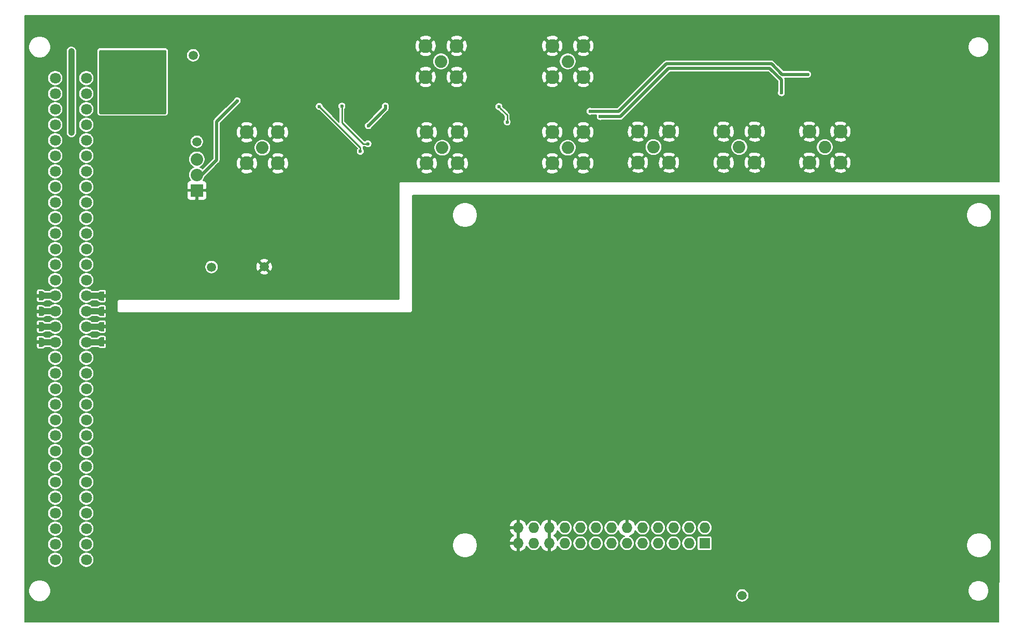
<source format=gbr>
G04 #@! TF.GenerationSoftware,KiCad,Pcbnew,(5.1.10)-1*
G04 #@! TF.CreationDate,2021-11-04T15:22:07+01:00*
G04 #@! TF.ProjectId,RedPitaya_Lockbox,52656450-6974-4617-9961-5f4c6f636b62,1.5.1*
G04 #@! TF.SameCoordinates,Original*
G04 #@! TF.FileFunction,Copper,L2,Bot*
G04 #@! TF.FilePolarity,Positive*
%FSLAX46Y46*%
G04 Gerber Fmt 4.6, Leading zero omitted, Abs format (unit mm)*
G04 Created by KiCad (PCBNEW (5.1.10)-1) date 2021-11-04 15:22:07*
%MOMM*%
%LPD*%
G01*
G04 APERTURE LIST*
G04 #@! TA.AperFunction,EtchedComponent*
%ADD10C,0.100000*%
G04 #@! TD*
G04 #@! TA.AperFunction,ComponentPad*
%ADD11O,1.727200X1.727200*%
G04 #@! TD*
G04 #@! TA.AperFunction,ComponentPad*
%ADD12R,1.727200X1.727200*%
G04 #@! TD*
G04 #@! TA.AperFunction,ComponentPad*
%ADD13C,1.800000*%
G04 #@! TD*
G04 #@! TA.AperFunction,ComponentPad*
%ADD14C,1.500000*%
G04 #@! TD*
G04 #@! TA.AperFunction,ComponentPad*
%ADD15C,2.250000*%
G04 #@! TD*
G04 #@! TA.AperFunction,ComponentPad*
%ADD16C,2.050000*%
G04 #@! TD*
G04 #@! TA.AperFunction,ComponentPad*
%ADD17R,2.032000X2.032000*%
G04 #@! TD*
G04 #@! TA.AperFunction,ComponentPad*
%ADD18C,2.032000*%
G04 #@! TD*
G04 #@! TA.AperFunction,SMDPad,CuDef*
%ADD19C,0.100000*%
G04 #@! TD*
G04 #@! TA.AperFunction,ViaPad*
%ADD20C,0.600000*%
G04 #@! TD*
G04 #@! TA.AperFunction,Conductor*
%ADD21C,1.000000*%
G04 #@! TD*
G04 #@! TA.AperFunction,Conductor*
%ADD22C,0.250000*%
G04 #@! TD*
G04 #@! TA.AperFunction,Conductor*
%ADD23C,0.500000*%
G04 #@! TD*
G04 #@! TA.AperFunction,Conductor*
%ADD24C,0.200000*%
G04 #@! TD*
G04 #@! TA.AperFunction,Conductor*
%ADD25C,0.100000*%
G04 #@! TD*
G04 #@! TA.AperFunction,Conductor*
%ADD26C,0.254000*%
G04 #@! TD*
G04 APERTURE END LIST*
D10*
G36*
X52250000Y-88500000D02*
G01*
X52750000Y-88500000D01*
X52750000Y-89100000D01*
X52250000Y-89100000D01*
X52250000Y-88500000D01*
G37*
G36*
X63750000Y-89050000D02*
G01*
X63250000Y-89050000D01*
X63250000Y-88450000D01*
X63750000Y-88450000D01*
X63750000Y-89050000D01*
G37*
G36*
X52250000Y-85950000D02*
G01*
X52750000Y-85950000D01*
X52750000Y-86550000D01*
X52250000Y-86550000D01*
X52250000Y-85950000D01*
G37*
G36*
X63750000Y-86550000D02*
G01*
X63250000Y-86550000D01*
X63250000Y-85950000D01*
X63750000Y-85950000D01*
X63750000Y-86550000D01*
G37*
G36*
X52250000Y-83450000D02*
G01*
X52750000Y-83450000D01*
X52750000Y-84050000D01*
X52250000Y-84050000D01*
X52250000Y-83450000D01*
G37*
G36*
X63750000Y-84050000D02*
G01*
X63250000Y-84050000D01*
X63250000Y-83450000D01*
X63750000Y-83450000D01*
X63750000Y-84050000D01*
G37*
G36*
X52250000Y-80900000D02*
G01*
X52750000Y-80900000D01*
X52750000Y-81500000D01*
X52250000Y-81500000D01*
X52250000Y-80900000D01*
G37*
G36*
X63750000Y-81550000D02*
G01*
X63250000Y-81550000D01*
X63250000Y-80950000D01*
X63750000Y-80950000D01*
X63750000Y-81550000D01*
G37*
D11*
X130987000Y-119127000D03*
X130987000Y-121667000D03*
X133527000Y-119127000D03*
X133527000Y-121667000D03*
X136067000Y-119127000D03*
X136067000Y-121667000D03*
X138607000Y-119127000D03*
X138607000Y-121667000D03*
X141147000Y-119127000D03*
X141147000Y-121667000D03*
X143687000Y-119127000D03*
X143687000Y-121667000D03*
X146227000Y-119127000D03*
X146227000Y-121667000D03*
X148767000Y-119127000D03*
X148767000Y-121667000D03*
X151307000Y-119127000D03*
X151307000Y-121667000D03*
X153847000Y-119127000D03*
X153847000Y-121667000D03*
X156387000Y-119127000D03*
X156387000Y-121667000D03*
X158927000Y-119127000D03*
X158927000Y-121667000D03*
X161467000Y-119127000D03*
D12*
X161467000Y-121667000D03*
D13*
X55360000Y-124370000D03*
X55360000Y-121830000D03*
X55360000Y-116750000D03*
X55360000Y-119290000D03*
X55360000Y-114210000D03*
X55360000Y-111670000D03*
X55360000Y-109130000D03*
X55360000Y-106590000D03*
X55360000Y-104050000D03*
X55360000Y-101510000D03*
X55360000Y-98970000D03*
X55360000Y-96430000D03*
X55360000Y-93890000D03*
X55360000Y-91350000D03*
X55360000Y-88810000D03*
X55360000Y-86270000D03*
X55360000Y-83730000D03*
X55360000Y-81190000D03*
X55360000Y-78650000D03*
X55360000Y-76110000D03*
X55360000Y-73570000D03*
X55360000Y-71030000D03*
X55360000Y-68490000D03*
X55360000Y-65950000D03*
X55360000Y-63410000D03*
X55360000Y-60870000D03*
X55360000Y-58330000D03*
X55360000Y-55790000D03*
X55360000Y-53250000D03*
X55360000Y-50710000D03*
X55360000Y-48170000D03*
X55360000Y-45630000D03*
X60440000Y-124370000D03*
X60440000Y-121830000D03*
X60440000Y-116750000D03*
X60440000Y-119290000D03*
X60440000Y-114210000D03*
X60440000Y-111670000D03*
X60440000Y-109130000D03*
X60440000Y-106590000D03*
X60440000Y-104050000D03*
X60440000Y-101510000D03*
X60440000Y-98970000D03*
X60440000Y-96430000D03*
X60440000Y-93890000D03*
X60440000Y-91350000D03*
X60440000Y-88810000D03*
X60440000Y-86270000D03*
X60440000Y-83730000D03*
X60440000Y-81190000D03*
X60440000Y-78650000D03*
X60440000Y-76110000D03*
X60440000Y-73570000D03*
X60440000Y-71030000D03*
X60440000Y-68490000D03*
X60440000Y-65950000D03*
X60440000Y-63410000D03*
X60440000Y-60870000D03*
X60440000Y-58330000D03*
X60440000Y-55790000D03*
X60440000Y-53250000D03*
X60440000Y-50710000D03*
X60440000Y-48170000D03*
X60440000Y-45630000D03*
D14*
X78500000Y-56020000D03*
X77900000Y-41900000D03*
X167600000Y-130200000D03*
X89490000Y-76460000D03*
X80900000Y-76500000D03*
D15*
X86660000Y-59540000D03*
X86660000Y-54460000D03*
X91740000Y-54460000D03*
X91740000Y-59540000D03*
D16*
X89200000Y-57000000D03*
D15*
X116060000Y-59540000D03*
X116060000Y-54460000D03*
X121140000Y-54460000D03*
X121140000Y-59540000D03*
D16*
X118600000Y-57000000D03*
D15*
X164560000Y-59440000D03*
X164560000Y-54360000D03*
X169640000Y-54360000D03*
X169640000Y-59440000D03*
D16*
X167100000Y-56900000D03*
D15*
X178560000Y-59440000D03*
X178560000Y-54360000D03*
X183640000Y-54360000D03*
X183640000Y-59440000D03*
D16*
X181100000Y-56900000D03*
D15*
X150560000Y-59440000D03*
X150560000Y-54360000D03*
X155640000Y-54360000D03*
X155640000Y-59440000D03*
D16*
X153100000Y-56900000D03*
D15*
X136560000Y-59540000D03*
X136560000Y-54460000D03*
X141640000Y-54460000D03*
X141640000Y-59540000D03*
D16*
X139100000Y-57000000D03*
D15*
X136560000Y-45440000D03*
X136560000Y-40360000D03*
X141640000Y-40360000D03*
X141640000Y-45440000D03*
D16*
X139100000Y-42900000D03*
D15*
X115860000Y-45440000D03*
X115860000Y-40360000D03*
X120940000Y-40360000D03*
X120940000Y-45440000D03*
D16*
X118400000Y-42900000D03*
D17*
X78500000Y-63980000D03*
D18*
X78500000Y-61440000D03*
X78500000Y-58900000D03*
G04 #@! TA.AperFunction,SMDPad,CuDef*
D19*
G36*
X51850000Y-89549398D02*
G01*
X51825466Y-89549398D01*
X51776635Y-89544588D01*
X51728510Y-89535016D01*
X51681555Y-89520772D01*
X51636222Y-89501995D01*
X51592949Y-89478864D01*
X51552150Y-89451604D01*
X51514221Y-89420476D01*
X51479524Y-89385779D01*
X51448396Y-89347850D01*
X51421136Y-89307051D01*
X51398005Y-89263778D01*
X51379228Y-89218445D01*
X51364984Y-89171490D01*
X51355412Y-89123365D01*
X51350602Y-89074534D01*
X51350602Y-89050000D01*
X51350000Y-89050000D01*
X51350000Y-88550000D01*
X51350602Y-88550000D01*
X51350602Y-88525466D01*
X51355412Y-88476635D01*
X51364984Y-88428510D01*
X51379228Y-88381555D01*
X51398005Y-88336222D01*
X51421136Y-88292949D01*
X51448396Y-88252150D01*
X51479524Y-88214221D01*
X51514221Y-88179524D01*
X51552150Y-88148396D01*
X51592949Y-88121136D01*
X51636222Y-88098005D01*
X51681555Y-88079228D01*
X51728510Y-88064984D01*
X51776635Y-88055412D01*
X51825466Y-88050602D01*
X51850000Y-88050602D01*
X51850000Y-88050000D01*
X52350000Y-88050000D01*
X52350000Y-89550000D01*
X51850000Y-89550000D01*
X51850000Y-89549398D01*
G37*
G04 #@! TD.AperFunction*
G04 #@! TA.AperFunction,SMDPad,CuDef*
G36*
X52650000Y-88050000D02*
G01*
X53150000Y-88050000D01*
X53150000Y-88050602D01*
X53174534Y-88050602D01*
X53223365Y-88055412D01*
X53271490Y-88064984D01*
X53318445Y-88079228D01*
X53363778Y-88098005D01*
X53407051Y-88121136D01*
X53447850Y-88148396D01*
X53485779Y-88179524D01*
X53520476Y-88214221D01*
X53551604Y-88252150D01*
X53578864Y-88292949D01*
X53601995Y-88336222D01*
X53620772Y-88381555D01*
X53635016Y-88428510D01*
X53644588Y-88476635D01*
X53649398Y-88525466D01*
X53649398Y-88550000D01*
X53650000Y-88550000D01*
X53650000Y-89050000D01*
X53649398Y-89050000D01*
X53649398Y-89074534D01*
X53644588Y-89123365D01*
X53635016Y-89171490D01*
X53620772Y-89218445D01*
X53601995Y-89263778D01*
X53578864Y-89307051D01*
X53551604Y-89347850D01*
X53520476Y-89385779D01*
X53485779Y-89420476D01*
X53447850Y-89451604D01*
X53407051Y-89478864D01*
X53363778Y-89501995D01*
X53318445Y-89520772D01*
X53271490Y-89535016D01*
X53223365Y-89544588D01*
X53174534Y-89549398D01*
X53150000Y-89549398D01*
X53150000Y-89550000D01*
X52650000Y-89550000D01*
X52650000Y-88050000D01*
G37*
G04 #@! TD.AperFunction*
G04 #@! TA.AperFunction,SMDPad,CuDef*
G36*
X63350000Y-89500000D02*
G01*
X62850000Y-89500000D01*
X62850000Y-89499398D01*
X62825466Y-89499398D01*
X62776635Y-89494588D01*
X62728510Y-89485016D01*
X62681555Y-89470772D01*
X62636222Y-89451995D01*
X62592949Y-89428864D01*
X62552150Y-89401604D01*
X62514221Y-89370476D01*
X62479524Y-89335779D01*
X62448396Y-89297850D01*
X62421136Y-89257051D01*
X62398005Y-89213778D01*
X62379228Y-89168445D01*
X62364984Y-89121490D01*
X62355412Y-89073365D01*
X62350602Y-89024534D01*
X62350602Y-89000000D01*
X62350000Y-89000000D01*
X62350000Y-88500000D01*
X62350602Y-88500000D01*
X62350602Y-88475466D01*
X62355412Y-88426635D01*
X62364984Y-88378510D01*
X62379228Y-88331555D01*
X62398005Y-88286222D01*
X62421136Y-88242949D01*
X62448396Y-88202150D01*
X62479524Y-88164221D01*
X62514221Y-88129524D01*
X62552150Y-88098396D01*
X62592949Y-88071136D01*
X62636222Y-88048005D01*
X62681555Y-88029228D01*
X62728510Y-88014984D01*
X62776635Y-88005412D01*
X62825466Y-88000602D01*
X62850000Y-88000602D01*
X62850000Y-88000000D01*
X63350000Y-88000000D01*
X63350000Y-89500000D01*
G37*
G04 #@! TD.AperFunction*
G04 #@! TA.AperFunction,SMDPad,CuDef*
G36*
X64150000Y-88000602D02*
G01*
X64174534Y-88000602D01*
X64223365Y-88005412D01*
X64271490Y-88014984D01*
X64318445Y-88029228D01*
X64363778Y-88048005D01*
X64407051Y-88071136D01*
X64447850Y-88098396D01*
X64485779Y-88129524D01*
X64520476Y-88164221D01*
X64551604Y-88202150D01*
X64578864Y-88242949D01*
X64601995Y-88286222D01*
X64620772Y-88331555D01*
X64635016Y-88378510D01*
X64644588Y-88426635D01*
X64649398Y-88475466D01*
X64649398Y-88500000D01*
X64650000Y-88500000D01*
X64650000Y-89000000D01*
X64649398Y-89000000D01*
X64649398Y-89024534D01*
X64644588Y-89073365D01*
X64635016Y-89121490D01*
X64620772Y-89168445D01*
X64601995Y-89213778D01*
X64578864Y-89257051D01*
X64551604Y-89297850D01*
X64520476Y-89335779D01*
X64485779Y-89370476D01*
X64447850Y-89401604D01*
X64407051Y-89428864D01*
X64363778Y-89451995D01*
X64318445Y-89470772D01*
X64271490Y-89485016D01*
X64223365Y-89494588D01*
X64174534Y-89499398D01*
X64150000Y-89499398D01*
X64150000Y-89500000D01*
X63650000Y-89500000D01*
X63650000Y-88000000D01*
X64150000Y-88000000D01*
X64150000Y-88000602D01*
G37*
G04 #@! TD.AperFunction*
G04 #@! TA.AperFunction,SMDPad,CuDef*
G36*
X52650000Y-85500000D02*
G01*
X53150000Y-85500000D01*
X53150000Y-85500602D01*
X53174534Y-85500602D01*
X53223365Y-85505412D01*
X53271490Y-85514984D01*
X53318445Y-85529228D01*
X53363778Y-85548005D01*
X53407051Y-85571136D01*
X53447850Y-85598396D01*
X53485779Y-85629524D01*
X53520476Y-85664221D01*
X53551604Y-85702150D01*
X53578864Y-85742949D01*
X53601995Y-85786222D01*
X53620772Y-85831555D01*
X53635016Y-85878510D01*
X53644588Y-85926635D01*
X53649398Y-85975466D01*
X53649398Y-86000000D01*
X53650000Y-86000000D01*
X53650000Y-86500000D01*
X53649398Y-86500000D01*
X53649398Y-86524534D01*
X53644588Y-86573365D01*
X53635016Y-86621490D01*
X53620772Y-86668445D01*
X53601995Y-86713778D01*
X53578864Y-86757051D01*
X53551604Y-86797850D01*
X53520476Y-86835779D01*
X53485779Y-86870476D01*
X53447850Y-86901604D01*
X53407051Y-86928864D01*
X53363778Y-86951995D01*
X53318445Y-86970772D01*
X53271490Y-86985016D01*
X53223365Y-86994588D01*
X53174534Y-86999398D01*
X53150000Y-86999398D01*
X53150000Y-87000000D01*
X52650000Y-87000000D01*
X52650000Y-85500000D01*
G37*
G04 #@! TD.AperFunction*
G04 #@! TA.AperFunction,SMDPad,CuDef*
G36*
X51850000Y-86999398D02*
G01*
X51825466Y-86999398D01*
X51776635Y-86994588D01*
X51728510Y-86985016D01*
X51681555Y-86970772D01*
X51636222Y-86951995D01*
X51592949Y-86928864D01*
X51552150Y-86901604D01*
X51514221Y-86870476D01*
X51479524Y-86835779D01*
X51448396Y-86797850D01*
X51421136Y-86757051D01*
X51398005Y-86713778D01*
X51379228Y-86668445D01*
X51364984Y-86621490D01*
X51355412Y-86573365D01*
X51350602Y-86524534D01*
X51350602Y-86500000D01*
X51350000Y-86500000D01*
X51350000Y-86000000D01*
X51350602Y-86000000D01*
X51350602Y-85975466D01*
X51355412Y-85926635D01*
X51364984Y-85878510D01*
X51379228Y-85831555D01*
X51398005Y-85786222D01*
X51421136Y-85742949D01*
X51448396Y-85702150D01*
X51479524Y-85664221D01*
X51514221Y-85629524D01*
X51552150Y-85598396D01*
X51592949Y-85571136D01*
X51636222Y-85548005D01*
X51681555Y-85529228D01*
X51728510Y-85514984D01*
X51776635Y-85505412D01*
X51825466Y-85500602D01*
X51850000Y-85500602D01*
X51850000Y-85500000D01*
X52350000Y-85500000D01*
X52350000Y-87000000D01*
X51850000Y-87000000D01*
X51850000Y-86999398D01*
G37*
G04 #@! TD.AperFunction*
G04 #@! TA.AperFunction,SMDPad,CuDef*
G36*
X63350000Y-87000000D02*
G01*
X62850000Y-87000000D01*
X62850000Y-86999398D01*
X62825466Y-86999398D01*
X62776635Y-86994588D01*
X62728510Y-86985016D01*
X62681555Y-86970772D01*
X62636222Y-86951995D01*
X62592949Y-86928864D01*
X62552150Y-86901604D01*
X62514221Y-86870476D01*
X62479524Y-86835779D01*
X62448396Y-86797850D01*
X62421136Y-86757051D01*
X62398005Y-86713778D01*
X62379228Y-86668445D01*
X62364984Y-86621490D01*
X62355412Y-86573365D01*
X62350602Y-86524534D01*
X62350602Y-86500000D01*
X62350000Y-86500000D01*
X62350000Y-86000000D01*
X62350602Y-86000000D01*
X62350602Y-85975466D01*
X62355412Y-85926635D01*
X62364984Y-85878510D01*
X62379228Y-85831555D01*
X62398005Y-85786222D01*
X62421136Y-85742949D01*
X62448396Y-85702150D01*
X62479524Y-85664221D01*
X62514221Y-85629524D01*
X62552150Y-85598396D01*
X62592949Y-85571136D01*
X62636222Y-85548005D01*
X62681555Y-85529228D01*
X62728510Y-85514984D01*
X62776635Y-85505412D01*
X62825466Y-85500602D01*
X62850000Y-85500602D01*
X62850000Y-85500000D01*
X63350000Y-85500000D01*
X63350000Y-87000000D01*
G37*
G04 #@! TD.AperFunction*
G04 #@! TA.AperFunction,SMDPad,CuDef*
G36*
X64150000Y-85500602D02*
G01*
X64174534Y-85500602D01*
X64223365Y-85505412D01*
X64271490Y-85514984D01*
X64318445Y-85529228D01*
X64363778Y-85548005D01*
X64407051Y-85571136D01*
X64447850Y-85598396D01*
X64485779Y-85629524D01*
X64520476Y-85664221D01*
X64551604Y-85702150D01*
X64578864Y-85742949D01*
X64601995Y-85786222D01*
X64620772Y-85831555D01*
X64635016Y-85878510D01*
X64644588Y-85926635D01*
X64649398Y-85975466D01*
X64649398Y-86000000D01*
X64650000Y-86000000D01*
X64650000Y-86500000D01*
X64649398Y-86500000D01*
X64649398Y-86524534D01*
X64644588Y-86573365D01*
X64635016Y-86621490D01*
X64620772Y-86668445D01*
X64601995Y-86713778D01*
X64578864Y-86757051D01*
X64551604Y-86797850D01*
X64520476Y-86835779D01*
X64485779Y-86870476D01*
X64447850Y-86901604D01*
X64407051Y-86928864D01*
X64363778Y-86951995D01*
X64318445Y-86970772D01*
X64271490Y-86985016D01*
X64223365Y-86994588D01*
X64174534Y-86999398D01*
X64150000Y-86999398D01*
X64150000Y-87000000D01*
X63650000Y-87000000D01*
X63650000Y-85500000D01*
X64150000Y-85500000D01*
X64150000Y-85500602D01*
G37*
G04 #@! TD.AperFunction*
G04 #@! TA.AperFunction,SMDPad,CuDef*
G36*
X51850000Y-84499398D02*
G01*
X51825466Y-84499398D01*
X51776635Y-84494588D01*
X51728510Y-84485016D01*
X51681555Y-84470772D01*
X51636222Y-84451995D01*
X51592949Y-84428864D01*
X51552150Y-84401604D01*
X51514221Y-84370476D01*
X51479524Y-84335779D01*
X51448396Y-84297850D01*
X51421136Y-84257051D01*
X51398005Y-84213778D01*
X51379228Y-84168445D01*
X51364984Y-84121490D01*
X51355412Y-84073365D01*
X51350602Y-84024534D01*
X51350602Y-84000000D01*
X51350000Y-84000000D01*
X51350000Y-83500000D01*
X51350602Y-83500000D01*
X51350602Y-83475466D01*
X51355412Y-83426635D01*
X51364984Y-83378510D01*
X51379228Y-83331555D01*
X51398005Y-83286222D01*
X51421136Y-83242949D01*
X51448396Y-83202150D01*
X51479524Y-83164221D01*
X51514221Y-83129524D01*
X51552150Y-83098396D01*
X51592949Y-83071136D01*
X51636222Y-83048005D01*
X51681555Y-83029228D01*
X51728510Y-83014984D01*
X51776635Y-83005412D01*
X51825466Y-83000602D01*
X51850000Y-83000602D01*
X51850000Y-83000000D01*
X52350000Y-83000000D01*
X52350000Y-84500000D01*
X51850000Y-84500000D01*
X51850000Y-84499398D01*
G37*
G04 #@! TD.AperFunction*
G04 #@! TA.AperFunction,SMDPad,CuDef*
G36*
X52650000Y-83000000D02*
G01*
X53150000Y-83000000D01*
X53150000Y-83000602D01*
X53174534Y-83000602D01*
X53223365Y-83005412D01*
X53271490Y-83014984D01*
X53318445Y-83029228D01*
X53363778Y-83048005D01*
X53407051Y-83071136D01*
X53447850Y-83098396D01*
X53485779Y-83129524D01*
X53520476Y-83164221D01*
X53551604Y-83202150D01*
X53578864Y-83242949D01*
X53601995Y-83286222D01*
X53620772Y-83331555D01*
X53635016Y-83378510D01*
X53644588Y-83426635D01*
X53649398Y-83475466D01*
X53649398Y-83500000D01*
X53650000Y-83500000D01*
X53650000Y-84000000D01*
X53649398Y-84000000D01*
X53649398Y-84024534D01*
X53644588Y-84073365D01*
X53635016Y-84121490D01*
X53620772Y-84168445D01*
X53601995Y-84213778D01*
X53578864Y-84257051D01*
X53551604Y-84297850D01*
X53520476Y-84335779D01*
X53485779Y-84370476D01*
X53447850Y-84401604D01*
X53407051Y-84428864D01*
X53363778Y-84451995D01*
X53318445Y-84470772D01*
X53271490Y-84485016D01*
X53223365Y-84494588D01*
X53174534Y-84499398D01*
X53150000Y-84499398D01*
X53150000Y-84500000D01*
X52650000Y-84500000D01*
X52650000Y-83000000D01*
G37*
G04 #@! TD.AperFunction*
G04 #@! TA.AperFunction,SMDPad,CuDef*
G36*
X64150000Y-83000602D02*
G01*
X64174534Y-83000602D01*
X64223365Y-83005412D01*
X64271490Y-83014984D01*
X64318445Y-83029228D01*
X64363778Y-83048005D01*
X64407051Y-83071136D01*
X64447850Y-83098396D01*
X64485779Y-83129524D01*
X64520476Y-83164221D01*
X64551604Y-83202150D01*
X64578864Y-83242949D01*
X64601995Y-83286222D01*
X64620772Y-83331555D01*
X64635016Y-83378510D01*
X64644588Y-83426635D01*
X64649398Y-83475466D01*
X64649398Y-83500000D01*
X64650000Y-83500000D01*
X64650000Y-84000000D01*
X64649398Y-84000000D01*
X64649398Y-84024534D01*
X64644588Y-84073365D01*
X64635016Y-84121490D01*
X64620772Y-84168445D01*
X64601995Y-84213778D01*
X64578864Y-84257051D01*
X64551604Y-84297850D01*
X64520476Y-84335779D01*
X64485779Y-84370476D01*
X64447850Y-84401604D01*
X64407051Y-84428864D01*
X64363778Y-84451995D01*
X64318445Y-84470772D01*
X64271490Y-84485016D01*
X64223365Y-84494588D01*
X64174534Y-84499398D01*
X64150000Y-84499398D01*
X64150000Y-84500000D01*
X63650000Y-84500000D01*
X63650000Y-83000000D01*
X64150000Y-83000000D01*
X64150000Y-83000602D01*
G37*
G04 #@! TD.AperFunction*
G04 #@! TA.AperFunction,SMDPad,CuDef*
G36*
X63350000Y-84500000D02*
G01*
X62850000Y-84500000D01*
X62850000Y-84499398D01*
X62825466Y-84499398D01*
X62776635Y-84494588D01*
X62728510Y-84485016D01*
X62681555Y-84470772D01*
X62636222Y-84451995D01*
X62592949Y-84428864D01*
X62552150Y-84401604D01*
X62514221Y-84370476D01*
X62479524Y-84335779D01*
X62448396Y-84297850D01*
X62421136Y-84257051D01*
X62398005Y-84213778D01*
X62379228Y-84168445D01*
X62364984Y-84121490D01*
X62355412Y-84073365D01*
X62350602Y-84024534D01*
X62350602Y-84000000D01*
X62350000Y-84000000D01*
X62350000Y-83500000D01*
X62350602Y-83500000D01*
X62350602Y-83475466D01*
X62355412Y-83426635D01*
X62364984Y-83378510D01*
X62379228Y-83331555D01*
X62398005Y-83286222D01*
X62421136Y-83242949D01*
X62448396Y-83202150D01*
X62479524Y-83164221D01*
X62514221Y-83129524D01*
X62552150Y-83098396D01*
X62592949Y-83071136D01*
X62636222Y-83048005D01*
X62681555Y-83029228D01*
X62728510Y-83014984D01*
X62776635Y-83005412D01*
X62825466Y-83000602D01*
X62850000Y-83000602D01*
X62850000Y-83000000D01*
X63350000Y-83000000D01*
X63350000Y-84500000D01*
G37*
G04 #@! TD.AperFunction*
G04 #@! TA.AperFunction,SMDPad,CuDef*
G36*
X51850000Y-81949398D02*
G01*
X51825466Y-81949398D01*
X51776635Y-81944588D01*
X51728510Y-81935016D01*
X51681555Y-81920772D01*
X51636222Y-81901995D01*
X51592949Y-81878864D01*
X51552150Y-81851604D01*
X51514221Y-81820476D01*
X51479524Y-81785779D01*
X51448396Y-81747850D01*
X51421136Y-81707051D01*
X51398005Y-81663778D01*
X51379228Y-81618445D01*
X51364984Y-81571490D01*
X51355412Y-81523365D01*
X51350602Y-81474534D01*
X51350602Y-81450000D01*
X51350000Y-81450000D01*
X51350000Y-80950000D01*
X51350602Y-80950000D01*
X51350602Y-80925466D01*
X51355412Y-80876635D01*
X51364984Y-80828510D01*
X51379228Y-80781555D01*
X51398005Y-80736222D01*
X51421136Y-80692949D01*
X51448396Y-80652150D01*
X51479524Y-80614221D01*
X51514221Y-80579524D01*
X51552150Y-80548396D01*
X51592949Y-80521136D01*
X51636222Y-80498005D01*
X51681555Y-80479228D01*
X51728510Y-80464984D01*
X51776635Y-80455412D01*
X51825466Y-80450602D01*
X51850000Y-80450602D01*
X51850000Y-80450000D01*
X52350000Y-80450000D01*
X52350000Y-81950000D01*
X51850000Y-81950000D01*
X51850000Y-81949398D01*
G37*
G04 #@! TD.AperFunction*
G04 #@! TA.AperFunction,SMDPad,CuDef*
G36*
X52650000Y-80450000D02*
G01*
X53150000Y-80450000D01*
X53150000Y-80450602D01*
X53174534Y-80450602D01*
X53223365Y-80455412D01*
X53271490Y-80464984D01*
X53318445Y-80479228D01*
X53363778Y-80498005D01*
X53407051Y-80521136D01*
X53447850Y-80548396D01*
X53485779Y-80579524D01*
X53520476Y-80614221D01*
X53551604Y-80652150D01*
X53578864Y-80692949D01*
X53601995Y-80736222D01*
X53620772Y-80781555D01*
X53635016Y-80828510D01*
X53644588Y-80876635D01*
X53649398Y-80925466D01*
X53649398Y-80950000D01*
X53650000Y-80950000D01*
X53650000Y-81450000D01*
X53649398Y-81450000D01*
X53649398Y-81474534D01*
X53644588Y-81523365D01*
X53635016Y-81571490D01*
X53620772Y-81618445D01*
X53601995Y-81663778D01*
X53578864Y-81707051D01*
X53551604Y-81747850D01*
X53520476Y-81785779D01*
X53485779Y-81820476D01*
X53447850Y-81851604D01*
X53407051Y-81878864D01*
X53363778Y-81901995D01*
X53318445Y-81920772D01*
X53271490Y-81935016D01*
X53223365Y-81944588D01*
X53174534Y-81949398D01*
X53150000Y-81949398D01*
X53150000Y-81950000D01*
X52650000Y-81950000D01*
X52650000Y-80450000D01*
G37*
G04 #@! TD.AperFunction*
G04 #@! TA.AperFunction,SMDPad,CuDef*
G36*
X64150000Y-80500602D02*
G01*
X64174534Y-80500602D01*
X64223365Y-80505412D01*
X64271490Y-80514984D01*
X64318445Y-80529228D01*
X64363778Y-80548005D01*
X64407051Y-80571136D01*
X64447850Y-80598396D01*
X64485779Y-80629524D01*
X64520476Y-80664221D01*
X64551604Y-80702150D01*
X64578864Y-80742949D01*
X64601995Y-80786222D01*
X64620772Y-80831555D01*
X64635016Y-80878510D01*
X64644588Y-80926635D01*
X64649398Y-80975466D01*
X64649398Y-81000000D01*
X64650000Y-81000000D01*
X64650000Y-81500000D01*
X64649398Y-81500000D01*
X64649398Y-81524534D01*
X64644588Y-81573365D01*
X64635016Y-81621490D01*
X64620772Y-81668445D01*
X64601995Y-81713778D01*
X64578864Y-81757051D01*
X64551604Y-81797850D01*
X64520476Y-81835779D01*
X64485779Y-81870476D01*
X64447850Y-81901604D01*
X64407051Y-81928864D01*
X64363778Y-81951995D01*
X64318445Y-81970772D01*
X64271490Y-81985016D01*
X64223365Y-81994588D01*
X64174534Y-81999398D01*
X64150000Y-81999398D01*
X64150000Y-82000000D01*
X63650000Y-82000000D01*
X63650000Y-80500000D01*
X64150000Y-80500000D01*
X64150000Y-80500602D01*
G37*
G04 #@! TD.AperFunction*
G04 #@! TA.AperFunction,SMDPad,CuDef*
G36*
X63350000Y-82000000D02*
G01*
X62850000Y-82000000D01*
X62850000Y-81999398D01*
X62825466Y-81999398D01*
X62776635Y-81994588D01*
X62728510Y-81985016D01*
X62681555Y-81970772D01*
X62636222Y-81951995D01*
X62592949Y-81928864D01*
X62552150Y-81901604D01*
X62514221Y-81870476D01*
X62479524Y-81835779D01*
X62448396Y-81797850D01*
X62421136Y-81757051D01*
X62398005Y-81713778D01*
X62379228Y-81668445D01*
X62364984Y-81621490D01*
X62355412Y-81573365D01*
X62350602Y-81524534D01*
X62350602Y-81500000D01*
X62350000Y-81500000D01*
X62350000Y-81000000D01*
X62350602Y-81000000D01*
X62350602Y-80975466D01*
X62355412Y-80926635D01*
X62364984Y-80878510D01*
X62379228Y-80831555D01*
X62398005Y-80786222D01*
X62421136Y-80742949D01*
X62448396Y-80702150D01*
X62479524Y-80664221D01*
X62514221Y-80629524D01*
X62552150Y-80598396D01*
X62592949Y-80571136D01*
X62636222Y-80548005D01*
X62681555Y-80529228D01*
X62728510Y-80514984D01*
X62776635Y-80505412D01*
X62825466Y-80500602D01*
X62850000Y-80500602D01*
X62850000Y-80500000D01*
X63350000Y-80500000D01*
X63350000Y-82000000D01*
G37*
G04 #@! TD.AperFunction*
D20*
X58000000Y-43750000D03*
X58000000Y-42500000D03*
X58000000Y-41250000D03*
X58000000Y-54500000D03*
X58000000Y-53500000D03*
X58000000Y-52500000D03*
X70002500Y-73851250D03*
X69177500Y-73851250D03*
X70000000Y-74560000D03*
X69177500Y-74563750D03*
X69177500Y-75276250D03*
X70002500Y-75988750D03*
X69177500Y-75988750D03*
X94400000Y-104700000D03*
X92500000Y-108900000D03*
X94400000Y-106200000D03*
X95700000Y-106200000D03*
X95700000Y-104700000D03*
X68330000Y-129990000D03*
X66610000Y-128270000D03*
X109070000Y-129990000D03*
X110790000Y-128270000D03*
X110790000Y-87530000D03*
X109070000Y-85810000D03*
X66610000Y-87530000D03*
X68330000Y-85810000D03*
X103750000Y-129990000D03*
X110790000Y-92850000D03*
X110790000Y-85810000D03*
X103750000Y-85810000D03*
X97700000Y-85800000D03*
X91750000Y-85810000D03*
X85600000Y-85800000D03*
X79650000Y-85810000D03*
X73700000Y-85800000D03*
X66610000Y-85810000D03*
X66600000Y-92800000D03*
X66610000Y-98850000D03*
X66600000Y-104800000D03*
X66610000Y-110950000D03*
X66500000Y-117000000D03*
X66610000Y-122950000D03*
X66700000Y-129900000D03*
X73650000Y-129990000D03*
X79600000Y-130000000D03*
X85650000Y-129990000D03*
X91700000Y-130100000D03*
X97750000Y-129990000D03*
X110790000Y-129990000D03*
X110800000Y-123000000D03*
X110790000Y-116950000D03*
X110800000Y-111000000D03*
X110790000Y-104850000D03*
X110800000Y-98800000D03*
X95400000Y-103200000D03*
X94600000Y-103200000D03*
X95400000Y-102200000D03*
X94600000Y-102200000D03*
X95400000Y-101200000D03*
X94600000Y-101200000D03*
X65300000Y-52100000D03*
X71300000Y-65700000D03*
X64300000Y-67200000D03*
X64200000Y-78700000D03*
X126600000Y-44200000D03*
X110600000Y-45300000D03*
X95600000Y-42100000D03*
X101100000Y-63500000D03*
X82600000Y-93200000D03*
X97600000Y-99400000D03*
X96600000Y-99400000D03*
X95600000Y-99400000D03*
X94600000Y-99400000D03*
X93600000Y-99400000D03*
X92600000Y-99400000D03*
X91600000Y-99400000D03*
X91600000Y-98400000D03*
X90600000Y-98400000D03*
X89600000Y-98400000D03*
X87600000Y-97400000D03*
X88600000Y-97400000D03*
X89600000Y-97400000D03*
X90600000Y-97400000D03*
X91600000Y-97400000D03*
X92600000Y-97400000D03*
X93600000Y-97400000D03*
X94600000Y-97400000D03*
X95600000Y-97400000D03*
X96600000Y-97400000D03*
X97600000Y-97400000D03*
X97600000Y-98400000D03*
X96600000Y-98400000D03*
X95600000Y-98400000D03*
X94600000Y-98400000D03*
X93600000Y-98400000D03*
X92600000Y-98400000D03*
X88600000Y-98400000D03*
X87600000Y-98400000D03*
X105600000Y-102900000D03*
X106600000Y-102900000D03*
X107600000Y-102900000D03*
X108600000Y-102900000D03*
X108600000Y-101900000D03*
X107600000Y-101900000D03*
X106600000Y-101900000D03*
X105600000Y-101900000D03*
X104600000Y-101900000D03*
X104600000Y-100900000D03*
X105600000Y-100900000D03*
X106600000Y-100900000D03*
X107600000Y-100900000D03*
X108600000Y-100900000D03*
X107600000Y-99900000D03*
X106600000Y-99900000D03*
X105600000Y-99900000D03*
X104600000Y-99900000D03*
X103600000Y-99900000D03*
X103600000Y-100900000D03*
X89600000Y-106900000D03*
X71600000Y-106900000D03*
X69600000Y-106900000D03*
X69600000Y-108900000D03*
X71600000Y-108900000D03*
X89600000Y-108900000D03*
X69600000Y-110900000D03*
X71600000Y-110900000D03*
X73600000Y-110900000D03*
X75600000Y-110900000D03*
X77600000Y-110900000D03*
X79600000Y-110900000D03*
X81600000Y-110900000D03*
X83600000Y-110900000D03*
X85600000Y-110900000D03*
X87600000Y-110900000D03*
X89600000Y-110900000D03*
X89600000Y-112900000D03*
X87600000Y-112900000D03*
X85600000Y-112900000D03*
X83600000Y-112900000D03*
X81600000Y-112900000D03*
X79600000Y-112900000D03*
X77600000Y-112900000D03*
X75600000Y-112900000D03*
X73600000Y-112900000D03*
X71600000Y-112900000D03*
X69600000Y-112900000D03*
X69600000Y-114900000D03*
X71600000Y-114900000D03*
X73600000Y-114900000D03*
X75600000Y-114900000D03*
X77600000Y-114900000D03*
X79600000Y-114900000D03*
X81600000Y-114900000D03*
X83600000Y-114900000D03*
X85600000Y-114900000D03*
X87600000Y-114900000D03*
X89600000Y-114900000D03*
X89600000Y-116900000D03*
X87600000Y-116900000D03*
X85600000Y-116900000D03*
X85600000Y-118900000D03*
X87600000Y-118900000D03*
X89600000Y-118900000D03*
X89600000Y-120900000D03*
X87600000Y-120900000D03*
X85600000Y-120900000D03*
X85600000Y-122900000D03*
X87600000Y-122900000D03*
X89600000Y-122900000D03*
X89600000Y-124900000D03*
X87600000Y-124900000D03*
X85600000Y-124900000D03*
X85600000Y-126900000D03*
X87600000Y-126900000D03*
X89600000Y-126900000D03*
X98600000Y-97400000D03*
X99600000Y-97400000D03*
X100600000Y-97400000D03*
X101600000Y-97400000D03*
X102600000Y-97400000D03*
X103600000Y-97400000D03*
X104600000Y-97400000D03*
X105600000Y-97400000D03*
X106600000Y-97400000D03*
X107600000Y-97400000D03*
X108600000Y-97400000D03*
X87600000Y-96400000D03*
X88600000Y-96400000D03*
X89600000Y-96400000D03*
X90600000Y-96400000D03*
X91600000Y-96400000D03*
X92600000Y-96400000D03*
X93600000Y-96400000D03*
X94600000Y-96400000D03*
X95600000Y-96400000D03*
X96600000Y-96400000D03*
X97600000Y-96400000D03*
X98600000Y-96400000D03*
X99600000Y-96400000D03*
X100600000Y-96400000D03*
X101600000Y-96400000D03*
X102600000Y-96400000D03*
X103600000Y-96400000D03*
X104600000Y-96400000D03*
X105600000Y-96400000D03*
X106600000Y-96400000D03*
X107600000Y-96400000D03*
X108600000Y-96400000D03*
X162600000Y-50900000D03*
X179100000Y-41000000D03*
X74175000Y-48650000D03*
X131100000Y-55800000D03*
X180850000Y-45900000D03*
X170200000Y-50400000D03*
X97100000Y-58800000D03*
X91300000Y-66700000D03*
X75800000Y-76900000D03*
X78100000Y-49700000D03*
X166600000Y-46900000D03*
X181700000Y-48600000D03*
X99850000Y-57400000D03*
X101850000Y-45650000D03*
X111700000Y-55600000D03*
X127000000Y-57800000D03*
X88700000Y-104700000D03*
X70002500Y-75276250D03*
X76600000Y-45900000D03*
X67400000Y-77500000D03*
X159750000Y-60750000D03*
X86500000Y-67250000D03*
X94400000Y-107500000D03*
X94400000Y-108800000D03*
X75700000Y-95000000D03*
X56300000Y-131100000D03*
X57300000Y-131100000D03*
X58300000Y-131100000D03*
X56300000Y-132100000D03*
X57300000Y-132100000D03*
X58300000Y-132100000D03*
X56300000Y-133100000D03*
X57300000Y-133100000D03*
X58300000Y-133100000D03*
X68799998Y-52400000D03*
X80479900Y-69265800D03*
X75450700Y-69176900D03*
X64500000Y-42000000D03*
X71310000Y-49380000D03*
X70485000Y-49380000D03*
X71310000Y-48667500D03*
X70485000Y-48667500D03*
X70485000Y-47955000D03*
X71310000Y-47955000D03*
X71310000Y-47242500D03*
X70485000Y-47242500D03*
X66000000Y-42000000D03*
X67500000Y-42000000D03*
X69000000Y-42000000D03*
X64500000Y-43500000D03*
X66000000Y-43500000D03*
X67500000Y-43500000D03*
X69000000Y-43500000D03*
X64500000Y-45000000D03*
X66000000Y-45000000D03*
X67500000Y-45000000D03*
X69000000Y-45000000D03*
X144400000Y-51900000D03*
X174000000Y-48000000D03*
X142750001Y-51050001D03*
X178300000Y-45000000D03*
X102200000Y-50200000D03*
X106440000Y-56360000D03*
X106500000Y-53400000D03*
X109300000Y-50200000D03*
X129200000Y-52800000D03*
X127850000Y-50300000D03*
X98500000Y-50250000D03*
X105200000Y-57600000D03*
X85100000Y-49319999D03*
D21*
X58000000Y-41250000D02*
X58000000Y-52500000D01*
X58000000Y-53500000D02*
X58000000Y-54500000D01*
X58000000Y-52500000D02*
X58000000Y-53500000D01*
D22*
X64200000Y-77350000D02*
X64200000Y-77400000D01*
X94400000Y-104700000D02*
X95700000Y-104700000D01*
X90500000Y-106900000D02*
X89600000Y-106900000D01*
X92500000Y-108900000D02*
X90500000Y-106900000D01*
X95700000Y-106200000D02*
X94400000Y-106200000D01*
X68300000Y-130000000D02*
X68320000Y-130000000D01*
X68320000Y-130000000D02*
X68330000Y-129990000D01*
X66600000Y-128300000D02*
X66600000Y-128280000D01*
X66600000Y-128280000D02*
X66610000Y-128270000D01*
X109100000Y-130000000D02*
X109080000Y-130000000D01*
X109080000Y-130000000D02*
X109070000Y-129990000D01*
X110800000Y-128300000D02*
X110800000Y-128280000D01*
X110800000Y-128280000D02*
X110790000Y-128270000D01*
X110800000Y-87500000D02*
X110800000Y-87520000D01*
X110800000Y-87520000D02*
X110790000Y-87530000D01*
X109100000Y-85800000D02*
X109080000Y-85800000D01*
X109080000Y-85800000D02*
X109070000Y-85810000D01*
X66600000Y-87500000D02*
X66600000Y-87520000D01*
X66600000Y-87520000D02*
X66610000Y-87530000D01*
X68300000Y-85800000D02*
X68320000Y-85800000D01*
X68320000Y-85800000D02*
X68330000Y-85810000D01*
D23*
X103760000Y-130000000D02*
X103800000Y-130000000D01*
X103750000Y-129990000D02*
X103760000Y-130000000D01*
D22*
X97600000Y-99400000D02*
X96600000Y-99400000D01*
X95600000Y-99400000D02*
X94600000Y-99400000D01*
X93600000Y-99400000D02*
X92600000Y-99400000D01*
X91600000Y-99400000D02*
X91600000Y-98400000D01*
X90600000Y-98400000D02*
X89600000Y-98400000D01*
X88600000Y-97400000D02*
X89600000Y-97400000D01*
X90600000Y-97400000D02*
X91600000Y-97400000D01*
X92600000Y-97400000D02*
X93600000Y-97400000D01*
X94600000Y-97400000D02*
X95600000Y-97400000D01*
X96600000Y-97400000D02*
X97600000Y-97400000D01*
X97600000Y-98400000D02*
X96600000Y-98400000D01*
X95600000Y-98400000D02*
X94600000Y-98400000D01*
X93600000Y-98400000D02*
X92600000Y-98400000D01*
X106600000Y-102900000D02*
X107600000Y-102900000D01*
X108600000Y-102900000D02*
X108600000Y-101900000D01*
X107600000Y-101900000D02*
X106600000Y-101900000D01*
X105600000Y-101900000D02*
X104600000Y-101900000D01*
X104600000Y-100900000D02*
X105600000Y-100900000D01*
X106600000Y-100900000D02*
X107600000Y-100900000D01*
X108600000Y-100900000D02*
X107600000Y-99900000D01*
X106600000Y-99900000D02*
X105600000Y-99900000D01*
X104600000Y-99900000D02*
X103600000Y-99900000D01*
X71600000Y-106900000D02*
X69600000Y-106900000D01*
X69600000Y-108900000D02*
X71600000Y-108900000D01*
X89600000Y-108800000D02*
X89600000Y-108900000D01*
X89600000Y-108900000D02*
X89600000Y-111100000D01*
X69600000Y-110900000D02*
X71600000Y-110900000D01*
X73600000Y-110900000D02*
X75600000Y-110900000D01*
X77600000Y-110900000D02*
X79600000Y-110900000D01*
X81600000Y-110900000D02*
X83600000Y-110900000D01*
X85600000Y-110900000D02*
X87600000Y-110900000D01*
X89600000Y-110900000D02*
X89600000Y-112900000D01*
X87600000Y-112900000D02*
X85600000Y-112900000D01*
X83600000Y-112900000D02*
X81600000Y-112900000D01*
X79600000Y-112900000D02*
X77600000Y-112900000D01*
X75600000Y-112900000D02*
X73600000Y-112900000D01*
X71600000Y-112900000D02*
X69600000Y-112900000D01*
X69600000Y-114900000D02*
X71600000Y-114900000D01*
X73600000Y-114900000D02*
X75600000Y-114900000D01*
X77600000Y-114900000D02*
X79600000Y-114900000D01*
X81600000Y-114900000D02*
X83600000Y-114900000D01*
X85600000Y-114900000D02*
X87600000Y-114900000D01*
X89600000Y-114900000D02*
X89600000Y-116900000D01*
X87600000Y-116900000D02*
X85600000Y-116900000D01*
X85600000Y-118900000D02*
X87600000Y-118900000D01*
X89600000Y-118900000D02*
X89600000Y-120900000D01*
X87600000Y-120900000D02*
X85600000Y-120900000D01*
X85600000Y-122900000D02*
X87600000Y-122900000D01*
X89600000Y-122900000D02*
X89600000Y-124900000D01*
X87600000Y-124900000D02*
X85600000Y-124900000D01*
X85600000Y-126900000D02*
X87600000Y-126900000D01*
X98600000Y-97400000D02*
X99600000Y-97400000D01*
X100600000Y-97400000D02*
X101600000Y-97400000D01*
X102600000Y-97400000D02*
X103600000Y-97400000D01*
X104600000Y-97400000D02*
X105600000Y-97400000D01*
X106600000Y-97400000D02*
X107600000Y-97400000D01*
X87600000Y-96400000D02*
X88600000Y-96400000D01*
X89600000Y-96400000D02*
X90600000Y-96400000D01*
X91600000Y-96400000D02*
X92600000Y-96400000D01*
X93600000Y-96400000D02*
X94600000Y-96400000D01*
X95600000Y-96400000D02*
X96600000Y-96400000D01*
X97600000Y-96400000D02*
X98600000Y-96400000D01*
X99600000Y-96400000D02*
X100600000Y-96400000D01*
X101600000Y-96400000D02*
X102600000Y-96400000D01*
X103600000Y-96400000D02*
X104600000Y-96400000D01*
X105600000Y-96400000D02*
X106600000Y-96400000D01*
X107600000Y-96400000D02*
X108600000Y-96400000D01*
D23*
X144400000Y-51900000D02*
X147700000Y-51900000D01*
X147700000Y-51900000D02*
X155599990Y-44000010D01*
X172110048Y-44000010D02*
X174000000Y-45889962D01*
X155599990Y-44000010D02*
X172110048Y-44000010D01*
X174000000Y-45889962D02*
X174000000Y-48000000D01*
X142750001Y-51050001D02*
X147449999Y-51050001D01*
X147449999Y-51050001D02*
X155200000Y-43300000D01*
X155200000Y-43300000D02*
X172400000Y-43300000D01*
X174100000Y-45000000D02*
X178300000Y-45000000D01*
X172400000Y-43300000D02*
X174100000Y-45000000D01*
D22*
X102200000Y-52900000D02*
X102200000Y-50200000D01*
X105660000Y-56360000D02*
X102200000Y-52900000D01*
X106440000Y-56360000D02*
X105660000Y-56360000D01*
D23*
X106500000Y-53400000D02*
X109300000Y-50600000D01*
X109300000Y-50600000D02*
X109300000Y-50200000D01*
D22*
X128149999Y-50599999D02*
X127850000Y-50300000D01*
X129200000Y-51650000D02*
X128149999Y-50599999D01*
X129200000Y-52800000D02*
X129200000Y-51650000D01*
X105200000Y-57600000D02*
X105200000Y-56950000D01*
X105200000Y-56950000D02*
X98500000Y-50250000D01*
D21*
X55350000Y-81200000D02*
X55360000Y-81190000D01*
X53150000Y-81200000D02*
X55350000Y-81200000D01*
X62790000Y-81190000D02*
X62850000Y-81250000D01*
X60440000Y-81190000D02*
X62790000Y-81190000D01*
D23*
X85100000Y-49319999D02*
X81700000Y-52719999D01*
X79250000Y-61440000D02*
X78500000Y-61440000D01*
X81700000Y-58990000D02*
X79250000Y-61440000D01*
X81700000Y-52719999D02*
X81700000Y-58990000D01*
D21*
X53160000Y-88810000D02*
X53150000Y-88800000D01*
X55360000Y-88810000D02*
X53160000Y-88810000D01*
X53170000Y-86270000D02*
X53150000Y-86250000D01*
X55360000Y-86270000D02*
X53170000Y-86270000D01*
X53170000Y-83730000D02*
X53150000Y-83750000D01*
X55360000Y-83730000D02*
X53170000Y-83730000D01*
X62790000Y-88810000D02*
X62850000Y-88750000D01*
X60440000Y-88810000D02*
X62790000Y-88810000D01*
X62830000Y-86270000D02*
X62850000Y-86250000D01*
X60440000Y-86270000D02*
X62830000Y-86270000D01*
X62830000Y-83730000D02*
X62850000Y-83750000D01*
X60440000Y-83730000D02*
X62830000Y-83730000D01*
D24*
X209575000Y-62600000D02*
X111800000Y-62600000D01*
X111780491Y-62601921D01*
X111761731Y-62607612D01*
X111620310Y-62666191D01*
X111603022Y-62675432D01*
X111587868Y-62687869D01*
X111575432Y-62703022D01*
X111566191Y-62720310D01*
X111507612Y-62861731D01*
X111501922Y-62880491D01*
X111500000Y-62900000D01*
X111500000Y-81680108D01*
X111464884Y-81764884D01*
X111380108Y-81800000D01*
X65800000Y-81800000D01*
X65780491Y-81801921D01*
X65761731Y-81807612D01*
X65620310Y-81866191D01*
X65603022Y-81875432D01*
X65587868Y-81887869D01*
X65575432Y-81903022D01*
X65566191Y-81920310D01*
X65507612Y-82061731D01*
X65501922Y-82080491D01*
X65500000Y-82100000D01*
X65500000Y-83700000D01*
X65501921Y-83719509D01*
X65507612Y-83738269D01*
X65566191Y-83879690D01*
X65575432Y-83896978D01*
X65587869Y-83912132D01*
X65603022Y-83924568D01*
X65620310Y-83933809D01*
X65761731Y-83992388D01*
X65780491Y-83998078D01*
X65800000Y-84000000D01*
X113400000Y-84000000D01*
X113419509Y-83998079D01*
X113438269Y-83992388D01*
X113579690Y-83933809D01*
X113596978Y-83924568D01*
X113612132Y-83912131D01*
X113624568Y-83896978D01*
X113633809Y-83879690D01*
X113692388Y-83738269D01*
X113698078Y-83719509D01*
X113700000Y-83700000D01*
X113700000Y-67798093D01*
X120250000Y-67798093D01*
X120250000Y-68201907D01*
X120328780Y-68597963D01*
X120483314Y-68971039D01*
X120707661Y-69306799D01*
X120993201Y-69592339D01*
X121328961Y-69816686D01*
X121702037Y-69971220D01*
X122098093Y-70050000D01*
X122501907Y-70050000D01*
X122897963Y-69971220D01*
X123271039Y-69816686D01*
X123606799Y-69592339D01*
X123892339Y-69306799D01*
X124116686Y-68971039D01*
X124271220Y-68597963D01*
X124350000Y-68201907D01*
X124350000Y-67798093D01*
X204250000Y-67798093D01*
X204250000Y-68201907D01*
X204328780Y-68597963D01*
X204483314Y-68971039D01*
X204707661Y-69306799D01*
X204993201Y-69592339D01*
X205328961Y-69816686D01*
X205702037Y-69971220D01*
X206098093Y-70050000D01*
X206501907Y-70050000D01*
X206897963Y-69971220D01*
X207271039Y-69816686D01*
X207606799Y-69592339D01*
X207892339Y-69306799D01*
X208116686Y-68971039D01*
X208271220Y-68597963D01*
X208350000Y-68201907D01*
X208350000Y-67798093D01*
X208271220Y-67402037D01*
X208116686Y-67028961D01*
X207892339Y-66693201D01*
X207606799Y-66407661D01*
X207271039Y-66183314D01*
X206897963Y-66028780D01*
X206501907Y-65950000D01*
X206098093Y-65950000D01*
X205702037Y-66028780D01*
X205328961Y-66183314D01*
X204993201Y-66407661D01*
X204707661Y-66693201D01*
X204483314Y-67028961D01*
X204328780Y-67402037D01*
X204250000Y-67798093D01*
X124350000Y-67798093D01*
X124271220Y-67402037D01*
X124116686Y-67028961D01*
X123892339Y-66693201D01*
X123606799Y-66407661D01*
X123271039Y-66183314D01*
X122897963Y-66028780D01*
X122501907Y-65950000D01*
X122098093Y-65950000D01*
X121702037Y-66028780D01*
X121328961Y-66183314D01*
X120993201Y-66407661D01*
X120707661Y-66693201D01*
X120483314Y-67028961D01*
X120328780Y-67402037D01*
X120250000Y-67798093D01*
X113700000Y-67798093D01*
X113700000Y-64919892D01*
X113735116Y-64835116D01*
X113819892Y-64800000D01*
X209575000Y-64800000D01*
X209575001Y-121737084D01*
X209501850Y-134575000D01*
X50425000Y-134575000D01*
X50425000Y-129272716D01*
X51020000Y-129272716D01*
X51020000Y-129627284D01*
X51089173Y-129975041D01*
X51224861Y-130302620D01*
X51421849Y-130597433D01*
X51672567Y-130848151D01*
X51967380Y-131045139D01*
X52294959Y-131180827D01*
X52642716Y-131250000D01*
X52997284Y-131250000D01*
X53345041Y-131180827D01*
X53672620Y-131045139D01*
X53967433Y-130848151D01*
X54218151Y-130597433D01*
X54415139Y-130302620D01*
X54502522Y-130091659D01*
X166500000Y-130091659D01*
X166500000Y-130308341D01*
X166542273Y-130520858D01*
X166625193Y-130721045D01*
X166745575Y-130901209D01*
X166898791Y-131054425D01*
X167078955Y-131174807D01*
X167279142Y-131257727D01*
X167491659Y-131300000D01*
X167708341Y-131300000D01*
X167920858Y-131257727D01*
X168121045Y-131174807D01*
X168301209Y-131054425D01*
X168454425Y-130901209D01*
X168574807Y-130721045D01*
X168657727Y-130520858D01*
X168700000Y-130308341D01*
X168700000Y-130091659D01*
X168657727Y-129879142D01*
X168574807Y-129678955D01*
X168454425Y-129498791D01*
X168301209Y-129345575D01*
X168206909Y-129282565D01*
X204500000Y-129282565D01*
X204500000Y-129617435D01*
X204565330Y-129945872D01*
X204693479Y-130255252D01*
X204879523Y-130533687D01*
X205116313Y-130770477D01*
X205394748Y-130956521D01*
X205704128Y-131084670D01*
X206032565Y-131150000D01*
X206367435Y-131150000D01*
X206695872Y-131084670D01*
X207005252Y-130956521D01*
X207283687Y-130770477D01*
X207520477Y-130533687D01*
X207706521Y-130255252D01*
X207834670Y-129945872D01*
X207900000Y-129617435D01*
X207900000Y-129282565D01*
X207834670Y-128954128D01*
X207706521Y-128644748D01*
X207520477Y-128366313D01*
X207283687Y-128129523D01*
X207005252Y-127943479D01*
X206695872Y-127815330D01*
X206367435Y-127750000D01*
X206032565Y-127750000D01*
X205704128Y-127815330D01*
X205394748Y-127943479D01*
X205116313Y-128129523D01*
X204879523Y-128366313D01*
X204693479Y-128644748D01*
X204565330Y-128954128D01*
X204500000Y-129282565D01*
X168206909Y-129282565D01*
X168121045Y-129225193D01*
X167920858Y-129142273D01*
X167708341Y-129100000D01*
X167491659Y-129100000D01*
X167279142Y-129142273D01*
X167078955Y-129225193D01*
X166898791Y-129345575D01*
X166745575Y-129498791D01*
X166625193Y-129678955D01*
X166542273Y-129879142D01*
X166500000Y-130091659D01*
X54502522Y-130091659D01*
X54550827Y-129975041D01*
X54620000Y-129627284D01*
X54620000Y-129272716D01*
X54550827Y-128924959D01*
X54415139Y-128597380D01*
X54218151Y-128302567D01*
X53967433Y-128051849D01*
X53672620Y-127854861D01*
X53345041Y-127719173D01*
X52997284Y-127650000D01*
X52642716Y-127650000D01*
X52294959Y-127719173D01*
X51967380Y-127854861D01*
X51672567Y-128051849D01*
X51421849Y-128302567D01*
X51224861Y-128597380D01*
X51089173Y-128924959D01*
X51020000Y-129272716D01*
X50425000Y-129272716D01*
X50425000Y-124246886D01*
X54110000Y-124246886D01*
X54110000Y-124493114D01*
X54158037Y-124734611D01*
X54252265Y-124962097D01*
X54389062Y-125166828D01*
X54563172Y-125340938D01*
X54767903Y-125477735D01*
X54995389Y-125571963D01*
X55236886Y-125620000D01*
X55483114Y-125620000D01*
X55724611Y-125571963D01*
X55952097Y-125477735D01*
X56156828Y-125340938D01*
X56330938Y-125166828D01*
X56467735Y-124962097D01*
X56561963Y-124734611D01*
X56610000Y-124493114D01*
X56610000Y-124246886D01*
X59190000Y-124246886D01*
X59190000Y-124493114D01*
X59238037Y-124734611D01*
X59332265Y-124962097D01*
X59469062Y-125166828D01*
X59643172Y-125340938D01*
X59847903Y-125477735D01*
X60075389Y-125571963D01*
X60316886Y-125620000D01*
X60563114Y-125620000D01*
X60804611Y-125571963D01*
X61032097Y-125477735D01*
X61236828Y-125340938D01*
X61410938Y-125166828D01*
X61547735Y-124962097D01*
X61641963Y-124734611D01*
X61690000Y-124493114D01*
X61690000Y-124246886D01*
X61641963Y-124005389D01*
X61547735Y-123777903D01*
X61410938Y-123573172D01*
X61236828Y-123399062D01*
X61032097Y-123262265D01*
X60804611Y-123168037D01*
X60563114Y-123120000D01*
X60316886Y-123120000D01*
X60075389Y-123168037D01*
X59847903Y-123262265D01*
X59643172Y-123399062D01*
X59469062Y-123573172D01*
X59332265Y-123777903D01*
X59238037Y-124005389D01*
X59190000Y-124246886D01*
X56610000Y-124246886D01*
X56561963Y-124005389D01*
X56467735Y-123777903D01*
X56330938Y-123573172D01*
X56156828Y-123399062D01*
X55952097Y-123262265D01*
X55724611Y-123168037D01*
X55483114Y-123120000D01*
X55236886Y-123120000D01*
X54995389Y-123168037D01*
X54767903Y-123262265D01*
X54563172Y-123399062D01*
X54389062Y-123573172D01*
X54252265Y-123777903D01*
X54158037Y-124005389D01*
X54110000Y-124246886D01*
X50425000Y-124246886D01*
X50425000Y-121706886D01*
X54110000Y-121706886D01*
X54110000Y-121953114D01*
X54158037Y-122194611D01*
X54252265Y-122422097D01*
X54389062Y-122626828D01*
X54563172Y-122800938D01*
X54767903Y-122937735D01*
X54995389Y-123031963D01*
X55236886Y-123080000D01*
X55483114Y-123080000D01*
X55724611Y-123031963D01*
X55952097Y-122937735D01*
X56156828Y-122800938D01*
X56330938Y-122626828D01*
X56467735Y-122422097D01*
X56561963Y-122194611D01*
X56610000Y-121953114D01*
X56610000Y-121706886D01*
X59190000Y-121706886D01*
X59190000Y-121953114D01*
X59238037Y-122194611D01*
X59332265Y-122422097D01*
X59469062Y-122626828D01*
X59643172Y-122800938D01*
X59847903Y-122937735D01*
X60075389Y-123031963D01*
X60316886Y-123080000D01*
X60563114Y-123080000D01*
X60804611Y-123031963D01*
X61032097Y-122937735D01*
X61236828Y-122800938D01*
X61410938Y-122626828D01*
X61547735Y-122422097D01*
X61641963Y-122194611D01*
X61690000Y-121953114D01*
X61690000Y-121798093D01*
X120250000Y-121798093D01*
X120250000Y-122201907D01*
X120328780Y-122597963D01*
X120483314Y-122971039D01*
X120707661Y-123306799D01*
X120993201Y-123592339D01*
X121328961Y-123816686D01*
X121702037Y-123971220D01*
X122098093Y-124050000D01*
X122501907Y-124050000D01*
X122897963Y-123971220D01*
X123271039Y-123816686D01*
X123606799Y-123592339D01*
X123892339Y-123306799D01*
X124116686Y-122971039D01*
X124271220Y-122597963D01*
X124350000Y-122201907D01*
X124350000Y-122048050D01*
X129565583Y-122048050D01*
X129667234Y-122318033D01*
X129819603Y-122562997D01*
X130016835Y-122773529D01*
X130251350Y-122941537D01*
X130514135Y-123060565D01*
X130605951Y-123088411D01*
X130833000Y-122977583D01*
X130833000Y-121821000D01*
X129675474Y-121821000D01*
X129565583Y-122048050D01*
X124350000Y-122048050D01*
X124350000Y-121798093D01*
X124271220Y-121402037D01*
X124116686Y-121028961D01*
X123892339Y-120693201D01*
X123606799Y-120407661D01*
X123271039Y-120183314D01*
X122897963Y-120028780D01*
X122501907Y-119950000D01*
X122098093Y-119950000D01*
X121702037Y-120028780D01*
X121328961Y-120183314D01*
X120993201Y-120407661D01*
X120707661Y-120693201D01*
X120483314Y-121028961D01*
X120328780Y-121402037D01*
X120250000Y-121798093D01*
X61690000Y-121798093D01*
X61690000Y-121706886D01*
X61641963Y-121465389D01*
X61547735Y-121237903D01*
X61410938Y-121033172D01*
X61236828Y-120859062D01*
X61032097Y-120722265D01*
X60804611Y-120628037D01*
X60563114Y-120580000D01*
X60316886Y-120580000D01*
X60075389Y-120628037D01*
X59847903Y-120722265D01*
X59643172Y-120859062D01*
X59469062Y-121033172D01*
X59332265Y-121237903D01*
X59238037Y-121465389D01*
X59190000Y-121706886D01*
X56610000Y-121706886D01*
X56561963Y-121465389D01*
X56467735Y-121237903D01*
X56330938Y-121033172D01*
X56156828Y-120859062D01*
X55952097Y-120722265D01*
X55724611Y-120628037D01*
X55483114Y-120580000D01*
X55236886Y-120580000D01*
X54995389Y-120628037D01*
X54767903Y-120722265D01*
X54563172Y-120859062D01*
X54389062Y-121033172D01*
X54252265Y-121237903D01*
X54158037Y-121465389D01*
X54110000Y-121706886D01*
X50425000Y-121706886D01*
X50425000Y-119166886D01*
X54110000Y-119166886D01*
X54110000Y-119413114D01*
X54158037Y-119654611D01*
X54252265Y-119882097D01*
X54389062Y-120086828D01*
X54563172Y-120260938D01*
X54767903Y-120397735D01*
X54995389Y-120491963D01*
X55236886Y-120540000D01*
X55483114Y-120540000D01*
X55724611Y-120491963D01*
X55952097Y-120397735D01*
X56156828Y-120260938D01*
X56330938Y-120086828D01*
X56467735Y-119882097D01*
X56561963Y-119654611D01*
X56610000Y-119413114D01*
X56610000Y-119166886D01*
X59190000Y-119166886D01*
X59190000Y-119413114D01*
X59238037Y-119654611D01*
X59332265Y-119882097D01*
X59469062Y-120086828D01*
X59643172Y-120260938D01*
X59847903Y-120397735D01*
X60075389Y-120491963D01*
X60316886Y-120540000D01*
X60563114Y-120540000D01*
X60804611Y-120491963D01*
X61032097Y-120397735D01*
X61236828Y-120260938D01*
X61410938Y-120086828D01*
X61547735Y-119882097D01*
X61641963Y-119654611D01*
X61671115Y-119508050D01*
X129565583Y-119508050D01*
X129667234Y-119778033D01*
X129819603Y-120022997D01*
X130016835Y-120233529D01*
X130245017Y-120397000D01*
X130016835Y-120560471D01*
X129819603Y-120771003D01*
X129667234Y-121015967D01*
X129565583Y-121285950D01*
X129675474Y-121513000D01*
X130833000Y-121513000D01*
X130833000Y-119281000D01*
X129675474Y-119281000D01*
X129565583Y-119508050D01*
X61671115Y-119508050D01*
X61690000Y-119413114D01*
X61690000Y-119166886D01*
X61641963Y-118925389D01*
X61567637Y-118745950D01*
X129565583Y-118745950D01*
X129675474Y-118973000D01*
X130833000Y-118973000D01*
X130833000Y-117816417D01*
X131141000Y-117816417D01*
X131141000Y-118973000D01*
X131161000Y-118973000D01*
X131161000Y-119281000D01*
X131141000Y-119281000D01*
X131141000Y-121513000D01*
X131161000Y-121513000D01*
X131161000Y-121821000D01*
X131141000Y-121821000D01*
X131141000Y-122977583D01*
X131368049Y-123088411D01*
X131459865Y-123060565D01*
X131722650Y-122941537D01*
X131957165Y-122773529D01*
X132154397Y-122562997D01*
X132306766Y-122318033D01*
X132390717Y-122095060D01*
X132451522Y-122241855D01*
X132584335Y-122440625D01*
X132753375Y-122609665D01*
X132952145Y-122742478D01*
X133173006Y-122833962D01*
X133407471Y-122880600D01*
X133646529Y-122880600D01*
X133880994Y-122833962D01*
X134101855Y-122742478D01*
X134300625Y-122609665D01*
X134469665Y-122440625D01*
X134602478Y-122241855D01*
X134663283Y-122095060D01*
X134747234Y-122318033D01*
X134899603Y-122562997D01*
X135096835Y-122773529D01*
X135331350Y-122941537D01*
X135594135Y-123060565D01*
X135685951Y-123088411D01*
X135913000Y-122977583D01*
X135913000Y-121821000D01*
X135893000Y-121821000D01*
X135893000Y-121513000D01*
X135913000Y-121513000D01*
X135913000Y-119281000D01*
X135893000Y-119281000D01*
X135893000Y-118973000D01*
X135913000Y-118973000D01*
X135913000Y-117816417D01*
X136221000Y-117816417D01*
X136221000Y-118973000D01*
X136241000Y-118973000D01*
X136241000Y-119281000D01*
X136221000Y-119281000D01*
X136221000Y-121513000D01*
X136241000Y-121513000D01*
X136241000Y-121821000D01*
X136221000Y-121821000D01*
X136221000Y-122977583D01*
X136448049Y-123088411D01*
X136539865Y-123060565D01*
X136802650Y-122941537D01*
X137037165Y-122773529D01*
X137234397Y-122562997D01*
X137386766Y-122318033D01*
X137470717Y-122095060D01*
X137531522Y-122241855D01*
X137664335Y-122440625D01*
X137833375Y-122609665D01*
X138032145Y-122742478D01*
X138253006Y-122833962D01*
X138487471Y-122880600D01*
X138726529Y-122880600D01*
X138960994Y-122833962D01*
X139181855Y-122742478D01*
X139380625Y-122609665D01*
X139549665Y-122440625D01*
X139682478Y-122241855D01*
X139773962Y-122020994D01*
X139820600Y-121786529D01*
X139820600Y-121547471D01*
X139933400Y-121547471D01*
X139933400Y-121786529D01*
X139980038Y-122020994D01*
X140071522Y-122241855D01*
X140204335Y-122440625D01*
X140373375Y-122609665D01*
X140572145Y-122742478D01*
X140793006Y-122833962D01*
X141027471Y-122880600D01*
X141266529Y-122880600D01*
X141500994Y-122833962D01*
X141721855Y-122742478D01*
X141920625Y-122609665D01*
X142089665Y-122440625D01*
X142222478Y-122241855D01*
X142313962Y-122020994D01*
X142360600Y-121786529D01*
X142360600Y-121547471D01*
X142473400Y-121547471D01*
X142473400Y-121786529D01*
X142520038Y-122020994D01*
X142611522Y-122241855D01*
X142744335Y-122440625D01*
X142913375Y-122609665D01*
X143112145Y-122742478D01*
X143333006Y-122833962D01*
X143567471Y-122880600D01*
X143806529Y-122880600D01*
X144040994Y-122833962D01*
X144261855Y-122742478D01*
X144460625Y-122609665D01*
X144629665Y-122440625D01*
X144762478Y-122241855D01*
X144853962Y-122020994D01*
X144900600Y-121786529D01*
X144900600Y-121547471D01*
X145013400Y-121547471D01*
X145013400Y-121786529D01*
X145060038Y-122020994D01*
X145151522Y-122241855D01*
X145284335Y-122440625D01*
X145453375Y-122609665D01*
X145652145Y-122742478D01*
X145873006Y-122833962D01*
X146107471Y-122880600D01*
X146346529Y-122880600D01*
X146580994Y-122833962D01*
X146801855Y-122742478D01*
X147000625Y-122609665D01*
X147169665Y-122440625D01*
X147302478Y-122241855D01*
X147393962Y-122020994D01*
X147440600Y-121786529D01*
X147440600Y-121547471D01*
X147393962Y-121313006D01*
X147302478Y-121092145D01*
X147169665Y-120893375D01*
X147000625Y-120724335D01*
X146801855Y-120591522D01*
X146580994Y-120500038D01*
X146346529Y-120453400D01*
X146107471Y-120453400D01*
X145873006Y-120500038D01*
X145652145Y-120591522D01*
X145453375Y-120724335D01*
X145284335Y-120893375D01*
X145151522Y-121092145D01*
X145060038Y-121313006D01*
X145013400Y-121547471D01*
X144900600Y-121547471D01*
X144853962Y-121313006D01*
X144762478Y-121092145D01*
X144629665Y-120893375D01*
X144460625Y-120724335D01*
X144261855Y-120591522D01*
X144040994Y-120500038D01*
X143806529Y-120453400D01*
X143567471Y-120453400D01*
X143333006Y-120500038D01*
X143112145Y-120591522D01*
X142913375Y-120724335D01*
X142744335Y-120893375D01*
X142611522Y-121092145D01*
X142520038Y-121313006D01*
X142473400Y-121547471D01*
X142360600Y-121547471D01*
X142313962Y-121313006D01*
X142222478Y-121092145D01*
X142089665Y-120893375D01*
X141920625Y-120724335D01*
X141721855Y-120591522D01*
X141500994Y-120500038D01*
X141266529Y-120453400D01*
X141027471Y-120453400D01*
X140793006Y-120500038D01*
X140572145Y-120591522D01*
X140373375Y-120724335D01*
X140204335Y-120893375D01*
X140071522Y-121092145D01*
X139980038Y-121313006D01*
X139933400Y-121547471D01*
X139820600Y-121547471D01*
X139773962Y-121313006D01*
X139682478Y-121092145D01*
X139549665Y-120893375D01*
X139380625Y-120724335D01*
X139181855Y-120591522D01*
X138960994Y-120500038D01*
X138726529Y-120453400D01*
X138487471Y-120453400D01*
X138253006Y-120500038D01*
X138032145Y-120591522D01*
X137833375Y-120724335D01*
X137664335Y-120893375D01*
X137531522Y-121092145D01*
X137470717Y-121238940D01*
X137386766Y-121015967D01*
X137234397Y-120771003D01*
X137037165Y-120560471D01*
X136808983Y-120397000D01*
X137037165Y-120233529D01*
X137234397Y-120022997D01*
X137386766Y-119778033D01*
X137470717Y-119555060D01*
X137531522Y-119701855D01*
X137664335Y-119900625D01*
X137833375Y-120069665D01*
X138032145Y-120202478D01*
X138253006Y-120293962D01*
X138487471Y-120340600D01*
X138726529Y-120340600D01*
X138960994Y-120293962D01*
X139181855Y-120202478D01*
X139380625Y-120069665D01*
X139549665Y-119900625D01*
X139682478Y-119701855D01*
X139773962Y-119480994D01*
X139820600Y-119246529D01*
X139820600Y-119007471D01*
X139933400Y-119007471D01*
X139933400Y-119246529D01*
X139980038Y-119480994D01*
X140071522Y-119701855D01*
X140204335Y-119900625D01*
X140373375Y-120069665D01*
X140572145Y-120202478D01*
X140793006Y-120293962D01*
X141027471Y-120340600D01*
X141266529Y-120340600D01*
X141500994Y-120293962D01*
X141721855Y-120202478D01*
X141920625Y-120069665D01*
X142089665Y-119900625D01*
X142222478Y-119701855D01*
X142313962Y-119480994D01*
X142360600Y-119246529D01*
X142360600Y-119007471D01*
X142473400Y-119007471D01*
X142473400Y-119246529D01*
X142520038Y-119480994D01*
X142611522Y-119701855D01*
X142744335Y-119900625D01*
X142913375Y-120069665D01*
X143112145Y-120202478D01*
X143333006Y-120293962D01*
X143567471Y-120340600D01*
X143806529Y-120340600D01*
X144040994Y-120293962D01*
X144261855Y-120202478D01*
X144460625Y-120069665D01*
X144629665Y-119900625D01*
X144762478Y-119701855D01*
X144853962Y-119480994D01*
X144900600Y-119246529D01*
X144900600Y-119007471D01*
X145013400Y-119007471D01*
X145013400Y-119246529D01*
X145060038Y-119480994D01*
X145151522Y-119701855D01*
X145284335Y-119900625D01*
X145453375Y-120069665D01*
X145652145Y-120202478D01*
X145873006Y-120293962D01*
X146107471Y-120340600D01*
X146346529Y-120340600D01*
X146580994Y-120293962D01*
X146801855Y-120202478D01*
X147000625Y-120069665D01*
X147169665Y-119900625D01*
X147302478Y-119701855D01*
X147363283Y-119555060D01*
X147447234Y-119778033D01*
X147599603Y-120022997D01*
X147796835Y-120233529D01*
X148031350Y-120401537D01*
X148294135Y-120520565D01*
X148334151Y-120532701D01*
X148192145Y-120591522D01*
X147993375Y-120724335D01*
X147824335Y-120893375D01*
X147691522Y-121092145D01*
X147600038Y-121313006D01*
X147553400Y-121547471D01*
X147553400Y-121786529D01*
X147600038Y-122020994D01*
X147691522Y-122241855D01*
X147824335Y-122440625D01*
X147993375Y-122609665D01*
X148192145Y-122742478D01*
X148413006Y-122833962D01*
X148647471Y-122880600D01*
X148886529Y-122880600D01*
X149120994Y-122833962D01*
X149341855Y-122742478D01*
X149540625Y-122609665D01*
X149709665Y-122440625D01*
X149842478Y-122241855D01*
X149933962Y-122020994D01*
X149980600Y-121786529D01*
X149980600Y-121547471D01*
X150093400Y-121547471D01*
X150093400Y-121786529D01*
X150140038Y-122020994D01*
X150231522Y-122241855D01*
X150364335Y-122440625D01*
X150533375Y-122609665D01*
X150732145Y-122742478D01*
X150953006Y-122833962D01*
X151187471Y-122880600D01*
X151426529Y-122880600D01*
X151660994Y-122833962D01*
X151881855Y-122742478D01*
X152080625Y-122609665D01*
X152249665Y-122440625D01*
X152382478Y-122241855D01*
X152473962Y-122020994D01*
X152520600Y-121786529D01*
X152520600Y-121547471D01*
X152633400Y-121547471D01*
X152633400Y-121786529D01*
X152680038Y-122020994D01*
X152771522Y-122241855D01*
X152904335Y-122440625D01*
X153073375Y-122609665D01*
X153272145Y-122742478D01*
X153493006Y-122833962D01*
X153727471Y-122880600D01*
X153966529Y-122880600D01*
X154200994Y-122833962D01*
X154421855Y-122742478D01*
X154620625Y-122609665D01*
X154789665Y-122440625D01*
X154922478Y-122241855D01*
X155013962Y-122020994D01*
X155060600Y-121786529D01*
X155060600Y-121547471D01*
X155173400Y-121547471D01*
X155173400Y-121786529D01*
X155220038Y-122020994D01*
X155311522Y-122241855D01*
X155444335Y-122440625D01*
X155613375Y-122609665D01*
X155812145Y-122742478D01*
X156033006Y-122833962D01*
X156267471Y-122880600D01*
X156506529Y-122880600D01*
X156740994Y-122833962D01*
X156961855Y-122742478D01*
X157160625Y-122609665D01*
X157329665Y-122440625D01*
X157462478Y-122241855D01*
X157553962Y-122020994D01*
X157600600Y-121786529D01*
X157600600Y-121547471D01*
X157713400Y-121547471D01*
X157713400Y-121786529D01*
X157760038Y-122020994D01*
X157851522Y-122241855D01*
X157984335Y-122440625D01*
X158153375Y-122609665D01*
X158352145Y-122742478D01*
X158573006Y-122833962D01*
X158807471Y-122880600D01*
X159046529Y-122880600D01*
X159280994Y-122833962D01*
X159501855Y-122742478D01*
X159700625Y-122609665D01*
X159869665Y-122440625D01*
X160002478Y-122241855D01*
X160093962Y-122020994D01*
X160140600Y-121786529D01*
X160140600Y-121547471D01*
X160093962Y-121313006D01*
X160002478Y-121092145D01*
X159869665Y-120893375D01*
X159779690Y-120803400D01*
X160251707Y-120803400D01*
X160251707Y-122530600D01*
X160258465Y-122599212D01*
X160278478Y-122665187D01*
X160310978Y-122725990D01*
X160354715Y-122779285D01*
X160408010Y-122823022D01*
X160468813Y-122855522D01*
X160534788Y-122875535D01*
X160603400Y-122882293D01*
X162330600Y-122882293D01*
X162399212Y-122875535D01*
X162465187Y-122855522D01*
X162525990Y-122823022D01*
X162579285Y-122779285D01*
X162623022Y-122725990D01*
X162655522Y-122665187D01*
X162675535Y-122599212D01*
X162682293Y-122530600D01*
X162682293Y-121798093D01*
X204250000Y-121798093D01*
X204250000Y-122201907D01*
X204328780Y-122597963D01*
X204483314Y-122971039D01*
X204707661Y-123306799D01*
X204993201Y-123592339D01*
X205328961Y-123816686D01*
X205702037Y-123971220D01*
X206098093Y-124050000D01*
X206501907Y-124050000D01*
X206897963Y-123971220D01*
X207271039Y-123816686D01*
X207606799Y-123592339D01*
X207892339Y-123306799D01*
X208116686Y-122971039D01*
X208271220Y-122597963D01*
X208350000Y-122201907D01*
X208350000Y-121798093D01*
X208271220Y-121402037D01*
X208116686Y-121028961D01*
X207892339Y-120693201D01*
X207606799Y-120407661D01*
X207271039Y-120183314D01*
X206897963Y-120028780D01*
X206501907Y-119950000D01*
X206098093Y-119950000D01*
X205702037Y-120028780D01*
X205328961Y-120183314D01*
X204993201Y-120407661D01*
X204707661Y-120693201D01*
X204483314Y-121028961D01*
X204328780Y-121402037D01*
X204250000Y-121798093D01*
X162682293Y-121798093D01*
X162682293Y-120803400D01*
X162675535Y-120734788D01*
X162655522Y-120668813D01*
X162623022Y-120608010D01*
X162579285Y-120554715D01*
X162525990Y-120510978D01*
X162465187Y-120478478D01*
X162399212Y-120458465D01*
X162330600Y-120451707D01*
X160603400Y-120451707D01*
X160534788Y-120458465D01*
X160468813Y-120478478D01*
X160408010Y-120510978D01*
X160354715Y-120554715D01*
X160310978Y-120608010D01*
X160278478Y-120668813D01*
X160258465Y-120734788D01*
X160251707Y-120803400D01*
X159779690Y-120803400D01*
X159700625Y-120724335D01*
X159501855Y-120591522D01*
X159280994Y-120500038D01*
X159046529Y-120453400D01*
X158807471Y-120453400D01*
X158573006Y-120500038D01*
X158352145Y-120591522D01*
X158153375Y-120724335D01*
X157984335Y-120893375D01*
X157851522Y-121092145D01*
X157760038Y-121313006D01*
X157713400Y-121547471D01*
X157600600Y-121547471D01*
X157553962Y-121313006D01*
X157462478Y-121092145D01*
X157329665Y-120893375D01*
X157160625Y-120724335D01*
X156961855Y-120591522D01*
X156740994Y-120500038D01*
X156506529Y-120453400D01*
X156267471Y-120453400D01*
X156033006Y-120500038D01*
X155812145Y-120591522D01*
X155613375Y-120724335D01*
X155444335Y-120893375D01*
X155311522Y-121092145D01*
X155220038Y-121313006D01*
X155173400Y-121547471D01*
X155060600Y-121547471D01*
X155013962Y-121313006D01*
X154922478Y-121092145D01*
X154789665Y-120893375D01*
X154620625Y-120724335D01*
X154421855Y-120591522D01*
X154200994Y-120500038D01*
X153966529Y-120453400D01*
X153727471Y-120453400D01*
X153493006Y-120500038D01*
X153272145Y-120591522D01*
X153073375Y-120724335D01*
X152904335Y-120893375D01*
X152771522Y-121092145D01*
X152680038Y-121313006D01*
X152633400Y-121547471D01*
X152520600Y-121547471D01*
X152473962Y-121313006D01*
X152382478Y-121092145D01*
X152249665Y-120893375D01*
X152080625Y-120724335D01*
X151881855Y-120591522D01*
X151660994Y-120500038D01*
X151426529Y-120453400D01*
X151187471Y-120453400D01*
X150953006Y-120500038D01*
X150732145Y-120591522D01*
X150533375Y-120724335D01*
X150364335Y-120893375D01*
X150231522Y-121092145D01*
X150140038Y-121313006D01*
X150093400Y-121547471D01*
X149980600Y-121547471D01*
X149933962Y-121313006D01*
X149842478Y-121092145D01*
X149709665Y-120893375D01*
X149540625Y-120724335D01*
X149341855Y-120591522D01*
X149199849Y-120532701D01*
X149239865Y-120520565D01*
X149502650Y-120401537D01*
X149737165Y-120233529D01*
X149934397Y-120022997D01*
X150086766Y-119778033D01*
X150170717Y-119555060D01*
X150231522Y-119701855D01*
X150364335Y-119900625D01*
X150533375Y-120069665D01*
X150732145Y-120202478D01*
X150953006Y-120293962D01*
X151187471Y-120340600D01*
X151426529Y-120340600D01*
X151660994Y-120293962D01*
X151881855Y-120202478D01*
X152080625Y-120069665D01*
X152249665Y-119900625D01*
X152382478Y-119701855D01*
X152473962Y-119480994D01*
X152520600Y-119246529D01*
X152520600Y-119007471D01*
X152633400Y-119007471D01*
X152633400Y-119246529D01*
X152680038Y-119480994D01*
X152771522Y-119701855D01*
X152904335Y-119900625D01*
X153073375Y-120069665D01*
X153272145Y-120202478D01*
X153493006Y-120293962D01*
X153727471Y-120340600D01*
X153966529Y-120340600D01*
X154200994Y-120293962D01*
X154421855Y-120202478D01*
X154620625Y-120069665D01*
X154789665Y-119900625D01*
X154922478Y-119701855D01*
X155013962Y-119480994D01*
X155060600Y-119246529D01*
X155060600Y-119007471D01*
X155173400Y-119007471D01*
X155173400Y-119246529D01*
X155220038Y-119480994D01*
X155311522Y-119701855D01*
X155444335Y-119900625D01*
X155613375Y-120069665D01*
X155812145Y-120202478D01*
X156033006Y-120293962D01*
X156267471Y-120340600D01*
X156506529Y-120340600D01*
X156740994Y-120293962D01*
X156961855Y-120202478D01*
X157160625Y-120069665D01*
X157329665Y-119900625D01*
X157462478Y-119701855D01*
X157553962Y-119480994D01*
X157600600Y-119246529D01*
X157600600Y-119007471D01*
X157713400Y-119007471D01*
X157713400Y-119246529D01*
X157760038Y-119480994D01*
X157851522Y-119701855D01*
X157984335Y-119900625D01*
X158153375Y-120069665D01*
X158352145Y-120202478D01*
X158573006Y-120293962D01*
X158807471Y-120340600D01*
X159046529Y-120340600D01*
X159280994Y-120293962D01*
X159501855Y-120202478D01*
X159700625Y-120069665D01*
X159869665Y-119900625D01*
X160002478Y-119701855D01*
X160093962Y-119480994D01*
X160140600Y-119246529D01*
X160140600Y-119007471D01*
X160253400Y-119007471D01*
X160253400Y-119246529D01*
X160300038Y-119480994D01*
X160391522Y-119701855D01*
X160524335Y-119900625D01*
X160693375Y-120069665D01*
X160892145Y-120202478D01*
X161113006Y-120293962D01*
X161347471Y-120340600D01*
X161586529Y-120340600D01*
X161820994Y-120293962D01*
X162041855Y-120202478D01*
X162240625Y-120069665D01*
X162409665Y-119900625D01*
X162542478Y-119701855D01*
X162633962Y-119480994D01*
X162680600Y-119246529D01*
X162680600Y-119007471D01*
X162633962Y-118773006D01*
X162542478Y-118552145D01*
X162409665Y-118353375D01*
X162240625Y-118184335D01*
X162041855Y-118051522D01*
X161820994Y-117960038D01*
X161586529Y-117913400D01*
X161347471Y-117913400D01*
X161113006Y-117960038D01*
X160892145Y-118051522D01*
X160693375Y-118184335D01*
X160524335Y-118353375D01*
X160391522Y-118552145D01*
X160300038Y-118773006D01*
X160253400Y-119007471D01*
X160140600Y-119007471D01*
X160093962Y-118773006D01*
X160002478Y-118552145D01*
X159869665Y-118353375D01*
X159700625Y-118184335D01*
X159501855Y-118051522D01*
X159280994Y-117960038D01*
X159046529Y-117913400D01*
X158807471Y-117913400D01*
X158573006Y-117960038D01*
X158352145Y-118051522D01*
X158153375Y-118184335D01*
X157984335Y-118353375D01*
X157851522Y-118552145D01*
X157760038Y-118773006D01*
X157713400Y-119007471D01*
X157600600Y-119007471D01*
X157553962Y-118773006D01*
X157462478Y-118552145D01*
X157329665Y-118353375D01*
X157160625Y-118184335D01*
X156961855Y-118051522D01*
X156740994Y-117960038D01*
X156506529Y-117913400D01*
X156267471Y-117913400D01*
X156033006Y-117960038D01*
X155812145Y-118051522D01*
X155613375Y-118184335D01*
X155444335Y-118353375D01*
X155311522Y-118552145D01*
X155220038Y-118773006D01*
X155173400Y-119007471D01*
X155060600Y-119007471D01*
X155013962Y-118773006D01*
X154922478Y-118552145D01*
X154789665Y-118353375D01*
X154620625Y-118184335D01*
X154421855Y-118051522D01*
X154200994Y-117960038D01*
X153966529Y-117913400D01*
X153727471Y-117913400D01*
X153493006Y-117960038D01*
X153272145Y-118051522D01*
X153073375Y-118184335D01*
X152904335Y-118353375D01*
X152771522Y-118552145D01*
X152680038Y-118773006D01*
X152633400Y-119007471D01*
X152520600Y-119007471D01*
X152473962Y-118773006D01*
X152382478Y-118552145D01*
X152249665Y-118353375D01*
X152080625Y-118184335D01*
X151881855Y-118051522D01*
X151660994Y-117960038D01*
X151426529Y-117913400D01*
X151187471Y-117913400D01*
X150953006Y-117960038D01*
X150732145Y-118051522D01*
X150533375Y-118184335D01*
X150364335Y-118353375D01*
X150231522Y-118552145D01*
X150170717Y-118698940D01*
X150086766Y-118475967D01*
X149934397Y-118231003D01*
X149737165Y-118020471D01*
X149502650Y-117852463D01*
X149239865Y-117733435D01*
X149148049Y-117705589D01*
X148921000Y-117816417D01*
X148921000Y-118973000D01*
X148941000Y-118973000D01*
X148941000Y-119281000D01*
X148921000Y-119281000D01*
X148921000Y-119301000D01*
X148613000Y-119301000D01*
X148613000Y-119281000D01*
X148593000Y-119281000D01*
X148593000Y-118973000D01*
X148613000Y-118973000D01*
X148613000Y-117816417D01*
X148385951Y-117705589D01*
X148294135Y-117733435D01*
X148031350Y-117852463D01*
X147796835Y-118020471D01*
X147599603Y-118231003D01*
X147447234Y-118475967D01*
X147363283Y-118698940D01*
X147302478Y-118552145D01*
X147169665Y-118353375D01*
X147000625Y-118184335D01*
X146801855Y-118051522D01*
X146580994Y-117960038D01*
X146346529Y-117913400D01*
X146107471Y-117913400D01*
X145873006Y-117960038D01*
X145652145Y-118051522D01*
X145453375Y-118184335D01*
X145284335Y-118353375D01*
X145151522Y-118552145D01*
X145060038Y-118773006D01*
X145013400Y-119007471D01*
X144900600Y-119007471D01*
X144853962Y-118773006D01*
X144762478Y-118552145D01*
X144629665Y-118353375D01*
X144460625Y-118184335D01*
X144261855Y-118051522D01*
X144040994Y-117960038D01*
X143806529Y-117913400D01*
X143567471Y-117913400D01*
X143333006Y-117960038D01*
X143112145Y-118051522D01*
X142913375Y-118184335D01*
X142744335Y-118353375D01*
X142611522Y-118552145D01*
X142520038Y-118773006D01*
X142473400Y-119007471D01*
X142360600Y-119007471D01*
X142313962Y-118773006D01*
X142222478Y-118552145D01*
X142089665Y-118353375D01*
X141920625Y-118184335D01*
X141721855Y-118051522D01*
X141500994Y-117960038D01*
X141266529Y-117913400D01*
X141027471Y-117913400D01*
X140793006Y-117960038D01*
X140572145Y-118051522D01*
X140373375Y-118184335D01*
X140204335Y-118353375D01*
X140071522Y-118552145D01*
X139980038Y-118773006D01*
X139933400Y-119007471D01*
X139820600Y-119007471D01*
X139773962Y-118773006D01*
X139682478Y-118552145D01*
X139549665Y-118353375D01*
X139380625Y-118184335D01*
X139181855Y-118051522D01*
X138960994Y-117960038D01*
X138726529Y-117913400D01*
X138487471Y-117913400D01*
X138253006Y-117960038D01*
X138032145Y-118051522D01*
X137833375Y-118184335D01*
X137664335Y-118353375D01*
X137531522Y-118552145D01*
X137470717Y-118698940D01*
X137386766Y-118475967D01*
X137234397Y-118231003D01*
X137037165Y-118020471D01*
X136802650Y-117852463D01*
X136539865Y-117733435D01*
X136448049Y-117705589D01*
X136221000Y-117816417D01*
X135913000Y-117816417D01*
X135685951Y-117705589D01*
X135594135Y-117733435D01*
X135331350Y-117852463D01*
X135096835Y-118020471D01*
X134899603Y-118231003D01*
X134747234Y-118475967D01*
X134663283Y-118698940D01*
X134602478Y-118552145D01*
X134469665Y-118353375D01*
X134300625Y-118184335D01*
X134101855Y-118051522D01*
X133880994Y-117960038D01*
X133646529Y-117913400D01*
X133407471Y-117913400D01*
X133173006Y-117960038D01*
X132952145Y-118051522D01*
X132753375Y-118184335D01*
X132584335Y-118353375D01*
X132451522Y-118552145D01*
X132390717Y-118698940D01*
X132306766Y-118475967D01*
X132154397Y-118231003D01*
X131957165Y-118020471D01*
X131722650Y-117852463D01*
X131459865Y-117733435D01*
X131368049Y-117705589D01*
X131141000Y-117816417D01*
X130833000Y-117816417D01*
X130605951Y-117705589D01*
X130514135Y-117733435D01*
X130251350Y-117852463D01*
X130016835Y-118020471D01*
X129819603Y-118231003D01*
X129667234Y-118475967D01*
X129565583Y-118745950D01*
X61567637Y-118745950D01*
X61547735Y-118697903D01*
X61410938Y-118493172D01*
X61236828Y-118319062D01*
X61032097Y-118182265D01*
X60804611Y-118088037D01*
X60563114Y-118040000D01*
X60316886Y-118040000D01*
X60075389Y-118088037D01*
X59847903Y-118182265D01*
X59643172Y-118319062D01*
X59469062Y-118493172D01*
X59332265Y-118697903D01*
X59238037Y-118925389D01*
X59190000Y-119166886D01*
X56610000Y-119166886D01*
X56561963Y-118925389D01*
X56467735Y-118697903D01*
X56330938Y-118493172D01*
X56156828Y-118319062D01*
X55952097Y-118182265D01*
X55724611Y-118088037D01*
X55483114Y-118040000D01*
X55236886Y-118040000D01*
X54995389Y-118088037D01*
X54767903Y-118182265D01*
X54563172Y-118319062D01*
X54389062Y-118493172D01*
X54252265Y-118697903D01*
X54158037Y-118925389D01*
X54110000Y-119166886D01*
X50425000Y-119166886D01*
X50425000Y-116626886D01*
X54110000Y-116626886D01*
X54110000Y-116873114D01*
X54158037Y-117114611D01*
X54252265Y-117342097D01*
X54389062Y-117546828D01*
X54563172Y-117720938D01*
X54767903Y-117857735D01*
X54995389Y-117951963D01*
X55236886Y-118000000D01*
X55483114Y-118000000D01*
X55724611Y-117951963D01*
X55952097Y-117857735D01*
X56156828Y-117720938D01*
X56330938Y-117546828D01*
X56467735Y-117342097D01*
X56561963Y-117114611D01*
X56610000Y-116873114D01*
X56610000Y-116626886D01*
X59190000Y-116626886D01*
X59190000Y-116873114D01*
X59238037Y-117114611D01*
X59332265Y-117342097D01*
X59469062Y-117546828D01*
X59643172Y-117720938D01*
X59847903Y-117857735D01*
X60075389Y-117951963D01*
X60316886Y-118000000D01*
X60563114Y-118000000D01*
X60804611Y-117951963D01*
X61032097Y-117857735D01*
X61236828Y-117720938D01*
X61410938Y-117546828D01*
X61547735Y-117342097D01*
X61641963Y-117114611D01*
X61690000Y-116873114D01*
X61690000Y-116626886D01*
X61641963Y-116385389D01*
X61547735Y-116157903D01*
X61410938Y-115953172D01*
X61236828Y-115779062D01*
X61032097Y-115642265D01*
X60804611Y-115548037D01*
X60563114Y-115500000D01*
X60316886Y-115500000D01*
X60075389Y-115548037D01*
X59847903Y-115642265D01*
X59643172Y-115779062D01*
X59469062Y-115953172D01*
X59332265Y-116157903D01*
X59238037Y-116385389D01*
X59190000Y-116626886D01*
X56610000Y-116626886D01*
X56561963Y-116385389D01*
X56467735Y-116157903D01*
X56330938Y-115953172D01*
X56156828Y-115779062D01*
X55952097Y-115642265D01*
X55724611Y-115548037D01*
X55483114Y-115500000D01*
X55236886Y-115500000D01*
X54995389Y-115548037D01*
X54767903Y-115642265D01*
X54563172Y-115779062D01*
X54389062Y-115953172D01*
X54252265Y-116157903D01*
X54158037Y-116385389D01*
X54110000Y-116626886D01*
X50425000Y-116626886D01*
X50425000Y-114086886D01*
X54110000Y-114086886D01*
X54110000Y-114333114D01*
X54158037Y-114574611D01*
X54252265Y-114802097D01*
X54389062Y-115006828D01*
X54563172Y-115180938D01*
X54767903Y-115317735D01*
X54995389Y-115411963D01*
X55236886Y-115460000D01*
X55483114Y-115460000D01*
X55724611Y-115411963D01*
X55952097Y-115317735D01*
X56156828Y-115180938D01*
X56330938Y-115006828D01*
X56467735Y-114802097D01*
X56561963Y-114574611D01*
X56610000Y-114333114D01*
X56610000Y-114086886D01*
X59190000Y-114086886D01*
X59190000Y-114333114D01*
X59238037Y-114574611D01*
X59332265Y-114802097D01*
X59469062Y-115006828D01*
X59643172Y-115180938D01*
X59847903Y-115317735D01*
X60075389Y-115411963D01*
X60316886Y-115460000D01*
X60563114Y-115460000D01*
X60804611Y-115411963D01*
X61032097Y-115317735D01*
X61236828Y-115180938D01*
X61410938Y-115006828D01*
X61547735Y-114802097D01*
X61641963Y-114574611D01*
X61690000Y-114333114D01*
X61690000Y-114086886D01*
X61641963Y-113845389D01*
X61547735Y-113617903D01*
X61410938Y-113413172D01*
X61236828Y-113239062D01*
X61032097Y-113102265D01*
X60804611Y-113008037D01*
X60563114Y-112960000D01*
X60316886Y-112960000D01*
X60075389Y-113008037D01*
X59847903Y-113102265D01*
X59643172Y-113239062D01*
X59469062Y-113413172D01*
X59332265Y-113617903D01*
X59238037Y-113845389D01*
X59190000Y-114086886D01*
X56610000Y-114086886D01*
X56561963Y-113845389D01*
X56467735Y-113617903D01*
X56330938Y-113413172D01*
X56156828Y-113239062D01*
X55952097Y-113102265D01*
X55724611Y-113008037D01*
X55483114Y-112960000D01*
X55236886Y-112960000D01*
X54995389Y-113008037D01*
X54767903Y-113102265D01*
X54563172Y-113239062D01*
X54389062Y-113413172D01*
X54252265Y-113617903D01*
X54158037Y-113845389D01*
X54110000Y-114086886D01*
X50425000Y-114086886D01*
X50425000Y-111546886D01*
X54110000Y-111546886D01*
X54110000Y-111793114D01*
X54158037Y-112034611D01*
X54252265Y-112262097D01*
X54389062Y-112466828D01*
X54563172Y-112640938D01*
X54767903Y-112777735D01*
X54995389Y-112871963D01*
X55236886Y-112920000D01*
X55483114Y-112920000D01*
X55724611Y-112871963D01*
X55952097Y-112777735D01*
X56156828Y-112640938D01*
X56330938Y-112466828D01*
X56467735Y-112262097D01*
X56561963Y-112034611D01*
X56610000Y-111793114D01*
X56610000Y-111546886D01*
X59190000Y-111546886D01*
X59190000Y-111793114D01*
X59238037Y-112034611D01*
X59332265Y-112262097D01*
X59469062Y-112466828D01*
X59643172Y-112640938D01*
X59847903Y-112777735D01*
X60075389Y-112871963D01*
X60316886Y-112920000D01*
X60563114Y-112920000D01*
X60804611Y-112871963D01*
X61032097Y-112777735D01*
X61236828Y-112640938D01*
X61410938Y-112466828D01*
X61547735Y-112262097D01*
X61641963Y-112034611D01*
X61690000Y-111793114D01*
X61690000Y-111546886D01*
X61641963Y-111305389D01*
X61547735Y-111077903D01*
X61410938Y-110873172D01*
X61236828Y-110699062D01*
X61032097Y-110562265D01*
X60804611Y-110468037D01*
X60563114Y-110420000D01*
X60316886Y-110420000D01*
X60075389Y-110468037D01*
X59847903Y-110562265D01*
X59643172Y-110699062D01*
X59469062Y-110873172D01*
X59332265Y-111077903D01*
X59238037Y-111305389D01*
X59190000Y-111546886D01*
X56610000Y-111546886D01*
X56561963Y-111305389D01*
X56467735Y-111077903D01*
X56330938Y-110873172D01*
X56156828Y-110699062D01*
X55952097Y-110562265D01*
X55724611Y-110468037D01*
X55483114Y-110420000D01*
X55236886Y-110420000D01*
X54995389Y-110468037D01*
X54767903Y-110562265D01*
X54563172Y-110699062D01*
X54389062Y-110873172D01*
X54252265Y-111077903D01*
X54158037Y-111305389D01*
X54110000Y-111546886D01*
X50425000Y-111546886D01*
X50425000Y-109006886D01*
X54110000Y-109006886D01*
X54110000Y-109253114D01*
X54158037Y-109494611D01*
X54252265Y-109722097D01*
X54389062Y-109926828D01*
X54563172Y-110100938D01*
X54767903Y-110237735D01*
X54995389Y-110331963D01*
X55236886Y-110380000D01*
X55483114Y-110380000D01*
X55724611Y-110331963D01*
X55952097Y-110237735D01*
X56156828Y-110100938D01*
X56330938Y-109926828D01*
X56467735Y-109722097D01*
X56561963Y-109494611D01*
X56610000Y-109253114D01*
X56610000Y-109006886D01*
X59190000Y-109006886D01*
X59190000Y-109253114D01*
X59238037Y-109494611D01*
X59332265Y-109722097D01*
X59469062Y-109926828D01*
X59643172Y-110100938D01*
X59847903Y-110237735D01*
X60075389Y-110331963D01*
X60316886Y-110380000D01*
X60563114Y-110380000D01*
X60804611Y-110331963D01*
X61032097Y-110237735D01*
X61236828Y-110100938D01*
X61410938Y-109926828D01*
X61547735Y-109722097D01*
X61641963Y-109494611D01*
X61690000Y-109253114D01*
X61690000Y-109006886D01*
X61641963Y-108765389D01*
X61547735Y-108537903D01*
X61410938Y-108333172D01*
X61236828Y-108159062D01*
X61032097Y-108022265D01*
X60804611Y-107928037D01*
X60563114Y-107880000D01*
X60316886Y-107880000D01*
X60075389Y-107928037D01*
X59847903Y-108022265D01*
X59643172Y-108159062D01*
X59469062Y-108333172D01*
X59332265Y-108537903D01*
X59238037Y-108765389D01*
X59190000Y-109006886D01*
X56610000Y-109006886D01*
X56561963Y-108765389D01*
X56467735Y-108537903D01*
X56330938Y-108333172D01*
X56156828Y-108159062D01*
X55952097Y-108022265D01*
X55724611Y-107928037D01*
X55483114Y-107880000D01*
X55236886Y-107880000D01*
X54995389Y-107928037D01*
X54767903Y-108022265D01*
X54563172Y-108159062D01*
X54389062Y-108333172D01*
X54252265Y-108537903D01*
X54158037Y-108765389D01*
X54110000Y-109006886D01*
X50425000Y-109006886D01*
X50425000Y-106466886D01*
X54110000Y-106466886D01*
X54110000Y-106713114D01*
X54158037Y-106954611D01*
X54252265Y-107182097D01*
X54389062Y-107386828D01*
X54563172Y-107560938D01*
X54767903Y-107697735D01*
X54995389Y-107791963D01*
X55236886Y-107840000D01*
X55483114Y-107840000D01*
X55724611Y-107791963D01*
X55952097Y-107697735D01*
X56156828Y-107560938D01*
X56330938Y-107386828D01*
X56467735Y-107182097D01*
X56561963Y-106954611D01*
X56610000Y-106713114D01*
X56610000Y-106466886D01*
X59190000Y-106466886D01*
X59190000Y-106713114D01*
X59238037Y-106954611D01*
X59332265Y-107182097D01*
X59469062Y-107386828D01*
X59643172Y-107560938D01*
X59847903Y-107697735D01*
X60075389Y-107791963D01*
X60316886Y-107840000D01*
X60563114Y-107840000D01*
X60804611Y-107791963D01*
X61032097Y-107697735D01*
X61236828Y-107560938D01*
X61410938Y-107386828D01*
X61547735Y-107182097D01*
X61641963Y-106954611D01*
X61690000Y-106713114D01*
X61690000Y-106466886D01*
X61641963Y-106225389D01*
X61547735Y-105997903D01*
X61410938Y-105793172D01*
X61236828Y-105619062D01*
X61032097Y-105482265D01*
X60804611Y-105388037D01*
X60563114Y-105340000D01*
X60316886Y-105340000D01*
X60075389Y-105388037D01*
X59847903Y-105482265D01*
X59643172Y-105619062D01*
X59469062Y-105793172D01*
X59332265Y-105997903D01*
X59238037Y-106225389D01*
X59190000Y-106466886D01*
X56610000Y-106466886D01*
X56561963Y-106225389D01*
X56467735Y-105997903D01*
X56330938Y-105793172D01*
X56156828Y-105619062D01*
X55952097Y-105482265D01*
X55724611Y-105388037D01*
X55483114Y-105340000D01*
X55236886Y-105340000D01*
X54995389Y-105388037D01*
X54767903Y-105482265D01*
X54563172Y-105619062D01*
X54389062Y-105793172D01*
X54252265Y-105997903D01*
X54158037Y-106225389D01*
X54110000Y-106466886D01*
X50425000Y-106466886D01*
X50425000Y-103926886D01*
X54110000Y-103926886D01*
X54110000Y-104173114D01*
X54158037Y-104414611D01*
X54252265Y-104642097D01*
X54389062Y-104846828D01*
X54563172Y-105020938D01*
X54767903Y-105157735D01*
X54995389Y-105251963D01*
X55236886Y-105300000D01*
X55483114Y-105300000D01*
X55724611Y-105251963D01*
X55952097Y-105157735D01*
X56156828Y-105020938D01*
X56330938Y-104846828D01*
X56467735Y-104642097D01*
X56561963Y-104414611D01*
X56610000Y-104173114D01*
X56610000Y-103926886D01*
X59190000Y-103926886D01*
X59190000Y-104173114D01*
X59238037Y-104414611D01*
X59332265Y-104642097D01*
X59469062Y-104846828D01*
X59643172Y-105020938D01*
X59847903Y-105157735D01*
X60075389Y-105251963D01*
X60316886Y-105300000D01*
X60563114Y-105300000D01*
X60804611Y-105251963D01*
X61032097Y-105157735D01*
X61236828Y-105020938D01*
X61410938Y-104846828D01*
X61547735Y-104642097D01*
X61641963Y-104414611D01*
X61690000Y-104173114D01*
X61690000Y-103926886D01*
X61641963Y-103685389D01*
X61547735Y-103457903D01*
X61410938Y-103253172D01*
X61236828Y-103079062D01*
X61032097Y-102942265D01*
X60804611Y-102848037D01*
X60563114Y-102800000D01*
X60316886Y-102800000D01*
X60075389Y-102848037D01*
X59847903Y-102942265D01*
X59643172Y-103079062D01*
X59469062Y-103253172D01*
X59332265Y-103457903D01*
X59238037Y-103685389D01*
X59190000Y-103926886D01*
X56610000Y-103926886D01*
X56561963Y-103685389D01*
X56467735Y-103457903D01*
X56330938Y-103253172D01*
X56156828Y-103079062D01*
X55952097Y-102942265D01*
X55724611Y-102848037D01*
X55483114Y-102800000D01*
X55236886Y-102800000D01*
X54995389Y-102848037D01*
X54767903Y-102942265D01*
X54563172Y-103079062D01*
X54389062Y-103253172D01*
X54252265Y-103457903D01*
X54158037Y-103685389D01*
X54110000Y-103926886D01*
X50425000Y-103926886D01*
X50425000Y-101386886D01*
X54110000Y-101386886D01*
X54110000Y-101633114D01*
X54158037Y-101874611D01*
X54252265Y-102102097D01*
X54389062Y-102306828D01*
X54563172Y-102480938D01*
X54767903Y-102617735D01*
X54995389Y-102711963D01*
X55236886Y-102760000D01*
X55483114Y-102760000D01*
X55724611Y-102711963D01*
X55952097Y-102617735D01*
X56156828Y-102480938D01*
X56330938Y-102306828D01*
X56467735Y-102102097D01*
X56561963Y-101874611D01*
X56610000Y-101633114D01*
X56610000Y-101386886D01*
X59190000Y-101386886D01*
X59190000Y-101633114D01*
X59238037Y-101874611D01*
X59332265Y-102102097D01*
X59469062Y-102306828D01*
X59643172Y-102480938D01*
X59847903Y-102617735D01*
X60075389Y-102711963D01*
X60316886Y-102760000D01*
X60563114Y-102760000D01*
X60804611Y-102711963D01*
X61032097Y-102617735D01*
X61236828Y-102480938D01*
X61410938Y-102306828D01*
X61547735Y-102102097D01*
X61641963Y-101874611D01*
X61690000Y-101633114D01*
X61690000Y-101386886D01*
X61641963Y-101145389D01*
X61547735Y-100917903D01*
X61410938Y-100713172D01*
X61236828Y-100539062D01*
X61032097Y-100402265D01*
X60804611Y-100308037D01*
X60563114Y-100260000D01*
X60316886Y-100260000D01*
X60075389Y-100308037D01*
X59847903Y-100402265D01*
X59643172Y-100539062D01*
X59469062Y-100713172D01*
X59332265Y-100917903D01*
X59238037Y-101145389D01*
X59190000Y-101386886D01*
X56610000Y-101386886D01*
X56561963Y-101145389D01*
X56467735Y-100917903D01*
X56330938Y-100713172D01*
X56156828Y-100539062D01*
X55952097Y-100402265D01*
X55724611Y-100308037D01*
X55483114Y-100260000D01*
X55236886Y-100260000D01*
X54995389Y-100308037D01*
X54767903Y-100402265D01*
X54563172Y-100539062D01*
X54389062Y-100713172D01*
X54252265Y-100917903D01*
X54158037Y-101145389D01*
X54110000Y-101386886D01*
X50425000Y-101386886D01*
X50425000Y-98846886D01*
X54110000Y-98846886D01*
X54110000Y-99093114D01*
X54158037Y-99334611D01*
X54252265Y-99562097D01*
X54389062Y-99766828D01*
X54563172Y-99940938D01*
X54767903Y-100077735D01*
X54995389Y-100171963D01*
X55236886Y-100220000D01*
X55483114Y-100220000D01*
X55724611Y-100171963D01*
X55952097Y-100077735D01*
X56156828Y-99940938D01*
X56330938Y-99766828D01*
X56467735Y-99562097D01*
X56561963Y-99334611D01*
X56610000Y-99093114D01*
X56610000Y-98846886D01*
X59190000Y-98846886D01*
X59190000Y-99093114D01*
X59238037Y-99334611D01*
X59332265Y-99562097D01*
X59469062Y-99766828D01*
X59643172Y-99940938D01*
X59847903Y-100077735D01*
X60075389Y-100171963D01*
X60316886Y-100220000D01*
X60563114Y-100220000D01*
X60804611Y-100171963D01*
X61032097Y-100077735D01*
X61236828Y-99940938D01*
X61410938Y-99766828D01*
X61547735Y-99562097D01*
X61641963Y-99334611D01*
X61690000Y-99093114D01*
X61690000Y-98846886D01*
X61641963Y-98605389D01*
X61547735Y-98377903D01*
X61410938Y-98173172D01*
X61236828Y-97999062D01*
X61032097Y-97862265D01*
X60804611Y-97768037D01*
X60563114Y-97720000D01*
X60316886Y-97720000D01*
X60075389Y-97768037D01*
X59847903Y-97862265D01*
X59643172Y-97999062D01*
X59469062Y-98173172D01*
X59332265Y-98377903D01*
X59238037Y-98605389D01*
X59190000Y-98846886D01*
X56610000Y-98846886D01*
X56561963Y-98605389D01*
X56467735Y-98377903D01*
X56330938Y-98173172D01*
X56156828Y-97999062D01*
X55952097Y-97862265D01*
X55724611Y-97768037D01*
X55483114Y-97720000D01*
X55236886Y-97720000D01*
X54995389Y-97768037D01*
X54767903Y-97862265D01*
X54563172Y-97999062D01*
X54389062Y-98173172D01*
X54252265Y-98377903D01*
X54158037Y-98605389D01*
X54110000Y-98846886D01*
X50425000Y-98846886D01*
X50425000Y-96306886D01*
X54110000Y-96306886D01*
X54110000Y-96553114D01*
X54158037Y-96794611D01*
X54252265Y-97022097D01*
X54389062Y-97226828D01*
X54563172Y-97400938D01*
X54767903Y-97537735D01*
X54995389Y-97631963D01*
X55236886Y-97680000D01*
X55483114Y-97680000D01*
X55724611Y-97631963D01*
X55952097Y-97537735D01*
X56156828Y-97400938D01*
X56330938Y-97226828D01*
X56467735Y-97022097D01*
X56561963Y-96794611D01*
X56610000Y-96553114D01*
X56610000Y-96306886D01*
X59190000Y-96306886D01*
X59190000Y-96553114D01*
X59238037Y-96794611D01*
X59332265Y-97022097D01*
X59469062Y-97226828D01*
X59643172Y-97400938D01*
X59847903Y-97537735D01*
X60075389Y-97631963D01*
X60316886Y-97680000D01*
X60563114Y-97680000D01*
X60804611Y-97631963D01*
X61032097Y-97537735D01*
X61236828Y-97400938D01*
X61410938Y-97226828D01*
X61547735Y-97022097D01*
X61641963Y-96794611D01*
X61690000Y-96553114D01*
X61690000Y-96306886D01*
X61641963Y-96065389D01*
X61547735Y-95837903D01*
X61410938Y-95633172D01*
X61236828Y-95459062D01*
X61032097Y-95322265D01*
X60804611Y-95228037D01*
X60563114Y-95180000D01*
X60316886Y-95180000D01*
X60075389Y-95228037D01*
X59847903Y-95322265D01*
X59643172Y-95459062D01*
X59469062Y-95633172D01*
X59332265Y-95837903D01*
X59238037Y-96065389D01*
X59190000Y-96306886D01*
X56610000Y-96306886D01*
X56561963Y-96065389D01*
X56467735Y-95837903D01*
X56330938Y-95633172D01*
X56156828Y-95459062D01*
X55952097Y-95322265D01*
X55724611Y-95228037D01*
X55483114Y-95180000D01*
X55236886Y-95180000D01*
X54995389Y-95228037D01*
X54767903Y-95322265D01*
X54563172Y-95459062D01*
X54389062Y-95633172D01*
X54252265Y-95837903D01*
X54158037Y-96065389D01*
X54110000Y-96306886D01*
X50425000Y-96306886D01*
X50425000Y-93766886D01*
X54110000Y-93766886D01*
X54110000Y-94013114D01*
X54158037Y-94254611D01*
X54252265Y-94482097D01*
X54389062Y-94686828D01*
X54563172Y-94860938D01*
X54767903Y-94997735D01*
X54995389Y-95091963D01*
X55236886Y-95140000D01*
X55483114Y-95140000D01*
X55724611Y-95091963D01*
X55952097Y-94997735D01*
X56156828Y-94860938D01*
X56330938Y-94686828D01*
X56467735Y-94482097D01*
X56561963Y-94254611D01*
X56610000Y-94013114D01*
X56610000Y-93766886D01*
X59190000Y-93766886D01*
X59190000Y-94013114D01*
X59238037Y-94254611D01*
X59332265Y-94482097D01*
X59469062Y-94686828D01*
X59643172Y-94860938D01*
X59847903Y-94997735D01*
X60075389Y-95091963D01*
X60316886Y-95140000D01*
X60563114Y-95140000D01*
X60804611Y-95091963D01*
X61032097Y-94997735D01*
X61236828Y-94860938D01*
X61410938Y-94686828D01*
X61547735Y-94482097D01*
X61641963Y-94254611D01*
X61690000Y-94013114D01*
X61690000Y-93766886D01*
X61641963Y-93525389D01*
X61547735Y-93297903D01*
X61410938Y-93093172D01*
X61236828Y-92919062D01*
X61032097Y-92782265D01*
X60804611Y-92688037D01*
X60563114Y-92640000D01*
X60316886Y-92640000D01*
X60075389Y-92688037D01*
X59847903Y-92782265D01*
X59643172Y-92919062D01*
X59469062Y-93093172D01*
X59332265Y-93297903D01*
X59238037Y-93525389D01*
X59190000Y-93766886D01*
X56610000Y-93766886D01*
X56561963Y-93525389D01*
X56467735Y-93297903D01*
X56330938Y-93093172D01*
X56156828Y-92919062D01*
X55952097Y-92782265D01*
X55724611Y-92688037D01*
X55483114Y-92640000D01*
X55236886Y-92640000D01*
X54995389Y-92688037D01*
X54767903Y-92782265D01*
X54563172Y-92919062D01*
X54389062Y-93093172D01*
X54252265Y-93297903D01*
X54158037Y-93525389D01*
X54110000Y-93766886D01*
X50425000Y-93766886D01*
X50425000Y-91226886D01*
X54110000Y-91226886D01*
X54110000Y-91473114D01*
X54158037Y-91714611D01*
X54252265Y-91942097D01*
X54389062Y-92146828D01*
X54563172Y-92320938D01*
X54767903Y-92457735D01*
X54995389Y-92551963D01*
X55236886Y-92600000D01*
X55483114Y-92600000D01*
X55724611Y-92551963D01*
X55952097Y-92457735D01*
X56156828Y-92320938D01*
X56330938Y-92146828D01*
X56467735Y-91942097D01*
X56561963Y-91714611D01*
X56610000Y-91473114D01*
X56610000Y-91226886D01*
X59190000Y-91226886D01*
X59190000Y-91473114D01*
X59238037Y-91714611D01*
X59332265Y-91942097D01*
X59469062Y-92146828D01*
X59643172Y-92320938D01*
X59847903Y-92457735D01*
X60075389Y-92551963D01*
X60316886Y-92600000D01*
X60563114Y-92600000D01*
X60804611Y-92551963D01*
X61032097Y-92457735D01*
X61236828Y-92320938D01*
X61410938Y-92146828D01*
X61547735Y-91942097D01*
X61641963Y-91714611D01*
X61690000Y-91473114D01*
X61690000Y-91226886D01*
X61641963Y-90985389D01*
X61547735Y-90757903D01*
X61410938Y-90553172D01*
X61236828Y-90379062D01*
X61032097Y-90242265D01*
X60804611Y-90148037D01*
X60563114Y-90100000D01*
X60316886Y-90100000D01*
X60075389Y-90148037D01*
X59847903Y-90242265D01*
X59643172Y-90379062D01*
X59469062Y-90553172D01*
X59332265Y-90757903D01*
X59238037Y-90985389D01*
X59190000Y-91226886D01*
X56610000Y-91226886D01*
X56561963Y-90985389D01*
X56467735Y-90757903D01*
X56330938Y-90553172D01*
X56156828Y-90379062D01*
X55952097Y-90242265D01*
X55724611Y-90148037D01*
X55483114Y-90100000D01*
X55236886Y-90100000D01*
X54995389Y-90148037D01*
X54767903Y-90242265D01*
X54563172Y-90379062D01*
X54389062Y-90553172D01*
X54252265Y-90757903D01*
X54158037Y-90985389D01*
X54110000Y-91226886D01*
X50425000Y-91226886D01*
X50425000Y-88500000D01*
X51900000Y-88500000D01*
X51900000Y-89100000D01*
X51903212Y-89132759D01*
X51906199Y-89165583D01*
X51906547Y-89166764D01*
X51906666Y-89167982D01*
X51916182Y-89199502D01*
X51925486Y-89231112D01*
X51926054Y-89232198D01*
X51926409Y-89233375D01*
X51941864Y-89262440D01*
X51957132Y-89291647D01*
X51957903Y-89292607D01*
X51958478Y-89293687D01*
X51979295Y-89319212D01*
X51999935Y-89344882D01*
X52000872Y-89345669D01*
X52001650Y-89346622D01*
X52027076Y-89367656D01*
X52052262Y-89388790D01*
X52053336Y-89389380D01*
X52054282Y-89390163D01*
X52083253Y-89405828D01*
X52112120Y-89421697D01*
X52113290Y-89422068D01*
X52114370Y-89422652D01*
X52145787Y-89432377D01*
X52177231Y-89442352D01*
X52178454Y-89442489D01*
X52179623Y-89442851D01*
X52212285Y-89446284D01*
X52245113Y-89449966D01*
X52247476Y-89449982D01*
X52247557Y-89449991D01*
X52247639Y-89449984D01*
X52250000Y-89450000D01*
X52298306Y-89450000D01*
X52298306Y-89550000D01*
X52305064Y-89618612D01*
X52325077Y-89684587D01*
X52357577Y-89745391D01*
X52401315Y-89798685D01*
X52454609Y-89842423D01*
X52515413Y-89874923D01*
X52581388Y-89894936D01*
X52650000Y-89901694D01*
X53150000Y-89901694D01*
X53174448Y-89899286D01*
X53199009Y-89899286D01*
X53267621Y-89892528D01*
X53363754Y-89873406D01*
X53429728Y-89853394D01*
X53520284Y-89815885D01*
X53581089Y-89783384D01*
X53662588Y-89728928D01*
X53715882Y-89685190D01*
X53741072Y-89660000D01*
X54442234Y-89660000D01*
X54563172Y-89780938D01*
X54767903Y-89917735D01*
X54995389Y-90011963D01*
X55236886Y-90060000D01*
X55483114Y-90060000D01*
X55724611Y-90011963D01*
X55952097Y-89917735D01*
X56156828Y-89780938D01*
X56330938Y-89606828D01*
X56467735Y-89402097D01*
X56561963Y-89174611D01*
X56610000Y-88933114D01*
X56610000Y-88686886D01*
X59190000Y-88686886D01*
X59190000Y-88933114D01*
X59238037Y-89174611D01*
X59332265Y-89402097D01*
X59469062Y-89606828D01*
X59643172Y-89780938D01*
X59847903Y-89917735D01*
X60075389Y-90011963D01*
X60316886Y-90060000D01*
X60563114Y-90060000D01*
X60804611Y-90011963D01*
X61032097Y-89917735D01*
X61236828Y-89780938D01*
X61357766Y-89660000D01*
X62314349Y-89660000D01*
X62337412Y-89678928D01*
X62418911Y-89733384D01*
X62479716Y-89765885D01*
X62570272Y-89803394D01*
X62636246Y-89823406D01*
X62732379Y-89842528D01*
X62800991Y-89849286D01*
X62825552Y-89849286D01*
X62850000Y-89851694D01*
X63350000Y-89851694D01*
X63418612Y-89844936D01*
X63484587Y-89824923D01*
X63545391Y-89792423D01*
X63598685Y-89748685D01*
X63642423Y-89695391D01*
X63674923Y-89634587D01*
X63694936Y-89568612D01*
X63701694Y-89500000D01*
X63701694Y-89400000D01*
X63750000Y-89400000D01*
X63782759Y-89396788D01*
X63815583Y-89393801D01*
X63816764Y-89393453D01*
X63817982Y-89393334D01*
X63849502Y-89383818D01*
X63881112Y-89374514D01*
X63882198Y-89373946D01*
X63883375Y-89373591D01*
X63912440Y-89358136D01*
X63941647Y-89342868D01*
X63942607Y-89342097D01*
X63943687Y-89341522D01*
X63969212Y-89320705D01*
X63994882Y-89300065D01*
X63995669Y-89299128D01*
X63996622Y-89298350D01*
X64017656Y-89272924D01*
X64038790Y-89247738D01*
X64039380Y-89246664D01*
X64040163Y-89245718D01*
X64055828Y-89216747D01*
X64071697Y-89187880D01*
X64072068Y-89186710D01*
X64072652Y-89185630D01*
X64082377Y-89154213D01*
X64092352Y-89122769D01*
X64092489Y-89121546D01*
X64092851Y-89120377D01*
X64096284Y-89087715D01*
X64099966Y-89054887D01*
X64099982Y-89052524D01*
X64099991Y-89052443D01*
X64099984Y-89052361D01*
X64100000Y-89050000D01*
X64100000Y-88450000D01*
X64096788Y-88417241D01*
X64093801Y-88384417D01*
X64093453Y-88383236D01*
X64093334Y-88382018D01*
X64083818Y-88350498D01*
X64074514Y-88318888D01*
X64073946Y-88317802D01*
X64073591Y-88316625D01*
X64058136Y-88287560D01*
X64042868Y-88258353D01*
X64042097Y-88257393D01*
X64041522Y-88256313D01*
X64020705Y-88230788D01*
X64000065Y-88205118D01*
X63999128Y-88204331D01*
X63998350Y-88203378D01*
X63972924Y-88182344D01*
X63947738Y-88161210D01*
X63946664Y-88160620D01*
X63945718Y-88159837D01*
X63916747Y-88144172D01*
X63887880Y-88128303D01*
X63886710Y-88127932D01*
X63885630Y-88127348D01*
X63854213Y-88117623D01*
X63822769Y-88107648D01*
X63821546Y-88107511D01*
X63820377Y-88107149D01*
X63787715Y-88103716D01*
X63754887Y-88100034D01*
X63752524Y-88100018D01*
X63752443Y-88100009D01*
X63752361Y-88100016D01*
X63750000Y-88100000D01*
X63701694Y-88100000D01*
X63701694Y-88000000D01*
X63694936Y-87931388D01*
X63674923Y-87865413D01*
X63642423Y-87804609D01*
X63598685Y-87751315D01*
X63545391Y-87707577D01*
X63484587Y-87675077D01*
X63418612Y-87655064D01*
X63350000Y-87648306D01*
X62850000Y-87648306D01*
X62825552Y-87650714D01*
X62800991Y-87650714D01*
X62732379Y-87657472D01*
X62636246Y-87676594D01*
X62570272Y-87696606D01*
X62479716Y-87734115D01*
X62418911Y-87766616D01*
X62337412Y-87821072D01*
X62284118Y-87864810D01*
X62214810Y-87934118D01*
X62193569Y-87960000D01*
X61357766Y-87960000D01*
X61236828Y-87839062D01*
X61032097Y-87702265D01*
X60804611Y-87608037D01*
X60563114Y-87560000D01*
X60316886Y-87560000D01*
X60075389Y-87608037D01*
X59847903Y-87702265D01*
X59643172Y-87839062D01*
X59469062Y-88013172D01*
X59332265Y-88217903D01*
X59238037Y-88445389D01*
X59190000Y-88686886D01*
X56610000Y-88686886D01*
X56561963Y-88445389D01*
X56467735Y-88217903D01*
X56330938Y-88013172D01*
X56156828Y-87839062D01*
X55952097Y-87702265D01*
X55724611Y-87608037D01*
X55483114Y-87560000D01*
X55236886Y-87560000D01*
X54995389Y-87608037D01*
X54767903Y-87702265D01*
X54563172Y-87839062D01*
X54442234Y-87960000D01*
X53761072Y-87960000D01*
X53715882Y-87914810D01*
X53662588Y-87871072D01*
X53581089Y-87816616D01*
X53520284Y-87784115D01*
X53429728Y-87746606D01*
X53363754Y-87726594D01*
X53267621Y-87707472D01*
X53199009Y-87700714D01*
X53174448Y-87700714D01*
X53150000Y-87698306D01*
X52650000Y-87698306D01*
X52581388Y-87705064D01*
X52515413Y-87725077D01*
X52454609Y-87757577D01*
X52401315Y-87801315D01*
X52357577Y-87854609D01*
X52325077Y-87915413D01*
X52305064Y-87981388D01*
X52298306Y-88050000D01*
X52298306Y-88150000D01*
X52250000Y-88150000D01*
X52217241Y-88153212D01*
X52184417Y-88156199D01*
X52183236Y-88156547D01*
X52182018Y-88156666D01*
X52150498Y-88166182D01*
X52118888Y-88175486D01*
X52117802Y-88176054D01*
X52116625Y-88176409D01*
X52087560Y-88191864D01*
X52058353Y-88207132D01*
X52057393Y-88207903D01*
X52056313Y-88208478D01*
X52030788Y-88229295D01*
X52005118Y-88249935D01*
X52004331Y-88250872D01*
X52003378Y-88251650D01*
X51982344Y-88277076D01*
X51961210Y-88302262D01*
X51960620Y-88303336D01*
X51959837Y-88304282D01*
X51944172Y-88333253D01*
X51928303Y-88362120D01*
X51927932Y-88363290D01*
X51927348Y-88364370D01*
X51917623Y-88395787D01*
X51907648Y-88427231D01*
X51907511Y-88428454D01*
X51907149Y-88429623D01*
X51903716Y-88462285D01*
X51900034Y-88495113D01*
X51900018Y-88497476D01*
X51900009Y-88497557D01*
X51900016Y-88497639D01*
X51900000Y-88500000D01*
X50425000Y-88500000D01*
X50425000Y-85950000D01*
X51900000Y-85950000D01*
X51900000Y-86550000D01*
X51903212Y-86582759D01*
X51906199Y-86615583D01*
X51906547Y-86616764D01*
X51906666Y-86617982D01*
X51916182Y-86649502D01*
X51925486Y-86681112D01*
X51926054Y-86682198D01*
X51926409Y-86683375D01*
X51941864Y-86712440D01*
X51957132Y-86741647D01*
X51957903Y-86742607D01*
X51958478Y-86743687D01*
X51979295Y-86769212D01*
X51999935Y-86794882D01*
X52000872Y-86795669D01*
X52001650Y-86796622D01*
X52027076Y-86817656D01*
X52052262Y-86838790D01*
X52053336Y-86839380D01*
X52054282Y-86840163D01*
X52083253Y-86855828D01*
X52112120Y-86871697D01*
X52113290Y-86872068D01*
X52114370Y-86872652D01*
X52145787Y-86882377D01*
X52177231Y-86892352D01*
X52178454Y-86892489D01*
X52179623Y-86892851D01*
X52212285Y-86896284D01*
X52245113Y-86899966D01*
X52247476Y-86899982D01*
X52247557Y-86899991D01*
X52247639Y-86899984D01*
X52250000Y-86900000D01*
X52298306Y-86900000D01*
X52298306Y-87000000D01*
X52305064Y-87068612D01*
X52325077Y-87134587D01*
X52357577Y-87195391D01*
X52401315Y-87248685D01*
X52454609Y-87292423D01*
X52515413Y-87324923D01*
X52581388Y-87344936D01*
X52650000Y-87351694D01*
X53150000Y-87351694D01*
X53174448Y-87349286D01*
X53199009Y-87349286D01*
X53267621Y-87342528D01*
X53363754Y-87323406D01*
X53429728Y-87303394D01*
X53520284Y-87265885D01*
X53581089Y-87233384D01*
X53662588Y-87178928D01*
X53715882Y-87135190D01*
X53731072Y-87120000D01*
X54442234Y-87120000D01*
X54563172Y-87240938D01*
X54767903Y-87377735D01*
X54995389Y-87471963D01*
X55236886Y-87520000D01*
X55483114Y-87520000D01*
X55724611Y-87471963D01*
X55952097Y-87377735D01*
X56156828Y-87240938D01*
X56330938Y-87066828D01*
X56467735Y-86862097D01*
X56561963Y-86634611D01*
X56610000Y-86393114D01*
X56610000Y-86146886D01*
X59190000Y-86146886D01*
X59190000Y-86393114D01*
X59238037Y-86634611D01*
X59332265Y-86862097D01*
X59469062Y-87066828D01*
X59643172Y-87240938D01*
X59847903Y-87377735D01*
X60075389Y-87471963D01*
X60316886Y-87520000D01*
X60563114Y-87520000D01*
X60804611Y-87471963D01*
X61032097Y-87377735D01*
X61236828Y-87240938D01*
X61357766Y-87120000D01*
X62268928Y-87120000D01*
X62284118Y-87135190D01*
X62337412Y-87178928D01*
X62418911Y-87233384D01*
X62479716Y-87265885D01*
X62570272Y-87303394D01*
X62636246Y-87323406D01*
X62732379Y-87342528D01*
X62800991Y-87349286D01*
X62825552Y-87349286D01*
X62850000Y-87351694D01*
X63350000Y-87351694D01*
X63418612Y-87344936D01*
X63484587Y-87324923D01*
X63545391Y-87292423D01*
X63598685Y-87248685D01*
X63642423Y-87195391D01*
X63674923Y-87134587D01*
X63694936Y-87068612D01*
X63701694Y-87000000D01*
X63701694Y-86900000D01*
X63750000Y-86900000D01*
X63782759Y-86896788D01*
X63815583Y-86893801D01*
X63816764Y-86893453D01*
X63817982Y-86893334D01*
X63849502Y-86883818D01*
X63881112Y-86874514D01*
X63882198Y-86873946D01*
X63883375Y-86873591D01*
X63912440Y-86858136D01*
X63941647Y-86842868D01*
X63942607Y-86842097D01*
X63943687Y-86841522D01*
X63969212Y-86820705D01*
X63994882Y-86800065D01*
X63995669Y-86799128D01*
X63996622Y-86798350D01*
X64017656Y-86772924D01*
X64038790Y-86747738D01*
X64039380Y-86746664D01*
X64040163Y-86745718D01*
X64055828Y-86716747D01*
X64071697Y-86687880D01*
X64072068Y-86686710D01*
X64072652Y-86685630D01*
X64082377Y-86654213D01*
X64092352Y-86622769D01*
X64092489Y-86621546D01*
X64092851Y-86620377D01*
X64096284Y-86587715D01*
X64099966Y-86554887D01*
X64099982Y-86552524D01*
X64099991Y-86552443D01*
X64099984Y-86552361D01*
X64100000Y-86550000D01*
X64100000Y-85950000D01*
X64096788Y-85917241D01*
X64093801Y-85884417D01*
X64093453Y-85883236D01*
X64093334Y-85882018D01*
X64083818Y-85850498D01*
X64074514Y-85818888D01*
X64073946Y-85817802D01*
X64073591Y-85816625D01*
X64058136Y-85787560D01*
X64042868Y-85758353D01*
X64042097Y-85757393D01*
X64041522Y-85756313D01*
X64020705Y-85730788D01*
X64000065Y-85705118D01*
X63999128Y-85704331D01*
X63998350Y-85703378D01*
X63972924Y-85682344D01*
X63947738Y-85661210D01*
X63946664Y-85660620D01*
X63945718Y-85659837D01*
X63916747Y-85644172D01*
X63887880Y-85628303D01*
X63886710Y-85627932D01*
X63885630Y-85627348D01*
X63854213Y-85617623D01*
X63822769Y-85607648D01*
X63821546Y-85607511D01*
X63820377Y-85607149D01*
X63787715Y-85603716D01*
X63754887Y-85600034D01*
X63752524Y-85600018D01*
X63752443Y-85600009D01*
X63752361Y-85600016D01*
X63750000Y-85600000D01*
X63701694Y-85600000D01*
X63701694Y-85500000D01*
X63694936Y-85431388D01*
X63674923Y-85365413D01*
X63642423Y-85304609D01*
X63598685Y-85251315D01*
X63545391Y-85207577D01*
X63484587Y-85175077D01*
X63418612Y-85155064D01*
X63350000Y-85148306D01*
X62850000Y-85148306D01*
X62825552Y-85150714D01*
X62800991Y-85150714D01*
X62732379Y-85157472D01*
X62636246Y-85176594D01*
X62570272Y-85196606D01*
X62479716Y-85234115D01*
X62418911Y-85266616D01*
X62337412Y-85321072D01*
X62284118Y-85364810D01*
X62228928Y-85420000D01*
X61357766Y-85420000D01*
X61236828Y-85299062D01*
X61032097Y-85162265D01*
X60804611Y-85068037D01*
X60563114Y-85020000D01*
X60316886Y-85020000D01*
X60075389Y-85068037D01*
X59847903Y-85162265D01*
X59643172Y-85299062D01*
X59469062Y-85473172D01*
X59332265Y-85677903D01*
X59238037Y-85905389D01*
X59190000Y-86146886D01*
X56610000Y-86146886D01*
X56561963Y-85905389D01*
X56467735Y-85677903D01*
X56330938Y-85473172D01*
X56156828Y-85299062D01*
X55952097Y-85162265D01*
X55724611Y-85068037D01*
X55483114Y-85020000D01*
X55236886Y-85020000D01*
X54995389Y-85068037D01*
X54767903Y-85162265D01*
X54563172Y-85299062D01*
X54442234Y-85420000D01*
X53771072Y-85420000D01*
X53715882Y-85364810D01*
X53662588Y-85321072D01*
X53581089Y-85266616D01*
X53520284Y-85234115D01*
X53429728Y-85196606D01*
X53363754Y-85176594D01*
X53267621Y-85157472D01*
X53199009Y-85150714D01*
X53174448Y-85150714D01*
X53150000Y-85148306D01*
X52650000Y-85148306D01*
X52581388Y-85155064D01*
X52515413Y-85175077D01*
X52454609Y-85207577D01*
X52401315Y-85251315D01*
X52357577Y-85304609D01*
X52325077Y-85365413D01*
X52305064Y-85431388D01*
X52298306Y-85500000D01*
X52298306Y-85600000D01*
X52250000Y-85600000D01*
X52217241Y-85603212D01*
X52184417Y-85606199D01*
X52183236Y-85606547D01*
X52182018Y-85606666D01*
X52150498Y-85616182D01*
X52118888Y-85625486D01*
X52117802Y-85626054D01*
X52116625Y-85626409D01*
X52087560Y-85641864D01*
X52058353Y-85657132D01*
X52057393Y-85657903D01*
X52056313Y-85658478D01*
X52030788Y-85679295D01*
X52005118Y-85699935D01*
X52004331Y-85700872D01*
X52003378Y-85701650D01*
X51982344Y-85727076D01*
X51961210Y-85752262D01*
X51960620Y-85753336D01*
X51959837Y-85754282D01*
X51944172Y-85783253D01*
X51928303Y-85812120D01*
X51927932Y-85813290D01*
X51927348Y-85814370D01*
X51917623Y-85845787D01*
X51907648Y-85877231D01*
X51907511Y-85878454D01*
X51907149Y-85879623D01*
X51903716Y-85912285D01*
X51900034Y-85945113D01*
X51900018Y-85947476D01*
X51900009Y-85947557D01*
X51900016Y-85947639D01*
X51900000Y-85950000D01*
X50425000Y-85950000D01*
X50425000Y-83450000D01*
X51900000Y-83450000D01*
X51900000Y-84050000D01*
X51903212Y-84082759D01*
X51906199Y-84115583D01*
X51906547Y-84116764D01*
X51906666Y-84117982D01*
X51916182Y-84149502D01*
X51925486Y-84181112D01*
X51926054Y-84182198D01*
X51926409Y-84183375D01*
X51941864Y-84212440D01*
X51957132Y-84241647D01*
X51957903Y-84242607D01*
X51958478Y-84243687D01*
X51979295Y-84269212D01*
X51999935Y-84294882D01*
X52000872Y-84295669D01*
X52001650Y-84296622D01*
X52027076Y-84317656D01*
X52052262Y-84338790D01*
X52053336Y-84339380D01*
X52054282Y-84340163D01*
X52083253Y-84355828D01*
X52112120Y-84371697D01*
X52113290Y-84372068D01*
X52114370Y-84372652D01*
X52145787Y-84382377D01*
X52177231Y-84392352D01*
X52178454Y-84392489D01*
X52179623Y-84392851D01*
X52212285Y-84396284D01*
X52245113Y-84399966D01*
X52247476Y-84399982D01*
X52247557Y-84399991D01*
X52247639Y-84399984D01*
X52250000Y-84400000D01*
X52298306Y-84400000D01*
X52298306Y-84500000D01*
X52305064Y-84568612D01*
X52325077Y-84634587D01*
X52357577Y-84695391D01*
X52401315Y-84748685D01*
X52454609Y-84792423D01*
X52515413Y-84824923D01*
X52581388Y-84844936D01*
X52650000Y-84851694D01*
X53150000Y-84851694D01*
X53174448Y-84849286D01*
X53199009Y-84849286D01*
X53267621Y-84842528D01*
X53363754Y-84823406D01*
X53429728Y-84803394D01*
X53520284Y-84765885D01*
X53581089Y-84733384D01*
X53662588Y-84678928D01*
X53715882Y-84635190D01*
X53771072Y-84580000D01*
X54442234Y-84580000D01*
X54563172Y-84700938D01*
X54767903Y-84837735D01*
X54995389Y-84931963D01*
X55236886Y-84980000D01*
X55483114Y-84980000D01*
X55724611Y-84931963D01*
X55952097Y-84837735D01*
X56156828Y-84700938D01*
X56330938Y-84526828D01*
X56467735Y-84322097D01*
X56561963Y-84094611D01*
X56610000Y-83853114D01*
X56610000Y-83606886D01*
X59190000Y-83606886D01*
X59190000Y-83853114D01*
X59238037Y-84094611D01*
X59332265Y-84322097D01*
X59469062Y-84526828D01*
X59643172Y-84700938D01*
X59847903Y-84837735D01*
X60075389Y-84931963D01*
X60316886Y-84980000D01*
X60563114Y-84980000D01*
X60804611Y-84931963D01*
X61032097Y-84837735D01*
X61236828Y-84700938D01*
X61357766Y-84580000D01*
X62228928Y-84580000D01*
X62284118Y-84635190D01*
X62337412Y-84678928D01*
X62418911Y-84733384D01*
X62479716Y-84765885D01*
X62570272Y-84803394D01*
X62636246Y-84823406D01*
X62732379Y-84842528D01*
X62800991Y-84849286D01*
X62825552Y-84849286D01*
X62850000Y-84851694D01*
X63350000Y-84851694D01*
X63418612Y-84844936D01*
X63484587Y-84824923D01*
X63545391Y-84792423D01*
X63598685Y-84748685D01*
X63642423Y-84695391D01*
X63674923Y-84634587D01*
X63694936Y-84568612D01*
X63701694Y-84500000D01*
X63701694Y-84400000D01*
X63750000Y-84400000D01*
X63782759Y-84396788D01*
X63815583Y-84393801D01*
X63816764Y-84393453D01*
X63817982Y-84393334D01*
X63849502Y-84383818D01*
X63881112Y-84374514D01*
X63882198Y-84373946D01*
X63883375Y-84373591D01*
X63912440Y-84358136D01*
X63941647Y-84342868D01*
X63942607Y-84342097D01*
X63943687Y-84341522D01*
X63969212Y-84320705D01*
X63994882Y-84300065D01*
X63995669Y-84299128D01*
X63996622Y-84298350D01*
X64017656Y-84272924D01*
X64038790Y-84247738D01*
X64039380Y-84246664D01*
X64040163Y-84245718D01*
X64055828Y-84216747D01*
X64071697Y-84187880D01*
X64072068Y-84186710D01*
X64072652Y-84185630D01*
X64082377Y-84154213D01*
X64092352Y-84122769D01*
X64092489Y-84121546D01*
X64092851Y-84120377D01*
X64096284Y-84087715D01*
X64099966Y-84054887D01*
X64099982Y-84052524D01*
X64099991Y-84052443D01*
X64099984Y-84052361D01*
X64100000Y-84050000D01*
X64100000Y-83450000D01*
X64096788Y-83417241D01*
X64093801Y-83384417D01*
X64093453Y-83383236D01*
X64093334Y-83382018D01*
X64083818Y-83350498D01*
X64074514Y-83318888D01*
X64073946Y-83317802D01*
X64073591Y-83316625D01*
X64058136Y-83287560D01*
X64042868Y-83258353D01*
X64042097Y-83257393D01*
X64041522Y-83256313D01*
X64020705Y-83230788D01*
X64000065Y-83205118D01*
X63999128Y-83204331D01*
X63998350Y-83203378D01*
X63972924Y-83182344D01*
X63947738Y-83161210D01*
X63946664Y-83160620D01*
X63945718Y-83159837D01*
X63916747Y-83144172D01*
X63887880Y-83128303D01*
X63886710Y-83127932D01*
X63885630Y-83127348D01*
X63854213Y-83117623D01*
X63822769Y-83107648D01*
X63821546Y-83107511D01*
X63820377Y-83107149D01*
X63787715Y-83103716D01*
X63754887Y-83100034D01*
X63752524Y-83100018D01*
X63752443Y-83100009D01*
X63752361Y-83100016D01*
X63750000Y-83100000D01*
X63701694Y-83100000D01*
X63701694Y-83000000D01*
X63694936Y-82931388D01*
X63674923Y-82865413D01*
X63642423Y-82804609D01*
X63598685Y-82751315D01*
X63545391Y-82707577D01*
X63484587Y-82675077D01*
X63418612Y-82655064D01*
X63350000Y-82648306D01*
X62850000Y-82648306D01*
X62825552Y-82650714D01*
X62800991Y-82650714D01*
X62732379Y-82657472D01*
X62636246Y-82676594D01*
X62570272Y-82696606D01*
X62479716Y-82734115D01*
X62418911Y-82766616D01*
X62337412Y-82821072D01*
X62284118Y-82864810D01*
X62268928Y-82880000D01*
X61357766Y-82880000D01*
X61236828Y-82759062D01*
X61032097Y-82622265D01*
X60804611Y-82528037D01*
X60563114Y-82480000D01*
X60316886Y-82480000D01*
X60075389Y-82528037D01*
X59847903Y-82622265D01*
X59643172Y-82759062D01*
X59469062Y-82933172D01*
X59332265Y-83137903D01*
X59238037Y-83365389D01*
X59190000Y-83606886D01*
X56610000Y-83606886D01*
X56561963Y-83365389D01*
X56467735Y-83137903D01*
X56330938Y-82933172D01*
X56156828Y-82759062D01*
X55952097Y-82622265D01*
X55724611Y-82528037D01*
X55483114Y-82480000D01*
X55236886Y-82480000D01*
X54995389Y-82528037D01*
X54767903Y-82622265D01*
X54563172Y-82759062D01*
X54442234Y-82880000D01*
X53731072Y-82880000D01*
X53715882Y-82864810D01*
X53662588Y-82821072D01*
X53581089Y-82766616D01*
X53520284Y-82734115D01*
X53429728Y-82696606D01*
X53363754Y-82676594D01*
X53267621Y-82657472D01*
X53199009Y-82650714D01*
X53174448Y-82650714D01*
X53150000Y-82648306D01*
X52650000Y-82648306D01*
X52581388Y-82655064D01*
X52515413Y-82675077D01*
X52454609Y-82707577D01*
X52401315Y-82751315D01*
X52357577Y-82804609D01*
X52325077Y-82865413D01*
X52305064Y-82931388D01*
X52298306Y-83000000D01*
X52298306Y-83100000D01*
X52250000Y-83100000D01*
X52217241Y-83103212D01*
X52184417Y-83106199D01*
X52183236Y-83106547D01*
X52182018Y-83106666D01*
X52150498Y-83116182D01*
X52118888Y-83125486D01*
X52117802Y-83126054D01*
X52116625Y-83126409D01*
X52087560Y-83141864D01*
X52058353Y-83157132D01*
X52057393Y-83157903D01*
X52056313Y-83158478D01*
X52030788Y-83179295D01*
X52005118Y-83199935D01*
X52004331Y-83200872D01*
X52003378Y-83201650D01*
X51982344Y-83227076D01*
X51961210Y-83252262D01*
X51960620Y-83253336D01*
X51959837Y-83254282D01*
X51944172Y-83283253D01*
X51928303Y-83312120D01*
X51927932Y-83313290D01*
X51927348Y-83314370D01*
X51917623Y-83345787D01*
X51907648Y-83377231D01*
X51907511Y-83378454D01*
X51907149Y-83379623D01*
X51903716Y-83412285D01*
X51900034Y-83445113D01*
X51900018Y-83447476D01*
X51900009Y-83447557D01*
X51900016Y-83447639D01*
X51900000Y-83450000D01*
X50425000Y-83450000D01*
X50425000Y-80900000D01*
X51900000Y-80900000D01*
X51900000Y-81500000D01*
X51903212Y-81532759D01*
X51906199Y-81565583D01*
X51906547Y-81566764D01*
X51906666Y-81567982D01*
X51916182Y-81599502D01*
X51925486Y-81631112D01*
X51926054Y-81632198D01*
X51926409Y-81633375D01*
X51941864Y-81662440D01*
X51957132Y-81691647D01*
X51957903Y-81692607D01*
X51958478Y-81693687D01*
X51979295Y-81719212D01*
X51999935Y-81744882D01*
X52000872Y-81745669D01*
X52001650Y-81746622D01*
X52027076Y-81767656D01*
X52052262Y-81788790D01*
X52053336Y-81789380D01*
X52054282Y-81790163D01*
X52083253Y-81805828D01*
X52112120Y-81821697D01*
X52113290Y-81822068D01*
X52114370Y-81822652D01*
X52145787Y-81832377D01*
X52177231Y-81842352D01*
X52178454Y-81842489D01*
X52179623Y-81842851D01*
X52212285Y-81846284D01*
X52245113Y-81849966D01*
X52247476Y-81849982D01*
X52247557Y-81849991D01*
X52247639Y-81849984D01*
X52250000Y-81850000D01*
X52298306Y-81850000D01*
X52298306Y-81950000D01*
X52305064Y-82018612D01*
X52325077Y-82084587D01*
X52357577Y-82145391D01*
X52401315Y-82198685D01*
X52454609Y-82242423D01*
X52515413Y-82274923D01*
X52581388Y-82294936D01*
X52650000Y-82301694D01*
X53150000Y-82301694D01*
X53174448Y-82299286D01*
X53199009Y-82299286D01*
X53267621Y-82292528D01*
X53363754Y-82273406D01*
X53429728Y-82253394D01*
X53520284Y-82215885D01*
X53581089Y-82183384D01*
X53662588Y-82128928D01*
X53715882Y-82085190D01*
X53751072Y-82050000D01*
X54452234Y-82050000D01*
X54563172Y-82160938D01*
X54767903Y-82297735D01*
X54995389Y-82391963D01*
X55236886Y-82440000D01*
X55483114Y-82440000D01*
X55724611Y-82391963D01*
X55952097Y-82297735D01*
X56156828Y-82160938D01*
X56330938Y-81986828D01*
X56467735Y-81782097D01*
X56561963Y-81554611D01*
X56610000Y-81313114D01*
X56610000Y-81066886D01*
X59190000Y-81066886D01*
X59190000Y-81313114D01*
X59238037Y-81554611D01*
X59332265Y-81782097D01*
X59469062Y-81986828D01*
X59643172Y-82160938D01*
X59847903Y-82297735D01*
X60075389Y-82391963D01*
X60316886Y-82440000D01*
X60563114Y-82440000D01*
X60804611Y-82391963D01*
X61032097Y-82297735D01*
X61236828Y-82160938D01*
X61357766Y-82040000D01*
X62193569Y-82040000D01*
X62214810Y-82065882D01*
X62284118Y-82135190D01*
X62337412Y-82178928D01*
X62418911Y-82233384D01*
X62479716Y-82265885D01*
X62570272Y-82303394D01*
X62636246Y-82323406D01*
X62732379Y-82342528D01*
X62800991Y-82349286D01*
X62825552Y-82349286D01*
X62850000Y-82351694D01*
X63350000Y-82351694D01*
X63418612Y-82344936D01*
X63484587Y-82324923D01*
X63545391Y-82292423D01*
X63598685Y-82248685D01*
X63642423Y-82195391D01*
X63674923Y-82134587D01*
X63694936Y-82068612D01*
X63701694Y-82000000D01*
X63701694Y-81900000D01*
X63750000Y-81900000D01*
X63782759Y-81896788D01*
X63815583Y-81893801D01*
X63816764Y-81893453D01*
X63817982Y-81893334D01*
X63849502Y-81883818D01*
X63881112Y-81874514D01*
X63882198Y-81873946D01*
X63883375Y-81873591D01*
X63912440Y-81858136D01*
X63941647Y-81842868D01*
X63942607Y-81842097D01*
X63943687Y-81841522D01*
X63969212Y-81820705D01*
X63994882Y-81800065D01*
X63995669Y-81799128D01*
X63996622Y-81798350D01*
X64017656Y-81772924D01*
X64038790Y-81747738D01*
X64039380Y-81746664D01*
X64040163Y-81745718D01*
X64055828Y-81716747D01*
X64071697Y-81687880D01*
X64072068Y-81686710D01*
X64072652Y-81685630D01*
X64082377Y-81654213D01*
X64092352Y-81622769D01*
X64092489Y-81621546D01*
X64092851Y-81620377D01*
X64096284Y-81587715D01*
X64099966Y-81554887D01*
X64099982Y-81552524D01*
X64099991Y-81552443D01*
X64099984Y-81552361D01*
X64100000Y-81550000D01*
X64100000Y-80950000D01*
X64096788Y-80917241D01*
X64093801Y-80884417D01*
X64093453Y-80883236D01*
X64093334Y-80882018D01*
X64083818Y-80850498D01*
X64074514Y-80818888D01*
X64073946Y-80817802D01*
X64073591Y-80816625D01*
X64058136Y-80787560D01*
X64042868Y-80758353D01*
X64042097Y-80757393D01*
X64041522Y-80756313D01*
X64020705Y-80730788D01*
X64000065Y-80705118D01*
X63999128Y-80704331D01*
X63998350Y-80703378D01*
X63972924Y-80682344D01*
X63947738Y-80661210D01*
X63946664Y-80660620D01*
X63945718Y-80659837D01*
X63916747Y-80644172D01*
X63887880Y-80628303D01*
X63886710Y-80627932D01*
X63885630Y-80627348D01*
X63854213Y-80617623D01*
X63822769Y-80607648D01*
X63821546Y-80607511D01*
X63820377Y-80607149D01*
X63787715Y-80603716D01*
X63754887Y-80600034D01*
X63752524Y-80600018D01*
X63752443Y-80600009D01*
X63752361Y-80600016D01*
X63750000Y-80600000D01*
X63701694Y-80600000D01*
X63701694Y-80500000D01*
X63694936Y-80431388D01*
X63674923Y-80365413D01*
X63642423Y-80304609D01*
X63598685Y-80251315D01*
X63545391Y-80207577D01*
X63484587Y-80175077D01*
X63418612Y-80155064D01*
X63350000Y-80148306D01*
X62850000Y-80148306D01*
X62825552Y-80150714D01*
X62800991Y-80150714D01*
X62732379Y-80157472D01*
X62636246Y-80176594D01*
X62570272Y-80196606D01*
X62479716Y-80234115D01*
X62418911Y-80266616D01*
X62337412Y-80321072D01*
X62314349Y-80340000D01*
X61357766Y-80340000D01*
X61236828Y-80219062D01*
X61032097Y-80082265D01*
X60804611Y-79988037D01*
X60563114Y-79940000D01*
X60316886Y-79940000D01*
X60075389Y-79988037D01*
X59847903Y-80082265D01*
X59643172Y-80219062D01*
X59469062Y-80393172D01*
X59332265Y-80597903D01*
X59238037Y-80825389D01*
X59190000Y-81066886D01*
X56610000Y-81066886D01*
X56561963Y-80825389D01*
X56467735Y-80597903D01*
X56330938Y-80393172D01*
X56156828Y-80219062D01*
X55952097Y-80082265D01*
X55724611Y-79988037D01*
X55483114Y-79940000D01*
X55236886Y-79940000D01*
X54995389Y-79988037D01*
X54767903Y-80082265D01*
X54563172Y-80219062D01*
X54432234Y-80350000D01*
X53751072Y-80350000D01*
X53715882Y-80314810D01*
X53662588Y-80271072D01*
X53581089Y-80216616D01*
X53520284Y-80184115D01*
X53429728Y-80146606D01*
X53363754Y-80126594D01*
X53267621Y-80107472D01*
X53199009Y-80100714D01*
X53174448Y-80100714D01*
X53150000Y-80098306D01*
X52650000Y-80098306D01*
X52581388Y-80105064D01*
X52515413Y-80125077D01*
X52454609Y-80157577D01*
X52401315Y-80201315D01*
X52357577Y-80254609D01*
X52325077Y-80315413D01*
X52305064Y-80381388D01*
X52298306Y-80450000D01*
X52298306Y-80550000D01*
X52250000Y-80550000D01*
X52217241Y-80553212D01*
X52184417Y-80556199D01*
X52183236Y-80556547D01*
X52182018Y-80556666D01*
X52150498Y-80566182D01*
X52118888Y-80575486D01*
X52117802Y-80576054D01*
X52116625Y-80576409D01*
X52087560Y-80591864D01*
X52058353Y-80607132D01*
X52057393Y-80607903D01*
X52056313Y-80608478D01*
X52030788Y-80629295D01*
X52005118Y-80649935D01*
X52004331Y-80650872D01*
X52003378Y-80651650D01*
X51982344Y-80677076D01*
X51961210Y-80702262D01*
X51960620Y-80703336D01*
X51959837Y-80704282D01*
X51944172Y-80733253D01*
X51928303Y-80762120D01*
X51927932Y-80763290D01*
X51927348Y-80764370D01*
X51917623Y-80795787D01*
X51907648Y-80827231D01*
X51907511Y-80828454D01*
X51907149Y-80829623D01*
X51903716Y-80862285D01*
X51900034Y-80895113D01*
X51900018Y-80897476D01*
X51900009Y-80897557D01*
X51900016Y-80897639D01*
X51900000Y-80900000D01*
X50425000Y-80900000D01*
X50425000Y-78526886D01*
X54110000Y-78526886D01*
X54110000Y-78773114D01*
X54158037Y-79014611D01*
X54252265Y-79242097D01*
X54389062Y-79446828D01*
X54563172Y-79620938D01*
X54767903Y-79757735D01*
X54995389Y-79851963D01*
X55236886Y-79900000D01*
X55483114Y-79900000D01*
X55724611Y-79851963D01*
X55952097Y-79757735D01*
X56156828Y-79620938D01*
X56330938Y-79446828D01*
X56467735Y-79242097D01*
X56561963Y-79014611D01*
X56610000Y-78773114D01*
X56610000Y-78526886D01*
X59190000Y-78526886D01*
X59190000Y-78773114D01*
X59238037Y-79014611D01*
X59332265Y-79242097D01*
X59469062Y-79446828D01*
X59643172Y-79620938D01*
X59847903Y-79757735D01*
X60075389Y-79851963D01*
X60316886Y-79900000D01*
X60563114Y-79900000D01*
X60804611Y-79851963D01*
X61032097Y-79757735D01*
X61236828Y-79620938D01*
X61410938Y-79446828D01*
X61547735Y-79242097D01*
X61641963Y-79014611D01*
X61690000Y-78773114D01*
X61690000Y-78526886D01*
X61641963Y-78285389D01*
X61547735Y-78057903D01*
X61410938Y-77853172D01*
X61236828Y-77679062D01*
X61032097Y-77542265D01*
X60804611Y-77448037D01*
X60563114Y-77400000D01*
X60316886Y-77400000D01*
X60075389Y-77448037D01*
X59847903Y-77542265D01*
X59643172Y-77679062D01*
X59469062Y-77853172D01*
X59332265Y-78057903D01*
X59238037Y-78285389D01*
X59190000Y-78526886D01*
X56610000Y-78526886D01*
X56561963Y-78285389D01*
X56467735Y-78057903D01*
X56330938Y-77853172D01*
X56156828Y-77679062D01*
X55952097Y-77542265D01*
X55724611Y-77448037D01*
X55483114Y-77400000D01*
X55236886Y-77400000D01*
X54995389Y-77448037D01*
X54767903Y-77542265D01*
X54563172Y-77679062D01*
X54389062Y-77853172D01*
X54252265Y-78057903D01*
X54158037Y-78285389D01*
X54110000Y-78526886D01*
X50425000Y-78526886D01*
X50425000Y-75986886D01*
X54110000Y-75986886D01*
X54110000Y-76233114D01*
X54158037Y-76474611D01*
X54252265Y-76702097D01*
X54389062Y-76906828D01*
X54563172Y-77080938D01*
X54767903Y-77217735D01*
X54995389Y-77311963D01*
X55236886Y-77360000D01*
X55483114Y-77360000D01*
X55724611Y-77311963D01*
X55952097Y-77217735D01*
X56156828Y-77080938D01*
X56330938Y-76906828D01*
X56467735Y-76702097D01*
X56561963Y-76474611D01*
X56610000Y-76233114D01*
X56610000Y-75986886D01*
X59190000Y-75986886D01*
X59190000Y-76233114D01*
X59238037Y-76474611D01*
X59332265Y-76702097D01*
X59469062Y-76906828D01*
X59643172Y-77080938D01*
X59847903Y-77217735D01*
X60075389Y-77311963D01*
X60316886Y-77360000D01*
X60563114Y-77360000D01*
X60804611Y-77311963D01*
X61032097Y-77217735D01*
X61236828Y-77080938D01*
X61410938Y-76906828D01*
X61547735Y-76702097D01*
X61641963Y-76474611D01*
X61658463Y-76391659D01*
X79800000Y-76391659D01*
X79800000Y-76608341D01*
X79842273Y-76820858D01*
X79925193Y-77021045D01*
X80045575Y-77201209D01*
X80198791Y-77354425D01*
X80378955Y-77474807D01*
X80579142Y-77557727D01*
X80791659Y-77600000D01*
X81008341Y-77600000D01*
X81220858Y-77557727D01*
X81421045Y-77474807D01*
X81504013Y-77419369D01*
X88748420Y-77419369D01*
X88817638Y-77647427D01*
X89062213Y-77755782D01*
X89323227Y-77814341D01*
X89590650Y-77820853D01*
X89854205Y-77775069D01*
X90103764Y-77678747D01*
X90162362Y-77647427D01*
X90231580Y-77419369D01*
X89490000Y-76677789D01*
X88748420Y-77419369D01*
X81504013Y-77419369D01*
X81601209Y-77354425D01*
X81754425Y-77201209D01*
X81874807Y-77021045D01*
X81957727Y-76820858D01*
X82000000Y-76608341D01*
X82000000Y-76560650D01*
X88129147Y-76560650D01*
X88174931Y-76824205D01*
X88271253Y-77073764D01*
X88302573Y-77132362D01*
X88530631Y-77201580D01*
X89272211Y-76460000D01*
X89707789Y-76460000D01*
X90449369Y-77201580D01*
X90677427Y-77132362D01*
X90785782Y-76887787D01*
X90844341Y-76626773D01*
X90850853Y-76359350D01*
X90805069Y-76095795D01*
X90708747Y-75846236D01*
X90677427Y-75787638D01*
X90449369Y-75718420D01*
X89707789Y-76460000D01*
X89272211Y-76460000D01*
X88530631Y-75718420D01*
X88302573Y-75787638D01*
X88194218Y-76032213D01*
X88135659Y-76293227D01*
X88129147Y-76560650D01*
X82000000Y-76560650D01*
X82000000Y-76391659D01*
X81957727Y-76179142D01*
X81874807Y-75978955D01*
X81754425Y-75798791D01*
X81601209Y-75645575D01*
X81421045Y-75525193D01*
X81361747Y-75500631D01*
X88748420Y-75500631D01*
X89490000Y-76242211D01*
X90231580Y-75500631D01*
X90162362Y-75272573D01*
X89917787Y-75164218D01*
X89656773Y-75105659D01*
X89389350Y-75099147D01*
X89125795Y-75144931D01*
X88876236Y-75241253D01*
X88817638Y-75272573D01*
X88748420Y-75500631D01*
X81361747Y-75500631D01*
X81220858Y-75442273D01*
X81008341Y-75400000D01*
X80791659Y-75400000D01*
X80579142Y-75442273D01*
X80378955Y-75525193D01*
X80198791Y-75645575D01*
X80045575Y-75798791D01*
X79925193Y-75978955D01*
X79842273Y-76179142D01*
X79800000Y-76391659D01*
X61658463Y-76391659D01*
X61690000Y-76233114D01*
X61690000Y-75986886D01*
X61641963Y-75745389D01*
X61547735Y-75517903D01*
X61410938Y-75313172D01*
X61236828Y-75139062D01*
X61032097Y-75002265D01*
X60804611Y-74908037D01*
X60563114Y-74860000D01*
X60316886Y-74860000D01*
X60075389Y-74908037D01*
X59847903Y-75002265D01*
X59643172Y-75139062D01*
X59469062Y-75313172D01*
X59332265Y-75517903D01*
X59238037Y-75745389D01*
X59190000Y-75986886D01*
X56610000Y-75986886D01*
X56561963Y-75745389D01*
X56467735Y-75517903D01*
X56330938Y-75313172D01*
X56156828Y-75139062D01*
X55952097Y-75002265D01*
X55724611Y-74908037D01*
X55483114Y-74860000D01*
X55236886Y-74860000D01*
X54995389Y-74908037D01*
X54767903Y-75002265D01*
X54563172Y-75139062D01*
X54389062Y-75313172D01*
X54252265Y-75517903D01*
X54158037Y-75745389D01*
X54110000Y-75986886D01*
X50425000Y-75986886D01*
X50425000Y-73446886D01*
X54110000Y-73446886D01*
X54110000Y-73693114D01*
X54158037Y-73934611D01*
X54252265Y-74162097D01*
X54389062Y-74366828D01*
X54563172Y-74540938D01*
X54767903Y-74677735D01*
X54995389Y-74771963D01*
X55236886Y-74820000D01*
X55483114Y-74820000D01*
X55724611Y-74771963D01*
X55952097Y-74677735D01*
X56156828Y-74540938D01*
X56330938Y-74366828D01*
X56467735Y-74162097D01*
X56561963Y-73934611D01*
X56610000Y-73693114D01*
X56610000Y-73446886D01*
X59190000Y-73446886D01*
X59190000Y-73693114D01*
X59238037Y-73934611D01*
X59332265Y-74162097D01*
X59469062Y-74366828D01*
X59643172Y-74540938D01*
X59847903Y-74677735D01*
X60075389Y-74771963D01*
X60316886Y-74820000D01*
X60563114Y-74820000D01*
X60804611Y-74771963D01*
X61032097Y-74677735D01*
X61236828Y-74540938D01*
X61410938Y-74366828D01*
X61547735Y-74162097D01*
X61641963Y-73934611D01*
X61690000Y-73693114D01*
X61690000Y-73446886D01*
X61641963Y-73205389D01*
X61547735Y-72977903D01*
X61410938Y-72773172D01*
X61236828Y-72599062D01*
X61032097Y-72462265D01*
X60804611Y-72368037D01*
X60563114Y-72320000D01*
X60316886Y-72320000D01*
X60075389Y-72368037D01*
X59847903Y-72462265D01*
X59643172Y-72599062D01*
X59469062Y-72773172D01*
X59332265Y-72977903D01*
X59238037Y-73205389D01*
X59190000Y-73446886D01*
X56610000Y-73446886D01*
X56561963Y-73205389D01*
X56467735Y-72977903D01*
X56330938Y-72773172D01*
X56156828Y-72599062D01*
X55952097Y-72462265D01*
X55724611Y-72368037D01*
X55483114Y-72320000D01*
X55236886Y-72320000D01*
X54995389Y-72368037D01*
X54767903Y-72462265D01*
X54563172Y-72599062D01*
X54389062Y-72773172D01*
X54252265Y-72977903D01*
X54158037Y-73205389D01*
X54110000Y-73446886D01*
X50425000Y-73446886D01*
X50425000Y-70906886D01*
X54110000Y-70906886D01*
X54110000Y-71153114D01*
X54158037Y-71394611D01*
X54252265Y-71622097D01*
X54389062Y-71826828D01*
X54563172Y-72000938D01*
X54767903Y-72137735D01*
X54995389Y-72231963D01*
X55236886Y-72280000D01*
X55483114Y-72280000D01*
X55724611Y-72231963D01*
X55952097Y-72137735D01*
X56156828Y-72000938D01*
X56330938Y-71826828D01*
X56467735Y-71622097D01*
X56561963Y-71394611D01*
X56610000Y-71153114D01*
X56610000Y-70906886D01*
X59190000Y-70906886D01*
X59190000Y-71153114D01*
X59238037Y-71394611D01*
X59332265Y-71622097D01*
X59469062Y-71826828D01*
X59643172Y-72000938D01*
X59847903Y-72137735D01*
X60075389Y-72231963D01*
X60316886Y-72280000D01*
X60563114Y-72280000D01*
X60804611Y-72231963D01*
X61032097Y-72137735D01*
X61236828Y-72000938D01*
X61410938Y-71826828D01*
X61547735Y-71622097D01*
X61641963Y-71394611D01*
X61690000Y-71153114D01*
X61690000Y-70906886D01*
X61641963Y-70665389D01*
X61547735Y-70437903D01*
X61410938Y-70233172D01*
X61236828Y-70059062D01*
X61032097Y-69922265D01*
X60804611Y-69828037D01*
X60563114Y-69780000D01*
X60316886Y-69780000D01*
X60075389Y-69828037D01*
X59847903Y-69922265D01*
X59643172Y-70059062D01*
X59469062Y-70233172D01*
X59332265Y-70437903D01*
X59238037Y-70665389D01*
X59190000Y-70906886D01*
X56610000Y-70906886D01*
X56561963Y-70665389D01*
X56467735Y-70437903D01*
X56330938Y-70233172D01*
X56156828Y-70059062D01*
X55952097Y-69922265D01*
X55724611Y-69828037D01*
X55483114Y-69780000D01*
X55236886Y-69780000D01*
X54995389Y-69828037D01*
X54767903Y-69922265D01*
X54563172Y-70059062D01*
X54389062Y-70233172D01*
X54252265Y-70437903D01*
X54158037Y-70665389D01*
X54110000Y-70906886D01*
X50425000Y-70906886D01*
X50425000Y-68366886D01*
X54110000Y-68366886D01*
X54110000Y-68613114D01*
X54158037Y-68854611D01*
X54252265Y-69082097D01*
X54389062Y-69286828D01*
X54563172Y-69460938D01*
X54767903Y-69597735D01*
X54995389Y-69691963D01*
X55236886Y-69740000D01*
X55483114Y-69740000D01*
X55724611Y-69691963D01*
X55952097Y-69597735D01*
X56156828Y-69460938D01*
X56330938Y-69286828D01*
X56467735Y-69082097D01*
X56561963Y-68854611D01*
X56610000Y-68613114D01*
X56610000Y-68366886D01*
X59190000Y-68366886D01*
X59190000Y-68613114D01*
X59238037Y-68854611D01*
X59332265Y-69082097D01*
X59469062Y-69286828D01*
X59643172Y-69460938D01*
X59847903Y-69597735D01*
X60075389Y-69691963D01*
X60316886Y-69740000D01*
X60563114Y-69740000D01*
X60804611Y-69691963D01*
X61032097Y-69597735D01*
X61236828Y-69460938D01*
X61410938Y-69286828D01*
X61547735Y-69082097D01*
X61641963Y-68854611D01*
X61690000Y-68613114D01*
X61690000Y-68366886D01*
X61641963Y-68125389D01*
X61547735Y-67897903D01*
X61410938Y-67693172D01*
X61236828Y-67519062D01*
X61032097Y-67382265D01*
X60804611Y-67288037D01*
X60563114Y-67240000D01*
X60316886Y-67240000D01*
X60075389Y-67288037D01*
X59847903Y-67382265D01*
X59643172Y-67519062D01*
X59469062Y-67693172D01*
X59332265Y-67897903D01*
X59238037Y-68125389D01*
X59190000Y-68366886D01*
X56610000Y-68366886D01*
X56561963Y-68125389D01*
X56467735Y-67897903D01*
X56330938Y-67693172D01*
X56156828Y-67519062D01*
X55952097Y-67382265D01*
X55724611Y-67288037D01*
X55483114Y-67240000D01*
X55236886Y-67240000D01*
X54995389Y-67288037D01*
X54767903Y-67382265D01*
X54563172Y-67519062D01*
X54389062Y-67693172D01*
X54252265Y-67897903D01*
X54158037Y-68125389D01*
X54110000Y-68366886D01*
X50425000Y-68366886D01*
X50425000Y-65826886D01*
X54110000Y-65826886D01*
X54110000Y-66073114D01*
X54158037Y-66314611D01*
X54252265Y-66542097D01*
X54389062Y-66746828D01*
X54563172Y-66920938D01*
X54767903Y-67057735D01*
X54995389Y-67151963D01*
X55236886Y-67200000D01*
X55483114Y-67200000D01*
X55724611Y-67151963D01*
X55952097Y-67057735D01*
X56156828Y-66920938D01*
X56330938Y-66746828D01*
X56467735Y-66542097D01*
X56561963Y-66314611D01*
X56610000Y-66073114D01*
X56610000Y-65826886D01*
X59190000Y-65826886D01*
X59190000Y-66073114D01*
X59238037Y-66314611D01*
X59332265Y-66542097D01*
X59469062Y-66746828D01*
X59643172Y-66920938D01*
X59847903Y-67057735D01*
X60075389Y-67151963D01*
X60316886Y-67200000D01*
X60563114Y-67200000D01*
X60804611Y-67151963D01*
X61032097Y-67057735D01*
X61236828Y-66920938D01*
X61410938Y-66746828D01*
X61547735Y-66542097D01*
X61641963Y-66314611D01*
X61690000Y-66073114D01*
X61690000Y-65826886D01*
X61641963Y-65585389D01*
X61547735Y-65357903D01*
X61410938Y-65153172D01*
X61253766Y-64996000D01*
X76873058Y-64996000D01*
X76884797Y-65115189D01*
X76919563Y-65229797D01*
X76976020Y-65335421D01*
X77051999Y-65428001D01*
X77144579Y-65503980D01*
X77250203Y-65560437D01*
X77364811Y-65595203D01*
X77484000Y-65606942D01*
X78194000Y-65604000D01*
X78346000Y-65452000D01*
X78346000Y-64134000D01*
X78654000Y-64134000D01*
X78654000Y-65452000D01*
X78806000Y-65604000D01*
X79516000Y-65606942D01*
X79635189Y-65595203D01*
X79749797Y-65560437D01*
X79855421Y-65503980D01*
X79948001Y-65428001D01*
X80023980Y-65335421D01*
X80080437Y-65229797D01*
X80115203Y-65115189D01*
X80126942Y-64996000D01*
X80124000Y-64286000D01*
X79972000Y-64134000D01*
X78654000Y-64134000D01*
X78346000Y-64134000D01*
X77028000Y-64134000D01*
X76876000Y-64286000D01*
X76873058Y-64996000D01*
X61253766Y-64996000D01*
X61236828Y-64979062D01*
X61032097Y-64842265D01*
X60804611Y-64748037D01*
X60563114Y-64700000D01*
X60316886Y-64700000D01*
X60075389Y-64748037D01*
X59847903Y-64842265D01*
X59643172Y-64979062D01*
X59469062Y-65153172D01*
X59332265Y-65357903D01*
X59238037Y-65585389D01*
X59190000Y-65826886D01*
X56610000Y-65826886D01*
X56561963Y-65585389D01*
X56467735Y-65357903D01*
X56330938Y-65153172D01*
X56156828Y-64979062D01*
X55952097Y-64842265D01*
X55724611Y-64748037D01*
X55483114Y-64700000D01*
X55236886Y-64700000D01*
X54995389Y-64748037D01*
X54767903Y-64842265D01*
X54563172Y-64979062D01*
X54389062Y-65153172D01*
X54252265Y-65357903D01*
X54158037Y-65585389D01*
X54110000Y-65826886D01*
X50425000Y-65826886D01*
X50425000Y-63286886D01*
X54110000Y-63286886D01*
X54110000Y-63533114D01*
X54158037Y-63774611D01*
X54252265Y-64002097D01*
X54389062Y-64206828D01*
X54563172Y-64380938D01*
X54767903Y-64517735D01*
X54995389Y-64611963D01*
X55236886Y-64660000D01*
X55483114Y-64660000D01*
X55724611Y-64611963D01*
X55952097Y-64517735D01*
X56156828Y-64380938D01*
X56330938Y-64206828D01*
X56467735Y-64002097D01*
X56561963Y-63774611D01*
X56610000Y-63533114D01*
X56610000Y-63286886D01*
X59190000Y-63286886D01*
X59190000Y-63533114D01*
X59238037Y-63774611D01*
X59332265Y-64002097D01*
X59469062Y-64206828D01*
X59643172Y-64380938D01*
X59847903Y-64517735D01*
X60075389Y-64611963D01*
X60316886Y-64660000D01*
X60563114Y-64660000D01*
X60804611Y-64611963D01*
X61032097Y-64517735D01*
X61236828Y-64380938D01*
X61410938Y-64206828D01*
X61547735Y-64002097D01*
X61641963Y-63774611D01*
X61690000Y-63533114D01*
X61690000Y-63286886D01*
X61641963Y-63045389D01*
X61608251Y-62964000D01*
X76873058Y-62964000D01*
X76876000Y-63674000D01*
X77028000Y-63826000D01*
X78346000Y-63826000D01*
X78346000Y-63806000D01*
X78654000Y-63806000D01*
X78654000Y-63826000D01*
X79972000Y-63826000D01*
X80124000Y-63674000D01*
X80126942Y-62964000D01*
X80115203Y-62844811D01*
X80080437Y-62730203D01*
X80023980Y-62624579D01*
X79948001Y-62531999D01*
X79855421Y-62456020D01*
X79749797Y-62399563D01*
X79635189Y-62364797D01*
X79518510Y-62353305D01*
X79561041Y-62310774D01*
X79710533Y-62087043D01*
X79813505Y-61838447D01*
X79841669Y-61696858D01*
X80771055Y-60767472D01*
X85650317Y-60767472D01*
X85765038Y-61033809D01*
X86073663Y-61179704D01*
X86404820Y-61262586D01*
X86745783Y-61279271D01*
X87083449Y-61229115D01*
X87404843Y-61114049D01*
X87554962Y-61033809D01*
X87669683Y-60767472D01*
X90730317Y-60767472D01*
X90845038Y-61033809D01*
X91153663Y-61179704D01*
X91484820Y-61262586D01*
X91825783Y-61279271D01*
X92163449Y-61229115D01*
X92484843Y-61114049D01*
X92634962Y-61033809D01*
X92749683Y-60767472D01*
X115050317Y-60767472D01*
X115165038Y-61033809D01*
X115473663Y-61179704D01*
X115804820Y-61262586D01*
X116145783Y-61279271D01*
X116483449Y-61229115D01*
X116804843Y-61114049D01*
X116954962Y-61033809D01*
X117069683Y-60767472D01*
X120130317Y-60767472D01*
X120245038Y-61033809D01*
X120553663Y-61179704D01*
X120884820Y-61262586D01*
X121225783Y-61279271D01*
X121563449Y-61229115D01*
X121884843Y-61114049D01*
X122034962Y-61033809D01*
X122149683Y-60767472D01*
X135550317Y-60767472D01*
X135665038Y-61033809D01*
X135973663Y-61179704D01*
X136304820Y-61262586D01*
X136645783Y-61279271D01*
X136983449Y-61229115D01*
X137304843Y-61114049D01*
X137454962Y-61033809D01*
X137569683Y-60767472D01*
X140630317Y-60767472D01*
X140745038Y-61033809D01*
X141053663Y-61179704D01*
X141384820Y-61262586D01*
X141725783Y-61279271D01*
X142063449Y-61229115D01*
X142384843Y-61114049D01*
X142534962Y-61033809D01*
X142649683Y-60767472D01*
X142549683Y-60667472D01*
X149550317Y-60667472D01*
X149665038Y-60933809D01*
X149973663Y-61079704D01*
X150304820Y-61162586D01*
X150645783Y-61179271D01*
X150983449Y-61129115D01*
X151304843Y-61014049D01*
X151454962Y-60933809D01*
X151569683Y-60667472D01*
X154630317Y-60667472D01*
X154745038Y-60933809D01*
X155053663Y-61079704D01*
X155384820Y-61162586D01*
X155725783Y-61179271D01*
X156063449Y-61129115D01*
X156384843Y-61014049D01*
X156534962Y-60933809D01*
X156649683Y-60667472D01*
X163550317Y-60667472D01*
X163665038Y-60933809D01*
X163973663Y-61079704D01*
X164304820Y-61162586D01*
X164645783Y-61179271D01*
X164983449Y-61129115D01*
X165304843Y-61014049D01*
X165454962Y-60933809D01*
X165569683Y-60667472D01*
X168630317Y-60667472D01*
X168745038Y-60933809D01*
X169053663Y-61079704D01*
X169384820Y-61162586D01*
X169725783Y-61179271D01*
X170063449Y-61129115D01*
X170384843Y-61014049D01*
X170534962Y-60933809D01*
X170649683Y-60667472D01*
X177550317Y-60667472D01*
X177665038Y-60933809D01*
X177973663Y-61079704D01*
X178304820Y-61162586D01*
X178645783Y-61179271D01*
X178983449Y-61129115D01*
X179304843Y-61014049D01*
X179454962Y-60933809D01*
X179569683Y-60667472D01*
X182630317Y-60667472D01*
X182745038Y-60933809D01*
X183053663Y-61079704D01*
X183384820Y-61162586D01*
X183725783Y-61179271D01*
X184063449Y-61129115D01*
X184384843Y-61014049D01*
X184534962Y-60933809D01*
X184649683Y-60667472D01*
X183640000Y-59657789D01*
X182630317Y-60667472D01*
X179569683Y-60667472D01*
X178560000Y-59657789D01*
X177550317Y-60667472D01*
X170649683Y-60667472D01*
X169640000Y-59657789D01*
X168630317Y-60667472D01*
X165569683Y-60667472D01*
X164560000Y-59657789D01*
X163550317Y-60667472D01*
X156649683Y-60667472D01*
X155640000Y-59657789D01*
X154630317Y-60667472D01*
X151569683Y-60667472D01*
X150560000Y-59657789D01*
X149550317Y-60667472D01*
X142549683Y-60667472D01*
X141640000Y-59757789D01*
X140630317Y-60767472D01*
X137569683Y-60767472D01*
X136560000Y-59757789D01*
X135550317Y-60767472D01*
X122149683Y-60767472D01*
X121140000Y-59757789D01*
X120130317Y-60767472D01*
X117069683Y-60767472D01*
X116060000Y-59757789D01*
X115050317Y-60767472D01*
X92749683Y-60767472D01*
X91740000Y-59757789D01*
X90730317Y-60767472D01*
X87669683Y-60767472D01*
X86660000Y-59757789D01*
X85650317Y-60767472D01*
X80771055Y-60767472D01*
X81912744Y-59625783D01*
X84920729Y-59625783D01*
X84970885Y-59963449D01*
X85085951Y-60284843D01*
X85166191Y-60434962D01*
X85432528Y-60549683D01*
X86442211Y-59540000D01*
X86877789Y-59540000D01*
X87887472Y-60549683D01*
X88153809Y-60434962D01*
X88299704Y-60126337D01*
X88382586Y-59795180D01*
X88390875Y-59625783D01*
X90000729Y-59625783D01*
X90050885Y-59963449D01*
X90165951Y-60284843D01*
X90246191Y-60434962D01*
X90512528Y-60549683D01*
X91522211Y-59540000D01*
X91957789Y-59540000D01*
X92967472Y-60549683D01*
X93233809Y-60434962D01*
X93379704Y-60126337D01*
X93462586Y-59795180D01*
X93470875Y-59625783D01*
X114320729Y-59625783D01*
X114370885Y-59963449D01*
X114485951Y-60284843D01*
X114566191Y-60434962D01*
X114832528Y-60549683D01*
X115842211Y-59540000D01*
X116277789Y-59540000D01*
X117287472Y-60549683D01*
X117553809Y-60434962D01*
X117699704Y-60126337D01*
X117782586Y-59795180D01*
X117790875Y-59625783D01*
X119400729Y-59625783D01*
X119450885Y-59963449D01*
X119565951Y-60284843D01*
X119646191Y-60434962D01*
X119912528Y-60549683D01*
X120922211Y-59540000D01*
X121357789Y-59540000D01*
X122367472Y-60549683D01*
X122633809Y-60434962D01*
X122779704Y-60126337D01*
X122862586Y-59795180D01*
X122870875Y-59625783D01*
X134820729Y-59625783D01*
X134870885Y-59963449D01*
X134985951Y-60284843D01*
X135066191Y-60434962D01*
X135332528Y-60549683D01*
X136342211Y-59540000D01*
X136777789Y-59540000D01*
X137787472Y-60549683D01*
X138053809Y-60434962D01*
X138199704Y-60126337D01*
X138282586Y-59795180D01*
X138290875Y-59625783D01*
X139900729Y-59625783D01*
X139950885Y-59963449D01*
X140065951Y-60284843D01*
X140146191Y-60434962D01*
X140412528Y-60549683D01*
X141422211Y-59540000D01*
X141857789Y-59540000D01*
X142867472Y-60549683D01*
X143133809Y-60434962D01*
X143279704Y-60126337D01*
X143362586Y-59795180D01*
X143375768Y-59525783D01*
X148820729Y-59525783D01*
X148870885Y-59863449D01*
X148985951Y-60184843D01*
X149066191Y-60334962D01*
X149332528Y-60449683D01*
X150342211Y-59440000D01*
X150777789Y-59440000D01*
X151787472Y-60449683D01*
X152053809Y-60334962D01*
X152199704Y-60026337D01*
X152282586Y-59695180D01*
X152290875Y-59525783D01*
X153900729Y-59525783D01*
X153950885Y-59863449D01*
X154065951Y-60184843D01*
X154146191Y-60334962D01*
X154412528Y-60449683D01*
X155422211Y-59440000D01*
X155857789Y-59440000D01*
X156867472Y-60449683D01*
X157133809Y-60334962D01*
X157279704Y-60026337D01*
X157362586Y-59695180D01*
X157370875Y-59525783D01*
X162820729Y-59525783D01*
X162870885Y-59863449D01*
X162985951Y-60184843D01*
X163066191Y-60334962D01*
X163332528Y-60449683D01*
X164342211Y-59440000D01*
X164777789Y-59440000D01*
X165787472Y-60449683D01*
X166053809Y-60334962D01*
X166199704Y-60026337D01*
X166282586Y-59695180D01*
X166290875Y-59525783D01*
X167900729Y-59525783D01*
X167950885Y-59863449D01*
X168065951Y-60184843D01*
X168146191Y-60334962D01*
X168412528Y-60449683D01*
X169422211Y-59440000D01*
X169857789Y-59440000D01*
X170867472Y-60449683D01*
X171133809Y-60334962D01*
X171279704Y-60026337D01*
X171362586Y-59695180D01*
X171370875Y-59525783D01*
X176820729Y-59525783D01*
X176870885Y-59863449D01*
X176985951Y-60184843D01*
X177066191Y-60334962D01*
X177332528Y-60449683D01*
X178342211Y-59440000D01*
X178777789Y-59440000D01*
X179787472Y-60449683D01*
X180053809Y-60334962D01*
X180199704Y-60026337D01*
X180282586Y-59695180D01*
X180290875Y-59525783D01*
X181900729Y-59525783D01*
X181950885Y-59863449D01*
X182065951Y-60184843D01*
X182146191Y-60334962D01*
X182412528Y-60449683D01*
X183422211Y-59440000D01*
X183857789Y-59440000D01*
X184867472Y-60449683D01*
X185133809Y-60334962D01*
X185279704Y-60026337D01*
X185362586Y-59695180D01*
X185379271Y-59354217D01*
X185329115Y-59016551D01*
X185214049Y-58695157D01*
X185133809Y-58545038D01*
X184867472Y-58430317D01*
X183857789Y-59440000D01*
X183422211Y-59440000D01*
X182412528Y-58430317D01*
X182146191Y-58545038D01*
X182000296Y-58853663D01*
X181917414Y-59184820D01*
X181900729Y-59525783D01*
X180290875Y-59525783D01*
X180299271Y-59354217D01*
X180249115Y-59016551D01*
X180134049Y-58695157D01*
X180053809Y-58545038D01*
X179787472Y-58430317D01*
X178777789Y-59440000D01*
X178342211Y-59440000D01*
X177332528Y-58430317D01*
X177066191Y-58545038D01*
X176920296Y-58853663D01*
X176837414Y-59184820D01*
X176820729Y-59525783D01*
X171370875Y-59525783D01*
X171379271Y-59354217D01*
X171329115Y-59016551D01*
X171214049Y-58695157D01*
X171133809Y-58545038D01*
X170867472Y-58430317D01*
X169857789Y-59440000D01*
X169422211Y-59440000D01*
X168412528Y-58430317D01*
X168146191Y-58545038D01*
X168000296Y-58853663D01*
X167917414Y-59184820D01*
X167900729Y-59525783D01*
X166290875Y-59525783D01*
X166299271Y-59354217D01*
X166249115Y-59016551D01*
X166134049Y-58695157D01*
X166053809Y-58545038D01*
X165787472Y-58430317D01*
X164777789Y-59440000D01*
X164342211Y-59440000D01*
X163332528Y-58430317D01*
X163066191Y-58545038D01*
X162920296Y-58853663D01*
X162837414Y-59184820D01*
X162820729Y-59525783D01*
X157370875Y-59525783D01*
X157379271Y-59354217D01*
X157329115Y-59016551D01*
X157214049Y-58695157D01*
X157133809Y-58545038D01*
X156867472Y-58430317D01*
X155857789Y-59440000D01*
X155422211Y-59440000D01*
X154412528Y-58430317D01*
X154146191Y-58545038D01*
X154000296Y-58853663D01*
X153917414Y-59184820D01*
X153900729Y-59525783D01*
X152290875Y-59525783D01*
X152299271Y-59354217D01*
X152249115Y-59016551D01*
X152134049Y-58695157D01*
X152053809Y-58545038D01*
X151787472Y-58430317D01*
X150777789Y-59440000D01*
X150342211Y-59440000D01*
X149332528Y-58430317D01*
X149066191Y-58545038D01*
X148920296Y-58853663D01*
X148837414Y-59184820D01*
X148820729Y-59525783D01*
X143375768Y-59525783D01*
X143379271Y-59454217D01*
X143329115Y-59116551D01*
X143214049Y-58795157D01*
X143133809Y-58645038D01*
X142867472Y-58530317D01*
X141857789Y-59540000D01*
X141422211Y-59540000D01*
X140412528Y-58530317D01*
X140146191Y-58645038D01*
X140000296Y-58953663D01*
X139917414Y-59284820D01*
X139900729Y-59625783D01*
X138290875Y-59625783D01*
X138299271Y-59454217D01*
X138249115Y-59116551D01*
X138134049Y-58795157D01*
X138053809Y-58645038D01*
X137787472Y-58530317D01*
X136777789Y-59540000D01*
X136342211Y-59540000D01*
X135332528Y-58530317D01*
X135066191Y-58645038D01*
X134920296Y-58953663D01*
X134837414Y-59284820D01*
X134820729Y-59625783D01*
X122870875Y-59625783D01*
X122879271Y-59454217D01*
X122829115Y-59116551D01*
X122714049Y-58795157D01*
X122633809Y-58645038D01*
X122367472Y-58530317D01*
X121357789Y-59540000D01*
X120922211Y-59540000D01*
X119912528Y-58530317D01*
X119646191Y-58645038D01*
X119500296Y-58953663D01*
X119417414Y-59284820D01*
X119400729Y-59625783D01*
X117790875Y-59625783D01*
X117799271Y-59454217D01*
X117749115Y-59116551D01*
X117634049Y-58795157D01*
X117553809Y-58645038D01*
X117287472Y-58530317D01*
X116277789Y-59540000D01*
X115842211Y-59540000D01*
X114832528Y-58530317D01*
X114566191Y-58645038D01*
X114420296Y-58953663D01*
X114337414Y-59284820D01*
X114320729Y-59625783D01*
X93470875Y-59625783D01*
X93479271Y-59454217D01*
X93429115Y-59116551D01*
X93314049Y-58795157D01*
X93233809Y-58645038D01*
X92967472Y-58530317D01*
X91957789Y-59540000D01*
X91522211Y-59540000D01*
X90512528Y-58530317D01*
X90246191Y-58645038D01*
X90100296Y-58953663D01*
X90017414Y-59284820D01*
X90000729Y-59625783D01*
X88390875Y-59625783D01*
X88399271Y-59454217D01*
X88349115Y-59116551D01*
X88234049Y-58795157D01*
X88153809Y-58645038D01*
X87887472Y-58530317D01*
X86877789Y-59540000D01*
X86442211Y-59540000D01*
X85432528Y-58530317D01*
X85166191Y-58645038D01*
X85020296Y-58953663D01*
X84937414Y-59284820D01*
X84920729Y-59625783D01*
X81912744Y-59625783D01*
X82103419Y-59435109D01*
X82126317Y-59416317D01*
X82201296Y-59324955D01*
X82257010Y-59220721D01*
X82291318Y-59107621D01*
X82300000Y-59019474D01*
X82302903Y-58990001D01*
X82300000Y-58960527D01*
X82300000Y-58312528D01*
X85650317Y-58312528D01*
X86660000Y-59322211D01*
X87669683Y-58312528D01*
X87554962Y-58046191D01*
X87246337Y-57900296D01*
X86915180Y-57817414D01*
X86574217Y-57800729D01*
X86236551Y-57850885D01*
X85915157Y-57965951D01*
X85765038Y-58046191D01*
X85650317Y-58312528D01*
X82300000Y-58312528D01*
X82300000Y-56864574D01*
X87825000Y-56864574D01*
X87825000Y-57135426D01*
X87877841Y-57401073D01*
X87981491Y-57651307D01*
X88131968Y-57876511D01*
X88323489Y-58068032D01*
X88548693Y-58218509D01*
X88798927Y-58322159D01*
X89064574Y-58375000D01*
X89335426Y-58375000D01*
X89601073Y-58322159D01*
X89624324Y-58312528D01*
X90730317Y-58312528D01*
X91740000Y-59322211D01*
X92749683Y-58312528D01*
X115050317Y-58312528D01*
X116060000Y-59322211D01*
X117069683Y-58312528D01*
X116954962Y-58046191D01*
X116646337Y-57900296D01*
X116315180Y-57817414D01*
X115974217Y-57800729D01*
X115636551Y-57850885D01*
X115315157Y-57965951D01*
X115165038Y-58046191D01*
X115050317Y-58312528D01*
X92749683Y-58312528D01*
X92634962Y-58046191D01*
X92326337Y-57900296D01*
X91995180Y-57817414D01*
X91654217Y-57800729D01*
X91316551Y-57850885D01*
X90995157Y-57965951D01*
X90845038Y-58046191D01*
X90730317Y-58312528D01*
X89624324Y-58312528D01*
X89851307Y-58218509D01*
X90076511Y-58068032D01*
X90268032Y-57876511D01*
X90418509Y-57651307D01*
X90522159Y-57401073D01*
X90575000Y-57135426D01*
X90575000Y-56864574D01*
X90522159Y-56598927D01*
X90418509Y-56348693D01*
X90268032Y-56123489D01*
X90076511Y-55931968D01*
X89851307Y-55781491D01*
X89624325Y-55687472D01*
X90730317Y-55687472D01*
X90845038Y-55953809D01*
X91153663Y-56099704D01*
X91484820Y-56182586D01*
X91825783Y-56199271D01*
X92163449Y-56149115D01*
X92484843Y-56034049D01*
X92634962Y-55953809D01*
X92749683Y-55687472D01*
X91740000Y-54677789D01*
X90730317Y-55687472D01*
X89624325Y-55687472D01*
X89601073Y-55677841D01*
X89335426Y-55625000D01*
X89064574Y-55625000D01*
X88798927Y-55677841D01*
X88548693Y-55781491D01*
X88323489Y-55931968D01*
X88131968Y-56123489D01*
X87981491Y-56348693D01*
X87877841Y-56598927D01*
X87825000Y-56864574D01*
X82300000Y-56864574D01*
X82300000Y-55687472D01*
X85650317Y-55687472D01*
X85765038Y-55953809D01*
X86073663Y-56099704D01*
X86404820Y-56182586D01*
X86745783Y-56199271D01*
X87083449Y-56149115D01*
X87404843Y-56034049D01*
X87554962Y-55953809D01*
X87669683Y-55687472D01*
X86660000Y-54677789D01*
X85650317Y-55687472D01*
X82300000Y-55687472D01*
X82300000Y-54545783D01*
X84920729Y-54545783D01*
X84970885Y-54883449D01*
X85085951Y-55204843D01*
X85166191Y-55354962D01*
X85432528Y-55469683D01*
X86442211Y-54460000D01*
X86877789Y-54460000D01*
X87887472Y-55469683D01*
X88153809Y-55354962D01*
X88299704Y-55046337D01*
X88382586Y-54715180D01*
X88390875Y-54545783D01*
X90000729Y-54545783D01*
X90050885Y-54883449D01*
X90165951Y-55204843D01*
X90246191Y-55354962D01*
X90512528Y-55469683D01*
X91522211Y-54460000D01*
X91957789Y-54460000D01*
X92967472Y-55469683D01*
X93233809Y-55354962D01*
X93379704Y-55046337D01*
X93462586Y-54715180D01*
X93479271Y-54374217D01*
X93429115Y-54036551D01*
X93314049Y-53715157D01*
X93233809Y-53565038D01*
X92967472Y-53450317D01*
X91957789Y-54460000D01*
X91522211Y-54460000D01*
X90512528Y-53450317D01*
X90246191Y-53565038D01*
X90100296Y-53873663D01*
X90017414Y-54204820D01*
X90000729Y-54545783D01*
X88390875Y-54545783D01*
X88399271Y-54374217D01*
X88349115Y-54036551D01*
X88234049Y-53715157D01*
X88153809Y-53565038D01*
X87887472Y-53450317D01*
X86877789Y-54460000D01*
X86442211Y-54460000D01*
X85432528Y-53450317D01*
X85166191Y-53565038D01*
X85020296Y-53873663D01*
X84937414Y-54204820D01*
X84920729Y-54545783D01*
X82300000Y-54545783D01*
X82300000Y-53232528D01*
X85650317Y-53232528D01*
X86660000Y-54242211D01*
X87669683Y-53232528D01*
X90730317Y-53232528D01*
X91740000Y-54242211D01*
X92749683Y-53232528D01*
X92634962Y-52966191D01*
X92326337Y-52820296D01*
X91995180Y-52737414D01*
X91654217Y-52720729D01*
X91316551Y-52770885D01*
X90995157Y-52885951D01*
X90845038Y-52966191D01*
X90730317Y-53232528D01*
X87669683Y-53232528D01*
X87554962Y-52966191D01*
X87246337Y-52820296D01*
X86915180Y-52737414D01*
X86574217Y-52720729D01*
X86236551Y-52770885D01*
X85915157Y-52885951D01*
X85765038Y-52966191D01*
X85650317Y-53232528D01*
X82300000Y-53232528D01*
X82300000Y-52968526D01*
X85082545Y-50185981D01*
X97850000Y-50185981D01*
X97850000Y-50314019D01*
X97874979Y-50439598D01*
X97923978Y-50557890D01*
X97995112Y-50664351D01*
X98085649Y-50754888D01*
X98192110Y-50826022D01*
X98310402Y-50875021D01*
X98435981Y-50900000D01*
X98478250Y-50900000D01*
X104725001Y-57146753D01*
X104725001Y-57155760D01*
X104695112Y-57185649D01*
X104623978Y-57292110D01*
X104574979Y-57410402D01*
X104550000Y-57535981D01*
X104550000Y-57664019D01*
X104574979Y-57789598D01*
X104623978Y-57907890D01*
X104695112Y-58014351D01*
X104785649Y-58104888D01*
X104892110Y-58176022D01*
X105010402Y-58225021D01*
X105135981Y-58250000D01*
X105264019Y-58250000D01*
X105389598Y-58225021D01*
X105507890Y-58176022D01*
X105614351Y-58104888D01*
X105704888Y-58014351D01*
X105776022Y-57907890D01*
X105825021Y-57789598D01*
X105850000Y-57664019D01*
X105850000Y-57535981D01*
X105825021Y-57410402D01*
X105776022Y-57292110D01*
X105704888Y-57185649D01*
X105675000Y-57155761D01*
X105675000Y-56973332D01*
X105677298Y-56950000D01*
X105668127Y-56856884D01*
X105662122Y-56837089D01*
X105683332Y-56835000D01*
X105995761Y-56835000D01*
X106025649Y-56864888D01*
X106132110Y-56936022D01*
X106250402Y-56985021D01*
X106375981Y-57010000D01*
X106504019Y-57010000D01*
X106629598Y-56985021D01*
X106747890Y-56936022D01*
X106854351Y-56864888D01*
X106854665Y-56864574D01*
X117225000Y-56864574D01*
X117225000Y-57135426D01*
X117277841Y-57401073D01*
X117381491Y-57651307D01*
X117531968Y-57876511D01*
X117723489Y-58068032D01*
X117948693Y-58218509D01*
X118198927Y-58322159D01*
X118464574Y-58375000D01*
X118735426Y-58375000D01*
X119001073Y-58322159D01*
X119024324Y-58312528D01*
X120130317Y-58312528D01*
X121140000Y-59322211D01*
X122149683Y-58312528D01*
X135550317Y-58312528D01*
X136560000Y-59322211D01*
X137569683Y-58312528D01*
X137454962Y-58046191D01*
X137146337Y-57900296D01*
X136815180Y-57817414D01*
X136474217Y-57800729D01*
X136136551Y-57850885D01*
X135815157Y-57965951D01*
X135665038Y-58046191D01*
X135550317Y-58312528D01*
X122149683Y-58312528D01*
X122034962Y-58046191D01*
X121726337Y-57900296D01*
X121395180Y-57817414D01*
X121054217Y-57800729D01*
X120716551Y-57850885D01*
X120395157Y-57965951D01*
X120245038Y-58046191D01*
X120130317Y-58312528D01*
X119024324Y-58312528D01*
X119251307Y-58218509D01*
X119476511Y-58068032D01*
X119668032Y-57876511D01*
X119818509Y-57651307D01*
X119922159Y-57401073D01*
X119975000Y-57135426D01*
X119975000Y-56864574D01*
X137725000Y-56864574D01*
X137725000Y-57135426D01*
X137777841Y-57401073D01*
X137881491Y-57651307D01*
X138031968Y-57876511D01*
X138223489Y-58068032D01*
X138448693Y-58218509D01*
X138698927Y-58322159D01*
X138964574Y-58375000D01*
X139235426Y-58375000D01*
X139501073Y-58322159D01*
X139524324Y-58312528D01*
X140630317Y-58312528D01*
X141640000Y-59322211D01*
X142649683Y-58312528D01*
X142606610Y-58212528D01*
X149550317Y-58212528D01*
X150560000Y-59222211D01*
X151569683Y-58212528D01*
X151454962Y-57946191D01*
X151146337Y-57800296D01*
X150815180Y-57717414D01*
X150474217Y-57700729D01*
X150136551Y-57750885D01*
X149815157Y-57865951D01*
X149665038Y-57946191D01*
X149550317Y-58212528D01*
X142606610Y-58212528D01*
X142534962Y-58046191D01*
X142226337Y-57900296D01*
X141895180Y-57817414D01*
X141554217Y-57800729D01*
X141216551Y-57850885D01*
X140895157Y-57965951D01*
X140745038Y-58046191D01*
X140630317Y-58312528D01*
X139524324Y-58312528D01*
X139751307Y-58218509D01*
X139976511Y-58068032D01*
X140168032Y-57876511D01*
X140318509Y-57651307D01*
X140422159Y-57401073D01*
X140475000Y-57135426D01*
X140475000Y-56864574D01*
X140455109Y-56764574D01*
X151725000Y-56764574D01*
X151725000Y-57035426D01*
X151777841Y-57301073D01*
X151881491Y-57551307D01*
X152031968Y-57776511D01*
X152223489Y-57968032D01*
X152448693Y-58118509D01*
X152698927Y-58222159D01*
X152964574Y-58275000D01*
X153235426Y-58275000D01*
X153501073Y-58222159D01*
X153524324Y-58212528D01*
X154630317Y-58212528D01*
X155640000Y-59222211D01*
X156649683Y-58212528D01*
X163550317Y-58212528D01*
X164560000Y-59222211D01*
X165569683Y-58212528D01*
X165454962Y-57946191D01*
X165146337Y-57800296D01*
X164815180Y-57717414D01*
X164474217Y-57700729D01*
X164136551Y-57750885D01*
X163815157Y-57865951D01*
X163665038Y-57946191D01*
X163550317Y-58212528D01*
X156649683Y-58212528D01*
X156534962Y-57946191D01*
X156226337Y-57800296D01*
X155895180Y-57717414D01*
X155554217Y-57700729D01*
X155216551Y-57750885D01*
X154895157Y-57865951D01*
X154745038Y-57946191D01*
X154630317Y-58212528D01*
X153524324Y-58212528D01*
X153751307Y-58118509D01*
X153976511Y-57968032D01*
X154168032Y-57776511D01*
X154318509Y-57551307D01*
X154422159Y-57301073D01*
X154475000Y-57035426D01*
X154475000Y-56764574D01*
X165725000Y-56764574D01*
X165725000Y-57035426D01*
X165777841Y-57301073D01*
X165881491Y-57551307D01*
X166031968Y-57776511D01*
X166223489Y-57968032D01*
X166448693Y-58118509D01*
X166698927Y-58222159D01*
X166964574Y-58275000D01*
X167235426Y-58275000D01*
X167501073Y-58222159D01*
X167524324Y-58212528D01*
X168630317Y-58212528D01*
X169640000Y-59222211D01*
X170649683Y-58212528D01*
X177550317Y-58212528D01*
X178560000Y-59222211D01*
X179569683Y-58212528D01*
X179454962Y-57946191D01*
X179146337Y-57800296D01*
X178815180Y-57717414D01*
X178474217Y-57700729D01*
X178136551Y-57750885D01*
X177815157Y-57865951D01*
X177665038Y-57946191D01*
X177550317Y-58212528D01*
X170649683Y-58212528D01*
X170534962Y-57946191D01*
X170226337Y-57800296D01*
X169895180Y-57717414D01*
X169554217Y-57700729D01*
X169216551Y-57750885D01*
X168895157Y-57865951D01*
X168745038Y-57946191D01*
X168630317Y-58212528D01*
X167524324Y-58212528D01*
X167751307Y-58118509D01*
X167976511Y-57968032D01*
X168168032Y-57776511D01*
X168318509Y-57551307D01*
X168422159Y-57301073D01*
X168475000Y-57035426D01*
X168475000Y-56764574D01*
X179725000Y-56764574D01*
X179725000Y-57035426D01*
X179777841Y-57301073D01*
X179881491Y-57551307D01*
X180031968Y-57776511D01*
X180223489Y-57968032D01*
X180448693Y-58118509D01*
X180698927Y-58222159D01*
X180964574Y-58275000D01*
X181235426Y-58275000D01*
X181501073Y-58222159D01*
X181524324Y-58212528D01*
X182630317Y-58212528D01*
X183640000Y-59222211D01*
X184649683Y-58212528D01*
X184534962Y-57946191D01*
X184226337Y-57800296D01*
X183895180Y-57717414D01*
X183554217Y-57700729D01*
X183216551Y-57750885D01*
X182895157Y-57865951D01*
X182745038Y-57946191D01*
X182630317Y-58212528D01*
X181524324Y-58212528D01*
X181751307Y-58118509D01*
X181976511Y-57968032D01*
X182168032Y-57776511D01*
X182318509Y-57551307D01*
X182422159Y-57301073D01*
X182475000Y-57035426D01*
X182475000Y-56764574D01*
X182422159Y-56498927D01*
X182318509Y-56248693D01*
X182168032Y-56023489D01*
X181976511Y-55831968D01*
X181751307Y-55681491D01*
X181524325Y-55587472D01*
X182630317Y-55587472D01*
X182745038Y-55853809D01*
X183053663Y-55999704D01*
X183384820Y-56082586D01*
X183725783Y-56099271D01*
X184063449Y-56049115D01*
X184384843Y-55934049D01*
X184534962Y-55853809D01*
X184649683Y-55587472D01*
X183640000Y-54577789D01*
X182630317Y-55587472D01*
X181524325Y-55587472D01*
X181501073Y-55577841D01*
X181235426Y-55525000D01*
X180964574Y-55525000D01*
X180698927Y-55577841D01*
X180448693Y-55681491D01*
X180223489Y-55831968D01*
X180031968Y-56023489D01*
X179881491Y-56248693D01*
X179777841Y-56498927D01*
X179725000Y-56764574D01*
X168475000Y-56764574D01*
X168422159Y-56498927D01*
X168318509Y-56248693D01*
X168168032Y-56023489D01*
X167976511Y-55831968D01*
X167751307Y-55681491D01*
X167524325Y-55587472D01*
X168630317Y-55587472D01*
X168745038Y-55853809D01*
X169053663Y-55999704D01*
X169384820Y-56082586D01*
X169725783Y-56099271D01*
X170063449Y-56049115D01*
X170384843Y-55934049D01*
X170534962Y-55853809D01*
X170649683Y-55587472D01*
X177550317Y-55587472D01*
X177665038Y-55853809D01*
X177973663Y-55999704D01*
X178304820Y-56082586D01*
X178645783Y-56099271D01*
X178983449Y-56049115D01*
X179304843Y-55934049D01*
X179454962Y-55853809D01*
X179569683Y-55587472D01*
X178560000Y-54577789D01*
X177550317Y-55587472D01*
X170649683Y-55587472D01*
X169640000Y-54577789D01*
X168630317Y-55587472D01*
X167524325Y-55587472D01*
X167501073Y-55577841D01*
X167235426Y-55525000D01*
X166964574Y-55525000D01*
X166698927Y-55577841D01*
X166448693Y-55681491D01*
X166223489Y-55831968D01*
X166031968Y-56023489D01*
X165881491Y-56248693D01*
X165777841Y-56498927D01*
X165725000Y-56764574D01*
X154475000Y-56764574D01*
X154422159Y-56498927D01*
X154318509Y-56248693D01*
X154168032Y-56023489D01*
X153976511Y-55831968D01*
X153751307Y-55681491D01*
X153524325Y-55587472D01*
X154630317Y-55587472D01*
X154745038Y-55853809D01*
X155053663Y-55999704D01*
X155384820Y-56082586D01*
X155725783Y-56099271D01*
X156063449Y-56049115D01*
X156384843Y-55934049D01*
X156534962Y-55853809D01*
X156649683Y-55587472D01*
X163550317Y-55587472D01*
X163665038Y-55853809D01*
X163973663Y-55999704D01*
X164304820Y-56082586D01*
X164645783Y-56099271D01*
X164983449Y-56049115D01*
X165304843Y-55934049D01*
X165454962Y-55853809D01*
X165569683Y-55587472D01*
X164560000Y-54577789D01*
X163550317Y-55587472D01*
X156649683Y-55587472D01*
X155640000Y-54577789D01*
X154630317Y-55587472D01*
X153524325Y-55587472D01*
X153501073Y-55577841D01*
X153235426Y-55525000D01*
X152964574Y-55525000D01*
X152698927Y-55577841D01*
X152448693Y-55681491D01*
X152223489Y-55831968D01*
X152031968Y-56023489D01*
X151881491Y-56248693D01*
X151777841Y-56498927D01*
X151725000Y-56764574D01*
X140455109Y-56764574D01*
X140422159Y-56598927D01*
X140318509Y-56348693D01*
X140168032Y-56123489D01*
X139976511Y-55931968D01*
X139751307Y-55781491D01*
X139524325Y-55687472D01*
X140630317Y-55687472D01*
X140745038Y-55953809D01*
X141053663Y-56099704D01*
X141384820Y-56182586D01*
X141725783Y-56199271D01*
X142063449Y-56149115D01*
X142384843Y-56034049D01*
X142534962Y-55953809D01*
X142649683Y-55687472D01*
X142549683Y-55587472D01*
X149550317Y-55587472D01*
X149665038Y-55853809D01*
X149973663Y-55999704D01*
X150304820Y-56082586D01*
X150645783Y-56099271D01*
X150983449Y-56049115D01*
X151304843Y-55934049D01*
X151454962Y-55853809D01*
X151569683Y-55587472D01*
X150560000Y-54577789D01*
X149550317Y-55587472D01*
X142549683Y-55587472D01*
X141640000Y-54677789D01*
X140630317Y-55687472D01*
X139524325Y-55687472D01*
X139501073Y-55677841D01*
X139235426Y-55625000D01*
X138964574Y-55625000D01*
X138698927Y-55677841D01*
X138448693Y-55781491D01*
X138223489Y-55931968D01*
X138031968Y-56123489D01*
X137881491Y-56348693D01*
X137777841Y-56598927D01*
X137725000Y-56864574D01*
X119975000Y-56864574D01*
X119922159Y-56598927D01*
X119818509Y-56348693D01*
X119668032Y-56123489D01*
X119476511Y-55931968D01*
X119251307Y-55781491D01*
X119024325Y-55687472D01*
X120130317Y-55687472D01*
X120245038Y-55953809D01*
X120553663Y-56099704D01*
X120884820Y-56182586D01*
X121225783Y-56199271D01*
X121563449Y-56149115D01*
X121884843Y-56034049D01*
X122034962Y-55953809D01*
X122149683Y-55687472D01*
X135550317Y-55687472D01*
X135665038Y-55953809D01*
X135973663Y-56099704D01*
X136304820Y-56182586D01*
X136645783Y-56199271D01*
X136983449Y-56149115D01*
X137304843Y-56034049D01*
X137454962Y-55953809D01*
X137569683Y-55687472D01*
X136560000Y-54677789D01*
X135550317Y-55687472D01*
X122149683Y-55687472D01*
X121140000Y-54677789D01*
X120130317Y-55687472D01*
X119024325Y-55687472D01*
X119001073Y-55677841D01*
X118735426Y-55625000D01*
X118464574Y-55625000D01*
X118198927Y-55677841D01*
X117948693Y-55781491D01*
X117723489Y-55931968D01*
X117531968Y-56123489D01*
X117381491Y-56348693D01*
X117277841Y-56598927D01*
X117225000Y-56864574D01*
X106854665Y-56864574D01*
X106944888Y-56774351D01*
X107016022Y-56667890D01*
X107065021Y-56549598D01*
X107090000Y-56424019D01*
X107090000Y-56295981D01*
X107065021Y-56170402D01*
X107016022Y-56052110D01*
X106944888Y-55945649D01*
X106854351Y-55855112D01*
X106747890Y-55783978D01*
X106629598Y-55734979D01*
X106504019Y-55710000D01*
X106375981Y-55710000D01*
X106250402Y-55734979D01*
X106132110Y-55783978D01*
X106025649Y-55855112D01*
X105995761Y-55885000D01*
X105856751Y-55885000D01*
X105659223Y-55687472D01*
X115050317Y-55687472D01*
X115165038Y-55953809D01*
X115473663Y-56099704D01*
X115804820Y-56182586D01*
X116145783Y-56199271D01*
X116483449Y-56149115D01*
X116804843Y-56034049D01*
X116954962Y-55953809D01*
X117069683Y-55687472D01*
X116060000Y-54677789D01*
X115050317Y-55687472D01*
X105659223Y-55687472D01*
X104517534Y-54545783D01*
X114320729Y-54545783D01*
X114370885Y-54883449D01*
X114485951Y-55204843D01*
X114566191Y-55354962D01*
X114832528Y-55469683D01*
X115842211Y-54460000D01*
X116277789Y-54460000D01*
X117287472Y-55469683D01*
X117553809Y-55354962D01*
X117699704Y-55046337D01*
X117782586Y-54715180D01*
X117790875Y-54545783D01*
X119400729Y-54545783D01*
X119450885Y-54883449D01*
X119565951Y-55204843D01*
X119646191Y-55354962D01*
X119912528Y-55469683D01*
X120922211Y-54460000D01*
X121357789Y-54460000D01*
X122367472Y-55469683D01*
X122633809Y-55354962D01*
X122779704Y-55046337D01*
X122862586Y-54715180D01*
X122870875Y-54545783D01*
X134820729Y-54545783D01*
X134870885Y-54883449D01*
X134985951Y-55204843D01*
X135066191Y-55354962D01*
X135332528Y-55469683D01*
X136342211Y-54460000D01*
X136777789Y-54460000D01*
X137787472Y-55469683D01*
X138053809Y-55354962D01*
X138199704Y-55046337D01*
X138282586Y-54715180D01*
X138290875Y-54545783D01*
X139900729Y-54545783D01*
X139950885Y-54883449D01*
X140065951Y-55204843D01*
X140146191Y-55354962D01*
X140412528Y-55469683D01*
X141422211Y-54460000D01*
X141857789Y-54460000D01*
X142867472Y-55469683D01*
X143133809Y-55354962D01*
X143279704Y-55046337D01*
X143362586Y-54715180D01*
X143375768Y-54445783D01*
X148820729Y-54445783D01*
X148870885Y-54783449D01*
X148985951Y-55104843D01*
X149066191Y-55254962D01*
X149332528Y-55369683D01*
X150342211Y-54360000D01*
X150777789Y-54360000D01*
X151787472Y-55369683D01*
X152053809Y-55254962D01*
X152199704Y-54946337D01*
X152282586Y-54615180D01*
X152290875Y-54445783D01*
X153900729Y-54445783D01*
X153950885Y-54783449D01*
X154065951Y-55104843D01*
X154146191Y-55254962D01*
X154412528Y-55369683D01*
X155422211Y-54360000D01*
X155857789Y-54360000D01*
X156867472Y-55369683D01*
X157133809Y-55254962D01*
X157279704Y-54946337D01*
X157362586Y-54615180D01*
X157370875Y-54445783D01*
X162820729Y-54445783D01*
X162870885Y-54783449D01*
X162985951Y-55104843D01*
X163066191Y-55254962D01*
X163332528Y-55369683D01*
X164342211Y-54360000D01*
X164777789Y-54360000D01*
X165787472Y-55369683D01*
X166053809Y-55254962D01*
X166199704Y-54946337D01*
X166282586Y-54615180D01*
X166290875Y-54445783D01*
X167900729Y-54445783D01*
X167950885Y-54783449D01*
X168065951Y-55104843D01*
X168146191Y-55254962D01*
X168412528Y-55369683D01*
X169422211Y-54360000D01*
X169857789Y-54360000D01*
X170867472Y-55369683D01*
X171133809Y-55254962D01*
X171279704Y-54946337D01*
X171362586Y-54615180D01*
X171370875Y-54445783D01*
X176820729Y-54445783D01*
X176870885Y-54783449D01*
X176985951Y-55104843D01*
X177066191Y-55254962D01*
X177332528Y-55369683D01*
X178342211Y-54360000D01*
X178777789Y-54360000D01*
X179787472Y-55369683D01*
X180053809Y-55254962D01*
X180199704Y-54946337D01*
X180282586Y-54615180D01*
X180290875Y-54445783D01*
X181900729Y-54445783D01*
X181950885Y-54783449D01*
X182065951Y-55104843D01*
X182146191Y-55254962D01*
X182412528Y-55369683D01*
X183422211Y-54360000D01*
X183857789Y-54360000D01*
X184867472Y-55369683D01*
X185133809Y-55254962D01*
X185279704Y-54946337D01*
X185362586Y-54615180D01*
X185379271Y-54274217D01*
X185329115Y-53936551D01*
X185214049Y-53615157D01*
X185133809Y-53465038D01*
X184867472Y-53350317D01*
X183857789Y-54360000D01*
X183422211Y-54360000D01*
X182412528Y-53350317D01*
X182146191Y-53465038D01*
X182000296Y-53773663D01*
X181917414Y-54104820D01*
X181900729Y-54445783D01*
X180290875Y-54445783D01*
X180299271Y-54274217D01*
X180249115Y-53936551D01*
X180134049Y-53615157D01*
X180053809Y-53465038D01*
X179787472Y-53350317D01*
X178777789Y-54360000D01*
X178342211Y-54360000D01*
X177332528Y-53350317D01*
X177066191Y-53465038D01*
X176920296Y-53773663D01*
X176837414Y-54104820D01*
X176820729Y-54445783D01*
X171370875Y-54445783D01*
X171379271Y-54274217D01*
X171329115Y-53936551D01*
X171214049Y-53615157D01*
X171133809Y-53465038D01*
X170867472Y-53350317D01*
X169857789Y-54360000D01*
X169422211Y-54360000D01*
X168412528Y-53350317D01*
X168146191Y-53465038D01*
X168000296Y-53773663D01*
X167917414Y-54104820D01*
X167900729Y-54445783D01*
X166290875Y-54445783D01*
X166299271Y-54274217D01*
X166249115Y-53936551D01*
X166134049Y-53615157D01*
X166053809Y-53465038D01*
X165787472Y-53350317D01*
X164777789Y-54360000D01*
X164342211Y-54360000D01*
X163332528Y-53350317D01*
X163066191Y-53465038D01*
X162920296Y-53773663D01*
X162837414Y-54104820D01*
X162820729Y-54445783D01*
X157370875Y-54445783D01*
X157379271Y-54274217D01*
X157329115Y-53936551D01*
X157214049Y-53615157D01*
X157133809Y-53465038D01*
X156867472Y-53350317D01*
X155857789Y-54360000D01*
X155422211Y-54360000D01*
X154412528Y-53350317D01*
X154146191Y-53465038D01*
X154000296Y-53773663D01*
X153917414Y-54104820D01*
X153900729Y-54445783D01*
X152290875Y-54445783D01*
X152299271Y-54274217D01*
X152249115Y-53936551D01*
X152134049Y-53615157D01*
X152053809Y-53465038D01*
X151787472Y-53350317D01*
X150777789Y-54360000D01*
X150342211Y-54360000D01*
X149332528Y-53350317D01*
X149066191Y-53465038D01*
X148920296Y-53773663D01*
X148837414Y-54104820D01*
X148820729Y-54445783D01*
X143375768Y-54445783D01*
X143379271Y-54374217D01*
X143329115Y-54036551D01*
X143214049Y-53715157D01*
X143133809Y-53565038D01*
X142867472Y-53450317D01*
X141857789Y-54460000D01*
X141422211Y-54460000D01*
X140412528Y-53450317D01*
X140146191Y-53565038D01*
X140000296Y-53873663D01*
X139917414Y-54204820D01*
X139900729Y-54545783D01*
X138290875Y-54545783D01*
X138299271Y-54374217D01*
X138249115Y-54036551D01*
X138134049Y-53715157D01*
X138053809Y-53565038D01*
X137787472Y-53450317D01*
X136777789Y-54460000D01*
X136342211Y-54460000D01*
X135332528Y-53450317D01*
X135066191Y-53565038D01*
X134920296Y-53873663D01*
X134837414Y-54204820D01*
X134820729Y-54545783D01*
X122870875Y-54545783D01*
X122879271Y-54374217D01*
X122829115Y-54036551D01*
X122714049Y-53715157D01*
X122633809Y-53565038D01*
X122367472Y-53450317D01*
X121357789Y-54460000D01*
X120922211Y-54460000D01*
X119912528Y-53450317D01*
X119646191Y-53565038D01*
X119500296Y-53873663D01*
X119417414Y-54204820D01*
X119400729Y-54545783D01*
X117790875Y-54545783D01*
X117799271Y-54374217D01*
X117749115Y-54036551D01*
X117634049Y-53715157D01*
X117553809Y-53565038D01*
X117287472Y-53450317D01*
X116277789Y-54460000D01*
X115842211Y-54460000D01*
X114832528Y-53450317D01*
X114566191Y-53565038D01*
X114420296Y-53873663D01*
X114337414Y-54204820D01*
X114320729Y-54545783D01*
X104517534Y-54545783D01*
X103307732Y-53335981D01*
X105850000Y-53335981D01*
X105850000Y-53464019D01*
X105874979Y-53589598D01*
X105923978Y-53707890D01*
X105995112Y-53814351D01*
X106085649Y-53904888D01*
X106192110Y-53976022D01*
X106310402Y-54025021D01*
X106435981Y-54050000D01*
X106564019Y-54050000D01*
X106689598Y-54025021D01*
X106807890Y-53976022D01*
X106914351Y-53904888D01*
X107004888Y-53814351D01*
X107076022Y-53707890D01*
X107101044Y-53647483D01*
X107515999Y-53232528D01*
X115050317Y-53232528D01*
X116060000Y-54242211D01*
X117069683Y-53232528D01*
X120130317Y-53232528D01*
X121140000Y-54242211D01*
X122149683Y-53232528D01*
X122034962Y-52966191D01*
X121726337Y-52820296D01*
X121395180Y-52737414D01*
X121054217Y-52720729D01*
X120716551Y-52770885D01*
X120395157Y-52885951D01*
X120245038Y-52966191D01*
X120130317Y-53232528D01*
X117069683Y-53232528D01*
X116954962Y-52966191D01*
X116646337Y-52820296D01*
X116315180Y-52737414D01*
X115974217Y-52720729D01*
X115636551Y-52770885D01*
X115315157Y-52885951D01*
X115165038Y-52966191D01*
X115050317Y-53232528D01*
X107515999Y-53232528D01*
X109703420Y-51045108D01*
X109726317Y-51026317D01*
X109801296Y-50934955D01*
X109857010Y-50830721D01*
X109891318Y-50717621D01*
X109900000Y-50629474D01*
X109900000Y-50629473D01*
X109902903Y-50600000D01*
X109900000Y-50570526D01*
X109900000Y-50450003D01*
X109925021Y-50389598D01*
X109950000Y-50264019D01*
X109950000Y-50235981D01*
X127200000Y-50235981D01*
X127200000Y-50364019D01*
X127224979Y-50489598D01*
X127273978Y-50607890D01*
X127345112Y-50714351D01*
X127435649Y-50804888D01*
X127542110Y-50876022D01*
X127660402Y-50925021D01*
X127785981Y-50950000D01*
X127828249Y-50950000D01*
X127830622Y-50952373D01*
X127830627Y-50952377D01*
X128725001Y-51846753D01*
X128725000Y-52355761D01*
X128695112Y-52385649D01*
X128623978Y-52492110D01*
X128574979Y-52610402D01*
X128550000Y-52735981D01*
X128550000Y-52864019D01*
X128574979Y-52989598D01*
X128623978Y-53107890D01*
X128695112Y-53214351D01*
X128785649Y-53304888D01*
X128892110Y-53376022D01*
X129010402Y-53425021D01*
X129135981Y-53450000D01*
X129264019Y-53450000D01*
X129389598Y-53425021D01*
X129507890Y-53376022D01*
X129614351Y-53304888D01*
X129686711Y-53232528D01*
X135550317Y-53232528D01*
X136560000Y-54242211D01*
X137569683Y-53232528D01*
X140630317Y-53232528D01*
X141640000Y-54242211D01*
X142649683Y-53232528D01*
X142606610Y-53132528D01*
X149550317Y-53132528D01*
X150560000Y-54142211D01*
X151569683Y-53132528D01*
X154630317Y-53132528D01*
X155640000Y-54142211D01*
X156649683Y-53132528D01*
X163550317Y-53132528D01*
X164560000Y-54142211D01*
X165569683Y-53132528D01*
X168630317Y-53132528D01*
X169640000Y-54142211D01*
X170649683Y-53132528D01*
X177550317Y-53132528D01*
X178560000Y-54142211D01*
X179569683Y-53132528D01*
X182630317Y-53132528D01*
X183640000Y-54142211D01*
X184649683Y-53132528D01*
X184534962Y-52866191D01*
X184226337Y-52720296D01*
X183895180Y-52637414D01*
X183554217Y-52620729D01*
X183216551Y-52670885D01*
X182895157Y-52785951D01*
X182745038Y-52866191D01*
X182630317Y-53132528D01*
X179569683Y-53132528D01*
X179454962Y-52866191D01*
X179146337Y-52720296D01*
X178815180Y-52637414D01*
X178474217Y-52620729D01*
X178136551Y-52670885D01*
X177815157Y-52785951D01*
X177665038Y-52866191D01*
X177550317Y-53132528D01*
X170649683Y-53132528D01*
X170534962Y-52866191D01*
X170226337Y-52720296D01*
X169895180Y-52637414D01*
X169554217Y-52620729D01*
X169216551Y-52670885D01*
X168895157Y-52785951D01*
X168745038Y-52866191D01*
X168630317Y-53132528D01*
X165569683Y-53132528D01*
X165454962Y-52866191D01*
X165146337Y-52720296D01*
X164815180Y-52637414D01*
X164474217Y-52620729D01*
X164136551Y-52670885D01*
X163815157Y-52785951D01*
X163665038Y-52866191D01*
X163550317Y-53132528D01*
X156649683Y-53132528D01*
X156534962Y-52866191D01*
X156226337Y-52720296D01*
X155895180Y-52637414D01*
X155554217Y-52620729D01*
X155216551Y-52670885D01*
X154895157Y-52785951D01*
X154745038Y-52866191D01*
X154630317Y-53132528D01*
X151569683Y-53132528D01*
X151454962Y-52866191D01*
X151146337Y-52720296D01*
X150815180Y-52637414D01*
X150474217Y-52620729D01*
X150136551Y-52670885D01*
X149815157Y-52785951D01*
X149665038Y-52866191D01*
X149550317Y-53132528D01*
X142606610Y-53132528D01*
X142534962Y-52966191D01*
X142226337Y-52820296D01*
X141895180Y-52737414D01*
X141554217Y-52720729D01*
X141216551Y-52770885D01*
X140895157Y-52885951D01*
X140745038Y-52966191D01*
X140630317Y-53232528D01*
X137569683Y-53232528D01*
X137454962Y-52966191D01*
X137146337Y-52820296D01*
X136815180Y-52737414D01*
X136474217Y-52720729D01*
X136136551Y-52770885D01*
X135815157Y-52885951D01*
X135665038Y-52966191D01*
X135550317Y-53232528D01*
X129686711Y-53232528D01*
X129704888Y-53214351D01*
X129776022Y-53107890D01*
X129825021Y-52989598D01*
X129850000Y-52864019D01*
X129850000Y-52735981D01*
X129825021Y-52610402D01*
X129776022Y-52492110D01*
X129704888Y-52385649D01*
X129675000Y-52355761D01*
X129675000Y-51673332D01*
X129677298Y-51650000D01*
X129668127Y-51556884D01*
X129640966Y-51467346D01*
X129602356Y-51395112D01*
X129596859Y-51384827D01*
X129537501Y-51312499D01*
X129519377Y-51297625D01*
X129207734Y-50985982D01*
X142100001Y-50985982D01*
X142100001Y-51114020D01*
X142124980Y-51239599D01*
X142173979Y-51357891D01*
X142245113Y-51464352D01*
X142335650Y-51554889D01*
X142442111Y-51626023D01*
X142560403Y-51675022D01*
X142685982Y-51700001D01*
X142814020Y-51700001D01*
X142939599Y-51675022D01*
X143000004Y-51650001D01*
X143799998Y-51650001D01*
X143774979Y-51710402D01*
X143750000Y-51835981D01*
X143750000Y-51964019D01*
X143774979Y-52089598D01*
X143823978Y-52207890D01*
X143895112Y-52314351D01*
X143985649Y-52404888D01*
X144092110Y-52476022D01*
X144210402Y-52525021D01*
X144335981Y-52550000D01*
X144464019Y-52550000D01*
X144589598Y-52525021D01*
X144650003Y-52500000D01*
X147670526Y-52500000D01*
X147700000Y-52502903D01*
X147729474Y-52500000D01*
X147817621Y-52491318D01*
X147930721Y-52457010D01*
X148034955Y-52401296D01*
X148126317Y-52326317D01*
X148145113Y-52303414D01*
X155848518Y-44600010D01*
X171861521Y-44600010D01*
X173400000Y-46138490D01*
X173400001Y-47749995D01*
X173374979Y-47810402D01*
X173350000Y-47935981D01*
X173350000Y-48064019D01*
X173374979Y-48189598D01*
X173423978Y-48307890D01*
X173495112Y-48414351D01*
X173585649Y-48504888D01*
X173692110Y-48576022D01*
X173810402Y-48625021D01*
X173935981Y-48650000D01*
X174064019Y-48650000D01*
X174189598Y-48625021D01*
X174307890Y-48576022D01*
X174414351Y-48504888D01*
X174504888Y-48414351D01*
X174576022Y-48307890D01*
X174625021Y-48189598D01*
X174650000Y-48064019D01*
X174650000Y-47935981D01*
X174625021Y-47810402D01*
X174600000Y-47749997D01*
X174600000Y-45919436D01*
X174602903Y-45889962D01*
X174591318Y-45772341D01*
X174557010Y-45659241D01*
X174538719Y-45625021D01*
X174525345Y-45600000D01*
X178049997Y-45600000D01*
X178110402Y-45625021D01*
X178235981Y-45650000D01*
X178364019Y-45650000D01*
X178489598Y-45625021D01*
X178607890Y-45576022D01*
X178714351Y-45504888D01*
X178804888Y-45414351D01*
X178876022Y-45307890D01*
X178925021Y-45189598D01*
X178950000Y-45064019D01*
X178950000Y-44935981D01*
X178925021Y-44810402D01*
X178876022Y-44692110D01*
X178804888Y-44585649D01*
X178714351Y-44495112D01*
X178607890Y-44423978D01*
X178489598Y-44374979D01*
X178364019Y-44350000D01*
X178235981Y-44350000D01*
X178110402Y-44374979D01*
X178049997Y-44400000D01*
X174348528Y-44400000D01*
X172845113Y-42896586D01*
X172826317Y-42873683D01*
X172734955Y-42798704D01*
X172630721Y-42742990D01*
X172517621Y-42708682D01*
X172429474Y-42700000D01*
X172400000Y-42697097D01*
X172370526Y-42700000D01*
X155229476Y-42700000D01*
X155200000Y-42697097D01*
X155082379Y-42708681D01*
X154969279Y-42742990D01*
X154865045Y-42798704D01*
X154773683Y-42873683D01*
X154754891Y-42896581D01*
X147201472Y-50450001D01*
X143000004Y-50450001D01*
X142939599Y-50424980D01*
X142814020Y-50400001D01*
X142685982Y-50400001D01*
X142560403Y-50424980D01*
X142442111Y-50473979D01*
X142335650Y-50545113D01*
X142245113Y-50635650D01*
X142173979Y-50742111D01*
X142124980Y-50860403D01*
X142100001Y-50985982D01*
X129207734Y-50985982D01*
X128502377Y-50280627D01*
X128502373Y-50280622D01*
X128500000Y-50278249D01*
X128500000Y-50235981D01*
X128475021Y-50110402D01*
X128426022Y-49992110D01*
X128354888Y-49885649D01*
X128264351Y-49795112D01*
X128157890Y-49723978D01*
X128039598Y-49674979D01*
X127914019Y-49650000D01*
X127785981Y-49650000D01*
X127660402Y-49674979D01*
X127542110Y-49723978D01*
X127435649Y-49795112D01*
X127345112Y-49885649D01*
X127273978Y-49992110D01*
X127224979Y-50110402D01*
X127200000Y-50235981D01*
X109950000Y-50235981D01*
X109950000Y-50135981D01*
X109925021Y-50010402D01*
X109876022Y-49892110D01*
X109804888Y-49785649D01*
X109714351Y-49695112D01*
X109607890Y-49623978D01*
X109489598Y-49574979D01*
X109364019Y-49550000D01*
X109235981Y-49550000D01*
X109110402Y-49574979D01*
X108992110Y-49623978D01*
X108885649Y-49695112D01*
X108795112Y-49785649D01*
X108723978Y-49892110D01*
X108674979Y-50010402D01*
X108650000Y-50135981D01*
X108650000Y-50264019D01*
X108672805Y-50378667D01*
X106252517Y-52798956D01*
X106192110Y-52823978D01*
X106085649Y-52895112D01*
X105995112Y-52985649D01*
X105923978Y-53092110D01*
X105874979Y-53210402D01*
X105850000Y-53335981D01*
X103307732Y-53335981D01*
X102675000Y-52703250D01*
X102675000Y-50644239D01*
X102704888Y-50614351D01*
X102776022Y-50507890D01*
X102825021Y-50389598D01*
X102850000Y-50264019D01*
X102850000Y-50135981D01*
X102825021Y-50010402D01*
X102776022Y-49892110D01*
X102704888Y-49785649D01*
X102614351Y-49695112D01*
X102507890Y-49623978D01*
X102389598Y-49574979D01*
X102264019Y-49550000D01*
X102135981Y-49550000D01*
X102010402Y-49574979D01*
X101892110Y-49623978D01*
X101785649Y-49695112D01*
X101695112Y-49785649D01*
X101623978Y-49892110D01*
X101574979Y-50010402D01*
X101550000Y-50135981D01*
X101550000Y-50264019D01*
X101574979Y-50389598D01*
X101623978Y-50507890D01*
X101695112Y-50614351D01*
X101725001Y-50644240D01*
X101725000Y-52803249D01*
X99150000Y-50228250D01*
X99150000Y-50185981D01*
X99125021Y-50060402D01*
X99076022Y-49942110D01*
X99004888Y-49835649D01*
X98914351Y-49745112D01*
X98807890Y-49673978D01*
X98689598Y-49624979D01*
X98564019Y-49600000D01*
X98435981Y-49600000D01*
X98310402Y-49624979D01*
X98192110Y-49673978D01*
X98085649Y-49745112D01*
X97995112Y-49835649D01*
X97923978Y-49942110D01*
X97874979Y-50060402D01*
X97850000Y-50185981D01*
X85082545Y-50185981D01*
X85347485Y-49921042D01*
X85407890Y-49896021D01*
X85514351Y-49824887D01*
X85604888Y-49734350D01*
X85676022Y-49627889D01*
X85725021Y-49509597D01*
X85750000Y-49384018D01*
X85750000Y-49255980D01*
X85725021Y-49130401D01*
X85676022Y-49012109D01*
X85604888Y-48905648D01*
X85514351Y-48815111D01*
X85407890Y-48743977D01*
X85289598Y-48694978D01*
X85164019Y-48669999D01*
X85035981Y-48669999D01*
X84910402Y-48694978D01*
X84792110Y-48743977D01*
X84685649Y-48815111D01*
X84595112Y-48905648D01*
X84523978Y-49012109D01*
X84498957Y-49072514D01*
X81296586Y-52274886D01*
X81273683Y-52293682D01*
X81198704Y-52385045D01*
X81142990Y-52489279D01*
X81138785Y-52503142D01*
X81108682Y-52602379D01*
X81097097Y-52719999D01*
X81100000Y-52749473D01*
X81100001Y-58741471D01*
X79416644Y-60424829D01*
X79370774Y-60378959D01*
X79147043Y-60229467D01*
X79003477Y-60170000D01*
X79147043Y-60110533D01*
X79370774Y-59961041D01*
X79561041Y-59770774D01*
X79710533Y-59547043D01*
X79813505Y-59298447D01*
X79866000Y-59034539D01*
X79866000Y-58765461D01*
X79813505Y-58501553D01*
X79710533Y-58252957D01*
X79561041Y-58029226D01*
X79370774Y-57838959D01*
X79147043Y-57689467D01*
X78898447Y-57586495D01*
X78634539Y-57534000D01*
X78365461Y-57534000D01*
X78101553Y-57586495D01*
X77852957Y-57689467D01*
X77629226Y-57838959D01*
X77438959Y-58029226D01*
X77289467Y-58252957D01*
X77186495Y-58501553D01*
X77134000Y-58765461D01*
X77134000Y-59034539D01*
X77186495Y-59298447D01*
X77289467Y-59547043D01*
X77438959Y-59770774D01*
X77629226Y-59961041D01*
X77852957Y-60110533D01*
X77996523Y-60170000D01*
X77852957Y-60229467D01*
X77629226Y-60378959D01*
X77438959Y-60569226D01*
X77289467Y-60792957D01*
X77186495Y-61041553D01*
X77134000Y-61305461D01*
X77134000Y-61574539D01*
X77186495Y-61838447D01*
X77289467Y-62087043D01*
X77438959Y-62310774D01*
X77481490Y-62353305D01*
X77364811Y-62364797D01*
X77250203Y-62399563D01*
X77144579Y-62456020D01*
X77051999Y-62531999D01*
X76976020Y-62624579D01*
X76919563Y-62730203D01*
X76884797Y-62844811D01*
X76873058Y-62964000D01*
X61608251Y-62964000D01*
X61547735Y-62817903D01*
X61410938Y-62613172D01*
X61236828Y-62439062D01*
X61032097Y-62302265D01*
X60804611Y-62208037D01*
X60563114Y-62160000D01*
X60316886Y-62160000D01*
X60075389Y-62208037D01*
X59847903Y-62302265D01*
X59643172Y-62439062D01*
X59469062Y-62613172D01*
X59332265Y-62817903D01*
X59238037Y-63045389D01*
X59190000Y-63286886D01*
X56610000Y-63286886D01*
X56561963Y-63045389D01*
X56467735Y-62817903D01*
X56330938Y-62613172D01*
X56156828Y-62439062D01*
X55952097Y-62302265D01*
X55724611Y-62208037D01*
X55483114Y-62160000D01*
X55236886Y-62160000D01*
X54995389Y-62208037D01*
X54767903Y-62302265D01*
X54563172Y-62439062D01*
X54389062Y-62613172D01*
X54252265Y-62817903D01*
X54158037Y-63045389D01*
X54110000Y-63286886D01*
X50425000Y-63286886D01*
X50425000Y-60746886D01*
X54110000Y-60746886D01*
X54110000Y-60993114D01*
X54158037Y-61234611D01*
X54252265Y-61462097D01*
X54389062Y-61666828D01*
X54563172Y-61840938D01*
X54767903Y-61977735D01*
X54995389Y-62071963D01*
X55236886Y-62120000D01*
X55483114Y-62120000D01*
X55724611Y-62071963D01*
X55952097Y-61977735D01*
X56156828Y-61840938D01*
X56330938Y-61666828D01*
X56467735Y-61462097D01*
X56561963Y-61234611D01*
X56610000Y-60993114D01*
X56610000Y-60746886D01*
X59190000Y-60746886D01*
X59190000Y-60993114D01*
X59238037Y-61234611D01*
X59332265Y-61462097D01*
X59469062Y-61666828D01*
X59643172Y-61840938D01*
X59847903Y-61977735D01*
X60075389Y-62071963D01*
X60316886Y-62120000D01*
X60563114Y-62120000D01*
X60804611Y-62071963D01*
X61032097Y-61977735D01*
X61236828Y-61840938D01*
X61410938Y-61666828D01*
X61547735Y-61462097D01*
X61641963Y-61234611D01*
X61690000Y-60993114D01*
X61690000Y-60746886D01*
X61641963Y-60505389D01*
X61547735Y-60277903D01*
X61410938Y-60073172D01*
X61236828Y-59899062D01*
X61032097Y-59762265D01*
X60804611Y-59668037D01*
X60563114Y-59620000D01*
X60316886Y-59620000D01*
X60075389Y-59668037D01*
X59847903Y-59762265D01*
X59643172Y-59899062D01*
X59469062Y-60073172D01*
X59332265Y-60277903D01*
X59238037Y-60505389D01*
X59190000Y-60746886D01*
X56610000Y-60746886D01*
X56561963Y-60505389D01*
X56467735Y-60277903D01*
X56330938Y-60073172D01*
X56156828Y-59899062D01*
X55952097Y-59762265D01*
X55724611Y-59668037D01*
X55483114Y-59620000D01*
X55236886Y-59620000D01*
X54995389Y-59668037D01*
X54767903Y-59762265D01*
X54563172Y-59899062D01*
X54389062Y-60073172D01*
X54252265Y-60277903D01*
X54158037Y-60505389D01*
X54110000Y-60746886D01*
X50425000Y-60746886D01*
X50425000Y-58206886D01*
X54110000Y-58206886D01*
X54110000Y-58453114D01*
X54158037Y-58694611D01*
X54252265Y-58922097D01*
X54389062Y-59126828D01*
X54563172Y-59300938D01*
X54767903Y-59437735D01*
X54995389Y-59531963D01*
X55236886Y-59580000D01*
X55483114Y-59580000D01*
X55724611Y-59531963D01*
X55952097Y-59437735D01*
X56156828Y-59300938D01*
X56330938Y-59126828D01*
X56467735Y-58922097D01*
X56561963Y-58694611D01*
X56610000Y-58453114D01*
X56610000Y-58206886D01*
X59190000Y-58206886D01*
X59190000Y-58453114D01*
X59238037Y-58694611D01*
X59332265Y-58922097D01*
X59469062Y-59126828D01*
X59643172Y-59300938D01*
X59847903Y-59437735D01*
X60075389Y-59531963D01*
X60316886Y-59580000D01*
X60563114Y-59580000D01*
X60804611Y-59531963D01*
X61032097Y-59437735D01*
X61236828Y-59300938D01*
X61410938Y-59126828D01*
X61547735Y-58922097D01*
X61641963Y-58694611D01*
X61690000Y-58453114D01*
X61690000Y-58206886D01*
X61641963Y-57965389D01*
X61547735Y-57737903D01*
X61410938Y-57533172D01*
X61236828Y-57359062D01*
X61032097Y-57222265D01*
X60804611Y-57128037D01*
X60563114Y-57080000D01*
X60316886Y-57080000D01*
X60075389Y-57128037D01*
X59847903Y-57222265D01*
X59643172Y-57359062D01*
X59469062Y-57533172D01*
X59332265Y-57737903D01*
X59238037Y-57965389D01*
X59190000Y-58206886D01*
X56610000Y-58206886D01*
X56561963Y-57965389D01*
X56467735Y-57737903D01*
X56330938Y-57533172D01*
X56156828Y-57359062D01*
X55952097Y-57222265D01*
X55724611Y-57128037D01*
X55483114Y-57080000D01*
X55236886Y-57080000D01*
X54995389Y-57128037D01*
X54767903Y-57222265D01*
X54563172Y-57359062D01*
X54389062Y-57533172D01*
X54252265Y-57737903D01*
X54158037Y-57965389D01*
X54110000Y-58206886D01*
X50425000Y-58206886D01*
X50425000Y-55666886D01*
X54110000Y-55666886D01*
X54110000Y-55913114D01*
X54158037Y-56154611D01*
X54252265Y-56382097D01*
X54389062Y-56586828D01*
X54563172Y-56760938D01*
X54767903Y-56897735D01*
X54995389Y-56991963D01*
X55236886Y-57040000D01*
X55483114Y-57040000D01*
X55724611Y-56991963D01*
X55952097Y-56897735D01*
X56156828Y-56760938D01*
X56330938Y-56586828D01*
X56467735Y-56382097D01*
X56561963Y-56154611D01*
X56610000Y-55913114D01*
X56610000Y-55666886D01*
X59190000Y-55666886D01*
X59190000Y-55913114D01*
X59238037Y-56154611D01*
X59332265Y-56382097D01*
X59469062Y-56586828D01*
X59643172Y-56760938D01*
X59847903Y-56897735D01*
X60075389Y-56991963D01*
X60316886Y-57040000D01*
X60563114Y-57040000D01*
X60804611Y-56991963D01*
X61032097Y-56897735D01*
X61236828Y-56760938D01*
X61410938Y-56586828D01*
X61547735Y-56382097D01*
X61641963Y-56154611D01*
X61690000Y-55913114D01*
X61690000Y-55911659D01*
X77400000Y-55911659D01*
X77400000Y-56128341D01*
X77442273Y-56340858D01*
X77525193Y-56541045D01*
X77645575Y-56721209D01*
X77798791Y-56874425D01*
X77978955Y-56994807D01*
X78179142Y-57077727D01*
X78391659Y-57120000D01*
X78608341Y-57120000D01*
X78820858Y-57077727D01*
X79021045Y-56994807D01*
X79201209Y-56874425D01*
X79354425Y-56721209D01*
X79474807Y-56541045D01*
X79557727Y-56340858D01*
X79600000Y-56128341D01*
X79600000Y-55911659D01*
X79557727Y-55699142D01*
X79474807Y-55498955D01*
X79354425Y-55318791D01*
X79201209Y-55165575D01*
X79021045Y-55045193D01*
X78820858Y-54962273D01*
X78608341Y-54920000D01*
X78391659Y-54920000D01*
X78179142Y-54962273D01*
X77978955Y-55045193D01*
X77798791Y-55165575D01*
X77645575Y-55318791D01*
X77525193Y-55498955D01*
X77442273Y-55699142D01*
X77400000Y-55911659D01*
X61690000Y-55911659D01*
X61690000Y-55666886D01*
X61641963Y-55425389D01*
X61547735Y-55197903D01*
X61410938Y-54993172D01*
X61236828Y-54819062D01*
X61032097Y-54682265D01*
X60804611Y-54588037D01*
X60563114Y-54540000D01*
X60316886Y-54540000D01*
X60075389Y-54588037D01*
X59847903Y-54682265D01*
X59643172Y-54819062D01*
X59469062Y-54993172D01*
X59332265Y-55197903D01*
X59238037Y-55425389D01*
X59190000Y-55666886D01*
X56610000Y-55666886D01*
X56561963Y-55425389D01*
X56467735Y-55197903D01*
X56330938Y-54993172D01*
X56156828Y-54819062D01*
X55952097Y-54682265D01*
X55724611Y-54588037D01*
X55483114Y-54540000D01*
X55236886Y-54540000D01*
X54995389Y-54588037D01*
X54767903Y-54682265D01*
X54563172Y-54819062D01*
X54389062Y-54993172D01*
X54252265Y-55197903D01*
X54158037Y-55425389D01*
X54110000Y-55666886D01*
X50425000Y-55666886D01*
X50425000Y-53126886D01*
X54110000Y-53126886D01*
X54110000Y-53373114D01*
X54158037Y-53614611D01*
X54252265Y-53842097D01*
X54389062Y-54046828D01*
X54563172Y-54220938D01*
X54767903Y-54357735D01*
X54995389Y-54451963D01*
X55236886Y-54500000D01*
X55483114Y-54500000D01*
X55724611Y-54451963D01*
X55952097Y-54357735D01*
X56156828Y-54220938D01*
X56330938Y-54046828D01*
X56467735Y-53842097D01*
X56561963Y-53614611D01*
X56610000Y-53373114D01*
X56610000Y-53126886D01*
X56561963Y-52885389D01*
X56467735Y-52657903D01*
X56330938Y-52453172D01*
X56156828Y-52279062D01*
X55952097Y-52142265D01*
X55724611Y-52048037D01*
X55483114Y-52000000D01*
X55236886Y-52000000D01*
X54995389Y-52048037D01*
X54767903Y-52142265D01*
X54563172Y-52279062D01*
X54389062Y-52453172D01*
X54252265Y-52657903D01*
X54158037Y-52885389D01*
X54110000Y-53126886D01*
X50425000Y-53126886D01*
X50425000Y-50586886D01*
X54110000Y-50586886D01*
X54110000Y-50833114D01*
X54158037Y-51074611D01*
X54252265Y-51302097D01*
X54389062Y-51506828D01*
X54563172Y-51680938D01*
X54767903Y-51817735D01*
X54995389Y-51911963D01*
X55236886Y-51960000D01*
X55483114Y-51960000D01*
X55724611Y-51911963D01*
X55952097Y-51817735D01*
X56156828Y-51680938D01*
X56330938Y-51506828D01*
X56467735Y-51302097D01*
X56561963Y-51074611D01*
X56610000Y-50833114D01*
X56610000Y-50586886D01*
X56561963Y-50345389D01*
X56467735Y-50117903D01*
X56330938Y-49913172D01*
X56156828Y-49739062D01*
X55952097Y-49602265D01*
X55724611Y-49508037D01*
X55483114Y-49460000D01*
X55236886Y-49460000D01*
X54995389Y-49508037D01*
X54767903Y-49602265D01*
X54563172Y-49739062D01*
X54389062Y-49913172D01*
X54252265Y-50117903D01*
X54158037Y-50345389D01*
X54110000Y-50586886D01*
X50425000Y-50586886D01*
X50425000Y-48046886D01*
X54110000Y-48046886D01*
X54110000Y-48293114D01*
X54158037Y-48534611D01*
X54252265Y-48762097D01*
X54389062Y-48966828D01*
X54563172Y-49140938D01*
X54767903Y-49277735D01*
X54995389Y-49371963D01*
X55236886Y-49420000D01*
X55483114Y-49420000D01*
X55724611Y-49371963D01*
X55952097Y-49277735D01*
X56156828Y-49140938D01*
X56330938Y-48966828D01*
X56467735Y-48762097D01*
X56561963Y-48534611D01*
X56610000Y-48293114D01*
X56610000Y-48046886D01*
X56561963Y-47805389D01*
X56467735Y-47577903D01*
X56330938Y-47373172D01*
X56156828Y-47199062D01*
X55952097Y-47062265D01*
X55724611Y-46968037D01*
X55483114Y-46920000D01*
X55236886Y-46920000D01*
X54995389Y-46968037D01*
X54767903Y-47062265D01*
X54563172Y-47199062D01*
X54389062Y-47373172D01*
X54252265Y-47577903D01*
X54158037Y-47805389D01*
X54110000Y-48046886D01*
X50425000Y-48046886D01*
X50425000Y-45506886D01*
X54110000Y-45506886D01*
X54110000Y-45753114D01*
X54158037Y-45994611D01*
X54252265Y-46222097D01*
X54389062Y-46426828D01*
X54563172Y-46600938D01*
X54767903Y-46737735D01*
X54995389Y-46831963D01*
X55236886Y-46880000D01*
X55483114Y-46880000D01*
X55724611Y-46831963D01*
X55952097Y-46737735D01*
X56156828Y-46600938D01*
X56330938Y-46426828D01*
X56467735Y-46222097D01*
X56561963Y-45994611D01*
X56610000Y-45753114D01*
X56610000Y-45506886D01*
X56561963Y-45265389D01*
X56467735Y-45037903D01*
X56330938Y-44833172D01*
X56156828Y-44659062D01*
X55952097Y-44522265D01*
X55724611Y-44428037D01*
X55483114Y-44380000D01*
X55236886Y-44380000D01*
X54995389Y-44428037D01*
X54767903Y-44522265D01*
X54563172Y-44659062D01*
X54389062Y-44833172D01*
X54252265Y-45037903D01*
X54158037Y-45265389D01*
X54110000Y-45506886D01*
X50425000Y-45506886D01*
X50425000Y-40372716D01*
X51020000Y-40372716D01*
X51020000Y-40727284D01*
X51089173Y-41075041D01*
X51224861Y-41402620D01*
X51421849Y-41697433D01*
X51672567Y-41948151D01*
X51967380Y-42145139D01*
X52294959Y-42280827D01*
X52642716Y-42350000D01*
X52997284Y-42350000D01*
X53345041Y-42280827D01*
X53672620Y-42145139D01*
X53967433Y-41948151D01*
X54218151Y-41697433D01*
X54415139Y-41402620D01*
X54495649Y-41208252D01*
X57150000Y-41208252D01*
X57150001Y-52458242D01*
X57150000Y-52458252D01*
X57150001Y-53458243D01*
X57150000Y-53458252D01*
X57150001Y-54541749D01*
X57162301Y-54666629D01*
X57210904Y-54826855D01*
X57289833Y-54974519D01*
X57396053Y-55103948D01*
X57525482Y-55210168D01*
X57673146Y-55289097D01*
X57833372Y-55337700D01*
X58000000Y-55354112D01*
X58166629Y-55337700D01*
X58326855Y-55289097D01*
X58474519Y-55210168D01*
X58603948Y-55103948D01*
X58710168Y-54974519D01*
X58789097Y-54826855D01*
X58837700Y-54666629D01*
X58850000Y-54541749D01*
X58850000Y-53126886D01*
X59190000Y-53126886D01*
X59190000Y-53373114D01*
X59238037Y-53614611D01*
X59332265Y-53842097D01*
X59469062Y-54046828D01*
X59643172Y-54220938D01*
X59847903Y-54357735D01*
X60075389Y-54451963D01*
X60316886Y-54500000D01*
X60563114Y-54500000D01*
X60804611Y-54451963D01*
X61032097Y-54357735D01*
X61236828Y-54220938D01*
X61410938Y-54046828D01*
X61547735Y-53842097D01*
X61641963Y-53614611D01*
X61690000Y-53373114D01*
X61690000Y-53126886D01*
X61641963Y-52885389D01*
X61547735Y-52657903D01*
X61410938Y-52453172D01*
X61236828Y-52279062D01*
X61032097Y-52142265D01*
X60804611Y-52048037D01*
X60563114Y-52000000D01*
X60316886Y-52000000D01*
X60075389Y-52048037D01*
X59847903Y-52142265D01*
X59643172Y-52279062D01*
X59469062Y-52453172D01*
X59332265Y-52657903D01*
X59238037Y-52885389D01*
X59190000Y-53126886D01*
X58850000Y-53126886D01*
X58850000Y-50586886D01*
X59190000Y-50586886D01*
X59190000Y-50833114D01*
X59238037Y-51074611D01*
X59332265Y-51302097D01*
X59469062Y-51506828D01*
X59643172Y-51680938D01*
X59847903Y-51817735D01*
X60075389Y-51911963D01*
X60316886Y-51960000D01*
X60563114Y-51960000D01*
X60804611Y-51911963D01*
X61032097Y-51817735D01*
X61236828Y-51680938D01*
X61410938Y-51506828D01*
X61547735Y-51302097D01*
X61641963Y-51074611D01*
X61690000Y-50833114D01*
X61690000Y-50586886D01*
X61641963Y-50345389D01*
X61547735Y-50117903D01*
X61410938Y-49913172D01*
X61236828Y-49739062D01*
X61032097Y-49602265D01*
X60804611Y-49508037D01*
X60563114Y-49460000D01*
X60316886Y-49460000D01*
X60075389Y-49508037D01*
X59847903Y-49602265D01*
X59643172Y-49739062D01*
X59469062Y-49913172D01*
X59332265Y-50117903D01*
X59238037Y-50345389D01*
X59190000Y-50586886D01*
X58850000Y-50586886D01*
X58850000Y-48046886D01*
X59190000Y-48046886D01*
X59190000Y-48293114D01*
X59238037Y-48534611D01*
X59332265Y-48762097D01*
X59469062Y-48966828D01*
X59643172Y-49140938D01*
X59847903Y-49277735D01*
X60075389Y-49371963D01*
X60316886Y-49420000D01*
X60563114Y-49420000D01*
X60804611Y-49371963D01*
X61032097Y-49277735D01*
X61236828Y-49140938D01*
X61410938Y-48966828D01*
X61547735Y-48762097D01*
X61641963Y-48534611D01*
X61690000Y-48293114D01*
X61690000Y-48046886D01*
X61641963Y-47805389D01*
X61547735Y-47577903D01*
X61410938Y-47373172D01*
X61236828Y-47199062D01*
X61032097Y-47062265D01*
X60804611Y-46968037D01*
X60563114Y-46920000D01*
X60316886Y-46920000D01*
X60075389Y-46968037D01*
X59847903Y-47062265D01*
X59643172Y-47199062D01*
X59469062Y-47373172D01*
X59332265Y-47577903D01*
X59238037Y-47805389D01*
X59190000Y-48046886D01*
X58850000Y-48046886D01*
X58850000Y-45506886D01*
X59190000Y-45506886D01*
X59190000Y-45753114D01*
X59238037Y-45994611D01*
X59332265Y-46222097D01*
X59469062Y-46426828D01*
X59643172Y-46600938D01*
X59847903Y-46737735D01*
X60075389Y-46831963D01*
X60316886Y-46880000D01*
X60563114Y-46880000D01*
X60804611Y-46831963D01*
X61032097Y-46737735D01*
X61236828Y-46600938D01*
X61410938Y-46426828D01*
X61547735Y-46222097D01*
X61641963Y-45994611D01*
X61690000Y-45753114D01*
X61690000Y-45506886D01*
X61641963Y-45265389D01*
X61547735Y-45037903D01*
X61410938Y-44833172D01*
X61236828Y-44659062D01*
X61032097Y-44522265D01*
X60804611Y-44428037D01*
X60563114Y-44380000D01*
X60316886Y-44380000D01*
X60075389Y-44428037D01*
X59847903Y-44522265D01*
X59643172Y-44659062D01*
X59469062Y-44833172D01*
X59332265Y-45037903D01*
X59238037Y-45265389D01*
X59190000Y-45506886D01*
X58850000Y-45506886D01*
X58850000Y-41208251D01*
X58849188Y-41200000D01*
X62150000Y-41200000D01*
X62150000Y-51300000D01*
X62156725Y-51368283D01*
X62176643Y-51433940D01*
X62235222Y-51575361D01*
X62267564Y-51635870D01*
X62311091Y-51688908D01*
X62364129Y-51732435D01*
X62424639Y-51764778D01*
X62566060Y-51823357D01*
X62631718Y-51843275D01*
X62700000Y-51850000D01*
X73300000Y-51850000D01*
X73368283Y-51843275D01*
X73433940Y-51823357D01*
X73575361Y-51764778D01*
X73635870Y-51732436D01*
X73688908Y-51688909D01*
X73732435Y-51635871D01*
X73764778Y-51575361D01*
X73823357Y-51433940D01*
X73843275Y-51368282D01*
X73850000Y-51300000D01*
X73850000Y-46667472D01*
X114850317Y-46667472D01*
X114965038Y-46933809D01*
X115273663Y-47079704D01*
X115604820Y-47162586D01*
X115945783Y-47179271D01*
X116283449Y-47129115D01*
X116604843Y-47014049D01*
X116754962Y-46933809D01*
X116869683Y-46667472D01*
X119930317Y-46667472D01*
X120045038Y-46933809D01*
X120353663Y-47079704D01*
X120684820Y-47162586D01*
X121025783Y-47179271D01*
X121363449Y-47129115D01*
X121684843Y-47014049D01*
X121834962Y-46933809D01*
X121949683Y-46667472D01*
X135550317Y-46667472D01*
X135665038Y-46933809D01*
X135973663Y-47079704D01*
X136304820Y-47162586D01*
X136645783Y-47179271D01*
X136983449Y-47129115D01*
X137304843Y-47014049D01*
X137454962Y-46933809D01*
X137569683Y-46667472D01*
X140630317Y-46667472D01*
X140745038Y-46933809D01*
X141053663Y-47079704D01*
X141384820Y-47162586D01*
X141725783Y-47179271D01*
X142063449Y-47129115D01*
X142384843Y-47014049D01*
X142534962Y-46933809D01*
X142649683Y-46667472D01*
X141640000Y-45657789D01*
X140630317Y-46667472D01*
X137569683Y-46667472D01*
X136560000Y-45657789D01*
X135550317Y-46667472D01*
X121949683Y-46667472D01*
X120940000Y-45657789D01*
X119930317Y-46667472D01*
X116869683Y-46667472D01*
X115860000Y-45657789D01*
X114850317Y-46667472D01*
X73850000Y-46667472D01*
X73850000Y-45525783D01*
X114120729Y-45525783D01*
X114170885Y-45863449D01*
X114285951Y-46184843D01*
X114366191Y-46334962D01*
X114632528Y-46449683D01*
X115642211Y-45440000D01*
X116077789Y-45440000D01*
X117087472Y-46449683D01*
X117353809Y-46334962D01*
X117499704Y-46026337D01*
X117582586Y-45695180D01*
X117590875Y-45525783D01*
X119200729Y-45525783D01*
X119250885Y-45863449D01*
X119365951Y-46184843D01*
X119446191Y-46334962D01*
X119712528Y-46449683D01*
X120722211Y-45440000D01*
X121157789Y-45440000D01*
X122167472Y-46449683D01*
X122433809Y-46334962D01*
X122579704Y-46026337D01*
X122662586Y-45695180D01*
X122670875Y-45525783D01*
X134820729Y-45525783D01*
X134870885Y-45863449D01*
X134985951Y-46184843D01*
X135066191Y-46334962D01*
X135332528Y-46449683D01*
X136342211Y-45440000D01*
X136777789Y-45440000D01*
X137787472Y-46449683D01*
X138053809Y-46334962D01*
X138199704Y-46026337D01*
X138282586Y-45695180D01*
X138290875Y-45525783D01*
X139900729Y-45525783D01*
X139950885Y-45863449D01*
X140065951Y-46184843D01*
X140146191Y-46334962D01*
X140412528Y-46449683D01*
X141422211Y-45440000D01*
X141857789Y-45440000D01*
X142867472Y-46449683D01*
X143133809Y-46334962D01*
X143279704Y-46026337D01*
X143362586Y-45695180D01*
X143379271Y-45354217D01*
X143329115Y-45016551D01*
X143214049Y-44695157D01*
X143133809Y-44545038D01*
X142867472Y-44430317D01*
X141857789Y-45440000D01*
X141422211Y-45440000D01*
X140412528Y-44430317D01*
X140146191Y-44545038D01*
X140000296Y-44853663D01*
X139917414Y-45184820D01*
X139900729Y-45525783D01*
X138290875Y-45525783D01*
X138299271Y-45354217D01*
X138249115Y-45016551D01*
X138134049Y-44695157D01*
X138053809Y-44545038D01*
X137787472Y-44430317D01*
X136777789Y-45440000D01*
X136342211Y-45440000D01*
X135332528Y-44430317D01*
X135066191Y-44545038D01*
X134920296Y-44853663D01*
X134837414Y-45184820D01*
X134820729Y-45525783D01*
X122670875Y-45525783D01*
X122679271Y-45354217D01*
X122629115Y-45016551D01*
X122514049Y-44695157D01*
X122433809Y-44545038D01*
X122167472Y-44430317D01*
X121157789Y-45440000D01*
X120722211Y-45440000D01*
X119712528Y-44430317D01*
X119446191Y-44545038D01*
X119300296Y-44853663D01*
X119217414Y-45184820D01*
X119200729Y-45525783D01*
X117590875Y-45525783D01*
X117599271Y-45354217D01*
X117549115Y-45016551D01*
X117434049Y-44695157D01*
X117353809Y-44545038D01*
X117087472Y-44430317D01*
X116077789Y-45440000D01*
X115642211Y-45440000D01*
X114632528Y-44430317D01*
X114366191Y-44545038D01*
X114220296Y-44853663D01*
X114137414Y-45184820D01*
X114120729Y-45525783D01*
X73850000Y-45525783D01*
X73850000Y-44212528D01*
X114850317Y-44212528D01*
X115860000Y-45222211D01*
X116869683Y-44212528D01*
X116754962Y-43946191D01*
X116446337Y-43800296D01*
X116115180Y-43717414D01*
X115774217Y-43700729D01*
X115436551Y-43750885D01*
X115115157Y-43865951D01*
X114965038Y-43946191D01*
X114850317Y-44212528D01*
X73850000Y-44212528D01*
X73850000Y-41791659D01*
X76800000Y-41791659D01*
X76800000Y-42008341D01*
X76842273Y-42220858D01*
X76925193Y-42421045D01*
X77045575Y-42601209D01*
X77198791Y-42754425D01*
X77378955Y-42874807D01*
X77579142Y-42957727D01*
X77791659Y-43000000D01*
X78008341Y-43000000D01*
X78220858Y-42957727D01*
X78421045Y-42874807D01*
X78586019Y-42764574D01*
X117025000Y-42764574D01*
X117025000Y-43035426D01*
X117077841Y-43301073D01*
X117181491Y-43551307D01*
X117331968Y-43776511D01*
X117523489Y-43968032D01*
X117748693Y-44118509D01*
X117998927Y-44222159D01*
X118264574Y-44275000D01*
X118535426Y-44275000D01*
X118801073Y-44222159D01*
X118824324Y-44212528D01*
X119930317Y-44212528D01*
X120940000Y-45222211D01*
X121949683Y-44212528D01*
X135550317Y-44212528D01*
X136560000Y-45222211D01*
X137569683Y-44212528D01*
X137454962Y-43946191D01*
X137146337Y-43800296D01*
X136815180Y-43717414D01*
X136474217Y-43700729D01*
X136136551Y-43750885D01*
X135815157Y-43865951D01*
X135665038Y-43946191D01*
X135550317Y-44212528D01*
X121949683Y-44212528D01*
X121834962Y-43946191D01*
X121526337Y-43800296D01*
X121195180Y-43717414D01*
X120854217Y-43700729D01*
X120516551Y-43750885D01*
X120195157Y-43865951D01*
X120045038Y-43946191D01*
X119930317Y-44212528D01*
X118824324Y-44212528D01*
X119051307Y-44118509D01*
X119276511Y-43968032D01*
X119468032Y-43776511D01*
X119618509Y-43551307D01*
X119722159Y-43301073D01*
X119775000Y-43035426D01*
X119775000Y-42764574D01*
X137725000Y-42764574D01*
X137725000Y-43035426D01*
X137777841Y-43301073D01*
X137881491Y-43551307D01*
X138031968Y-43776511D01*
X138223489Y-43968032D01*
X138448693Y-44118509D01*
X138698927Y-44222159D01*
X138964574Y-44275000D01*
X139235426Y-44275000D01*
X139501073Y-44222159D01*
X139524324Y-44212528D01*
X140630317Y-44212528D01*
X141640000Y-45222211D01*
X142649683Y-44212528D01*
X142534962Y-43946191D01*
X142226337Y-43800296D01*
X141895180Y-43717414D01*
X141554217Y-43700729D01*
X141216551Y-43750885D01*
X140895157Y-43865951D01*
X140745038Y-43946191D01*
X140630317Y-44212528D01*
X139524324Y-44212528D01*
X139751307Y-44118509D01*
X139976511Y-43968032D01*
X140168032Y-43776511D01*
X140318509Y-43551307D01*
X140422159Y-43301073D01*
X140475000Y-43035426D01*
X140475000Y-42764574D01*
X140422159Y-42498927D01*
X140318509Y-42248693D01*
X140168032Y-42023489D01*
X139976511Y-41831968D01*
X139751307Y-41681491D01*
X139524325Y-41587472D01*
X140630317Y-41587472D01*
X140745038Y-41853809D01*
X141053663Y-41999704D01*
X141384820Y-42082586D01*
X141725783Y-42099271D01*
X142063449Y-42049115D01*
X142384843Y-41934049D01*
X142534962Y-41853809D01*
X142649683Y-41587472D01*
X141640000Y-40577789D01*
X140630317Y-41587472D01*
X139524325Y-41587472D01*
X139501073Y-41577841D01*
X139235426Y-41525000D01*
X138964574Y-41525000D01*
X138698927Y-41577841D01*
X138448693Y-41681491D01*
X138223489Y-41831968D01*
X138031968Y-42023489D01*
X137881491Y-42248693D01*
X137777841Y-42498927D01*
X137725000Y-42764574D01*
X119775000Y-42764574D01*
X119722159Y-42498927D01*
X119618509Y-42248693D01*
X119468032Y-42023489D01*
X119276511Y-41831968D01*
X119051307Y-41681491D01*
X118824325Y-41587472D01*
X119930317Y-41587472D01*
X120045038Y-41853809D01*
X120353663Y-41999704D01*
X120684820Y-42082586D01*
X121025783Y-42099271D01*
X121363449Y-42049115D01*
X121684843Y-41934049D01*
X121834962Y-41853809D01*
X121949683Y-41587472D01*
X135550317Y-41587472D01*
X135665038Y-41853809D01*
X135973663Y-41999704D01*
X136304820Y-42082586D01*
X136645783Y-42099271D01*
X136983449Y-42049115D01*
X137304843Y-41934049D01*
X137454962Y-41853809D01*
X137569683Y-41587472D01*
X136560000Y-40577789D01*
X135550317Y-41587472D01*
X121949683Y-41587472D01*
X120940000Y-40577789D01*
X119930317Y-41587472D01*
X118824325Y-41587472D01*
X118801073Y-41577841D01*
X11853542
... [177576 chars truncated]
</source>
